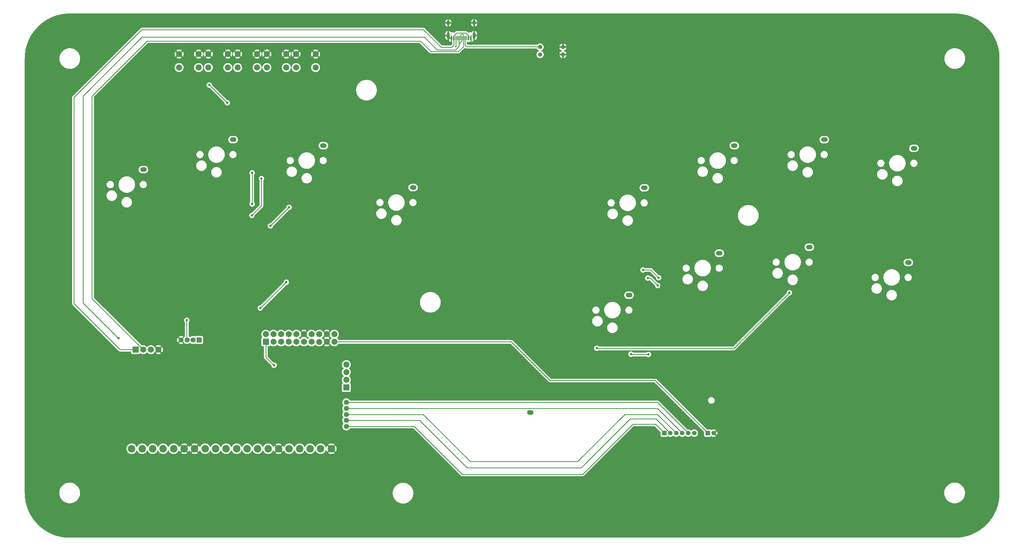
<source format=gtl>
G04 #@! TF.GenerationSoftware,KiCad,Pcbnew,7.0.5*
G04 #@! TF.CreationDate,2023-09-08T18:01:38-04:00*
G04 #@! TF.ProjectId,Rory Hitbox Full Pcb,526f7279-2048-4697-9462-6f782046756c,rev?*
G04 #@! TF.SameCoordinates,Original*
G04 #@! TF.FileFunction,Copper,L1,Top*
G04 #@! TF.FilePolarity,Positive*
%FSLAX46Y46*%
G04 Gerber Fmt 4.6, Leading zero omitted, Abs format (unit mm)*
G04 Created by KiCad (PCBNEW 7.0.5) date 2023-09-08 18:01:38*
%MOMM*%
%LPD*%
G01*
G04 APERTURE LIST*
G04 #@! TA.AperFunction,ComponentPad*
%ADD10C,2.500000*%
G04 #@! TD*
G04 #@! TA.AperFunction,ComponentPad*
%ADD11R,2.000000X2.000000*%
G04 #@! TD*
G04 #@! TA.AperFunction,ComponentPad*
%ADD12C,2.000000*%
G04 #@! TD*
G04 #@! TA.AperFunction,ComponentPad*
%ADD13C,1.700000*%
G04 #@! TD*
G04 #@! TA.AperFunction,ComponentPad*
%ADD14R,1.700000X1.700000*%
G04 #@! TD*
G04 #@! TA.AperFunction,ComponentPad*
%ADD15O,2.200000X1.500000*%
G04 #@! TD*
G04 #@! TA.AperFunction,ComponentPad*
%ADD16C,1.400000*%
G04 #@! TD*
G04 #@! TA.AperFunction,ComponentPad*
%ADD17O,1.400000X1.400000*%
G04 #@! TD*
G04 #@! TA.AperFunction,ComponentPad*
%ADD18O,1.000000X2.100000*%
G04 #@! TD*
G04 #@! TA.AperFunction,ComponentPad*
%ADD19O,1.000000X1.600000*%
G04 #@! TD*
G04 #@! TA.AperFunction,SMDPad,CuDef*
%ADD20R,0.600000X1.450000*%
G04 #@! TD*
G04 #@! TA.AperFunction,SMDPad,CuDef*
%ADD21R,0.300000X1.450000*%
G04 #@! TD*
G04 #@! TA.AperFunction,ComponentPad*
%ADD22C,1.499997*%
G04 #@! TD*
G04 #@! TA.AperFunction,ComponentPad*
%ADD23R,1.499997X1.499997*%
G04 #@! TD*
G04 #@! TA.AperFunction,ViaPad*
%ADD24C,0.800000*%
G04 #@! TD*
G04 #@! TA.AperFunction,ViaPad*
%ADD25C,0.500000*%
G04 #@! TD*
G04 #@! TA.AperFunction,Conductor*
%ADD26C,0.250000*%
G04 #@! TD*
G04 #@! TA.AperFunction,Conductor*
%ADD27C,0.000000*%
G04 #@! TD*
G04 APERTURE END LIST*
D10*
X355720000Y-164861000D03*
X359220000Y-164861000D03*
X362720000Y-164861000D03*
X366220000Y-164861000D03*
X369720000Y-164861000D03*
X373220000Y-164861000D03*
X376720000Y-164861000D03*
X380220000Y-164861000D03*
X383720000Y-164861000D03*
X387220000Y-164861000D03*
X390720000Y-164861000D03*
X394220000Y-164861000D03*
X397720000Y-164861000D03*
X401220000Y-164861000D03*
X404720000Y-164861000D03*
X408220000Y-164861000D03*
X411720000Y-164861000D03*
X415220000Y-164861000D03*
X418720000Y-164861000D03*
X422310000Y-164861000D03*
D11*
X357043000Y-131804000D03*
D12*
X359583000Y-131804000D03*
X362123000Y-131804000D03*
X364663000Y-131804000D03*
D13*
X372200000Y-128600000D03*
X374200000Y-128600000D03*
X376200000Y-128600000D03*
D14*
X378200000Y-128600000D03*
D13*
X427294000Y-157420000D03*
X427294000Y-155420000D03*
X427294000Y-153420000D03*
X427294000Y-151420000D03*
X427294000Y-149392000D03*
D11*
X427294000Y-144416000D03*
D12*
X427294000Y-141876000D03*
X427294000Y-139336000D03*
X427294000Y-136796000D03*
X400454000Y-126656000D03*
D11*
X400454000Y-129196000D03*
D12*
X402994000Y-126656000D03*
X402994000Y-129196000D03*
X405534000Y-126656000D03*
X405534000Y-129196000D03*
X408074000Y-126656000D03*
X408074000Y-129196000D03*
X410614000Y-126656000D03*
X410614000Y-129196000D03*
X413154000Y-126656000D03*
X413154000Y-129196000D03*
X415694000Y-126656000D03*
X415694000Y-129192680D03*
X418234000Y-126656000D03*
X418234000Y-129206000D03*
X420774000Y-126656000D03*
X420774000Y-129196000D03*
X423304000Y-126656000D03*
X423304000Y-129196000D03*
X371550000Y-33160000D03*
X378050000Y-33160000D03*
X371550000Y-37660000D03*
X378050000Y-37660000D03*
D15*
X616550000Y-64600000D03*
D16*
X491890000Y-33300000D03*
D17*
X499510000Y-33300000D03*
D16*
X491890000Y-30800000D03*
D17*
X499510000Y-30800000D03*
D18*
X469920000Y-26930000D03*
D19*
X469920000Y-22750000D03*
D18*
X461280000Y-26930000D03*
D19*
X461280000Y-22750000D03*
D20*
X468850000Y-27845000D03*
X468050000Y-27845000D03*
D21*
X466850000Y-27845000D03*
X465850000Y-27845000D03*
X465350000Y-27845000D03*
X464350000Y-27845000D03*
D20*
X463150000Y-27845000D03*
X462350000Y-27845000D03*
X462350000Y-27845000D03*
X463150000Y-27845000D03*
D21*
X463850000Y-27845000D03*
X464850000Y-27845000D03*
X466350000Y-27845000D03*
X467350000Y-27845000D03*
D20*
X468050000Y-27845000D03*
X468850000Y-27845000D03*
D15*
X419650000Y-63700000D03*
D22*
X549790968Y-159664198D03*
D23*
X547790972Y-159664198D03*
D22*
X543290346Y-159664198D03*
X541290350Y-159664198D03*
X539290354Y-159664198D03*
X537290358Y-159664198D03*
X535290362Y-159664198D03*
D23*
X533290366Y-159664198D03*
D15*
X521550000Y-113600000D03*
X359650000Y-71700000D03*
X488650000Y-152800000D03*
X581650000Y-97600000D03*
X556650000Y-63700000D03*
D12*
X391050000Y-33160000D03*
X397550000Y-33160000D03*
X391050000Y-37660000D03*
X397550000Y-37660000D03*
D15*
X389550000Y-61700000D03*
X449550000Y-77700000D03*
D12*
X400800000Y-33160000D03*
X407300000Y-33160000D03*
X400800000Y-37660000D03*
X407300000Y-37660000D03*
X381300000Y-33160000D03*
X387800000Y-33160000D03*
X381300000Y-37660000D03*
X387800000Y-37660000D03*
D15*
X614650000Y-102700000D03*
X526650000Y-77800000D03*
X586650000Y-61700000D03*
D12*
X410550000Y-33160000D03*
X417050000Y-33160000D03*
X410550000Y-37660000D03*
X417050000Y-37660000D03*
D15*
X551650000Y-99600000D03*
D24*
X527800000Y-107900000D03*
X531100000Y-110400000D03*
X526200000Y-105200000D03*
X531400000Y-107800000D03*
X510800000Y-131300000D03*
X575000000Y-112800000D03*
X522200000Y-133300000D03*
X528000000Y-133400000D03*
X403200000Y-137000000D03*
X398600000Y-117900000D03*
X398600000Y-117900000D03*
X407300000Y-109300000D03*
X402000000Y-90500000D03*
X408200000Y-84300000D03*
X395800000Y-87000000D03*
X395900000Y-83200000D03*
X399000000Y-74700000D03*
X395900000Y-72800000D03*
X374100000Y-122000000D03*
X351400000Y-128000000D03*
X351400000Y-128000000D03*
X387600000Y-49400000D03*
X381600000Y-43500000D03*
X468850000Y-29775000D03*
X462250000Y-29675000D03*
D25*
X463850000Y-30675000D03*
D26*
X464887500Y-29675000D02*
X464850000Y-29675000D01*
X465850000Y-28712500D02*
X464887500Y-29675000D01*
X465850000Y-27845000D02*
X465850000Y-28712500D01*
X468050000Y-27050000D02*
X468050000Y-27845000D01*
X467100000Y-26100000D02*
X468050000Y-27050000D01*
X464100000Y-26100000D02*
X467100000Y-26100000D01*
X463150000Y-27050000D02*
X464100000Y-26100000D01*
X463150000Y-27845000D02*
X463150000Y-27050000D01*
X528600000Y-107900000D02*
X527800000Y-107900000D01*
X531100000Y-110400000D02*
X528600000Y-107900000D01*
X526200000Y-105200000D02*
X526300000Y-105200000D01*
X528800000Y-105200000D02*
X526200000Y-105200000D01*
X531400000Y-107800000D02*
X528800000Y-105200000D01*
X530326168Y-156700000D02*
X533290366Y-159664198D01*
X522800000Y-156700000D02*
X530326168Y-156700000D01*
X465900000Y-173400000D02*
X506100000Y-173400000D01*
X449920000Y-157420000D02*
X465900000Y-173400000D01*
X506100000Y-173400000D02*
X522800000Y-156700000D01*
X427294000Y-157420000D02*
X449920000Y-157420000D01*
X504400000Y-169100000D02*
X468600000Y-169100000D01*
X520080000Y-153420000D02*
X504400000Y-169100000D01*
X531046160Y-153420000D02*
X520080000Y-153420000D01*
X468600000Y-169100000D02*
X452920000Y-153420000D01*
X452920000Y-153420000D02*
X427294000Y-153420000D01*
X537290358Y-159664198D02*
X531046160Y-153420000D01*
X427294000Y-155420000D02*
X451720000Y-155420000D01*
X451720000Y-155420000D02*
X467500000Y-171200000D01*
X505600000Y-171200000D02*
X467500000Y-171200000D01*
X507100000Y-169700000D02*
X505600000Y-171200000D01*
X521900000Y-154900000D02*
X507100000Y-169700000D01*
X527800000Y-154900000D02*
X521900000Y-154900000D01*
X530526164Y-154900000D02*
X527800000Y-154900000D01*
X535290362Y-159664198D02*
X530526164Y-154900000D01*
X531046156Y-151420000D02*
X539290354Y-159664198D01*
X427294000Y-151420000D02*
X531046156Y-151420000D01*
X427294000Y-149392000D02*
X531018152Y-149392000D01*
X531018152Y-149392000D02*
X541290350Y-159664198D01*
D27*
X543235802Y-159664198D02*
X543100000Y-159800000D01*
X543290346Y-159664198D02*
X543235802Y-159664198D01*
D26*
X495200000Y-142100000D02*
X530300000Y-142100000D01*
X530300000Y-142100000D02*
X547790972Y-159590972D01*
X547790972Y-159590972D02*
X547790972Y-159664198D01*
X482296000Y-129196000D02*
X495200000Y-142100000D01*
X423304000Y-129196000D02*
X482296000Y-129196000D01*
X510800000Y-131300000D02*
X510700000Y-131400000D01*
X510900000Y-131400000D02*
X510800000Y-131300000D01*
X556500000Y-131400000D02*
X510900000Y-131400000D01*
X575000000Y-112900000D02*
X556500000Y-131400000D01*
X522300000Y-133400000D02*
X522200000Y-133300000D01*
X528000000Y-133400000D02*
X522300000Y-133400000D01*
X403200000Y-137100000D02*
X403200000Y-137100000D01*
X403200000Y-137000000D02*
X403200000Y-137100000D01*
X403100000Y-137000000D02*
X403200000Y-137000000D01*
X400454000Y-134354000D02*
X403100000Y-137000000D01*
X400454000Y-129196000D02*
X400454000Y-134354000D01*
X398700000Y-117900000D02*
X407300000Y-109300000D01*
X398600000Y-117900000D02*
X398700000Y-117900000D01*
X398600000Y-118000000D02*
X398600000Y-117900000D01*
X408200000Y-84300000D02*
X402000000Y-90500000D01*
X399000000Y-83800000D02*
X395800000Y-87000000D01*
X399000000Y-74700000D02*
X399000000Y-83800000D01*
X395900000Y-83200000D02*
X395900000Y-83400000D01*
X395900000Y-72800000D02*
X395900000Y-83200000D01*
X374100000Y-128500000D02*
X374200000Y-128600000D01*
X374100000Y-122000000D02*
X374100000Y-128500000D01*
X351400000Y-128100000D02*
X351300000Y-128000000D01*
X351400000Y-128000000D02*
X351400000Y-128100000D01*
X351300000Y-128000000D02*
X351400000Y-128000000D01*
X339500000Y-116200000D02*
X351300000Y-128000000D01*
X351904000Y-131804000D02*
X336500000Y-116400000D01*
X357043000Y-131804000D02*
X351904000Y-131804000D01*
X336500000Y-47600000D02*
X336500000Y-116400000D01*
X342500000Y-114721000D02*
X359583000Y-131804000D01*
X342500000Y-113800000D02*
X342500000Y-114721000D01*
X342500000Y-113800000D02*
X342500000Y-114700000D01*
X342500000Y-47200000D02*
X342500000Y-113800000D01*
X381700000Y-43500000D02*
X387600000Y-49400000D01*
X381600000Y-43500000D02*
X381700000Y-43500000D01*
X381600000Y-43400000D02*
X381600000Y-43500000D01*
X399900000Y-129101000D02*
X400201000Y-129402000D01*
X360900000Y-28800000D02*
X342500000Y-47200000D01*
X452000000Y-28800000D02*
X360900000Y-28800000D01*
X455500000Y-32300000D02*
X452000000Y-28800000D01*
X464700000Y-32300000D02*
X455500000Y-32300000D01*
X466350000Y-30650000D02*
X464700000Y-32300000D01*
X466350000Y-27845000D02*
X466350000Y-30650000D01*
X339500000Y-47200000D02*
X339500000Y-116200000D01*
X457575000Y-31775000D02*
X453300000Y-27500000D01*
X463650000Y-31775000D02*
X457575000Y-31775000D01*
X453300000Y-27500000D02*
X359200000Y-27500000D01*
X464850000Y-30575000D02*
X463650000Y-31775000D01*
X359200000Y-27500000D02*
X339500000Y-47200000D01*
X464850000Y-29675000D02*
X464850000Y-30575000D01*
X359100000Y-25000000D02*
X336500000Y-47600000D01*
X458875000Y-30875000D02*
X453000000Y-25000000D01*
X462450000Y-30875000D02*
X458875000Y-30875000D01*
X463150000Y-30175000D02*
X462450000Y-30875000D01*
X453000000Y-25000000D02*
X359100000Y-25000000D01*
X463150000Y-27845000D02*
X463150000Y-30175000D01*
X491765000Y-30675000D02*
X491890000Y-30800000D01*
X467350000Y-30675000D02*
X491765000Y-30675000D01*
X491875000Y-30815000D02*
X491890000Y-30800000D01*
X462330000Y-27810000D02*
X462330000Y-29595000D01*
X462330000Y-29595000D02*
X462250000Y-29675000D01*
X468830000Y-29755000D02*
X468850000Y-29775000D01*
X468830000Y-27810000D02*
X468830000Y-29755000D01*
X464850000Y-27845000D02*
X464850000Y-29675000D01*
X466150000Y-26575000D02*
X466350000Y-26775000D01*
X465350000Y-27845000D02*
X465350000Y-26775000D01*
X466350000Y-26775000D02*
X466350000Y-27845000D01*
X465550000Y-26575000D02*
X466150000Y-26575000D01*
X465350000Y-26775000D02*
X465550000Y-26575000D01*
X466850000Y-30175000D02*
X467350000Y-30675000D01*
X466850000Y-27845000D02*
X466850000Y-30175000D01*
X463850000Y-27845000D02*
X463850000Y-30675000D01*
G04 #@! TA.AperFunction,Conductor*
G36*
X420249901Y-126958588D02*
G01*
X420346075Y-127083925D01*
X420471412Y-127180099D01*
X420564779Y-127218772D01*
X419903942Y-127879609D01*
X419906583Y-127922152D01*
X419906583Y-127929843D01*
X419903941Y-127972389D01*
X420564779Y-128633227D01*
X420471412Y-128671901D01*
X420346075Y-128768075D01*
X420249901Y-128893411D01*
X420211227Y-128986778D01*
X419550565Y-128326117D01*
X419532496Y-128327991D01*
X419463784Y-128315326D01*
X419426245Y-128284427D01*
X419425637Y-128284988D01*
X419412958Y-128271215D01*
X419253744Y-128098262D01*
X419164567Y-128028852D01*
X419123755Y-127972143D01*
X419120080Y-127902370D01*
X419154712Y-127841687D01*
X419164561Y-127833151D01*
X419253744Y-127763738D01*
X419422164Y-127580785D01*
X419422533Y-127580219D01*
X419422745Y-127580038D01*
X419425322Y-127576729D01*
X419426002Y-127577258D01*
X419475676Y-127534860D01*
X419539138Y-127524697D01*
X419550564Y-127525882D01*
X420211226Y-126865219D01*
X420249901Y-126958588D01*
G37*
G04 #@! TD.AperFunction*
G04 #@! TA.AperFunction,Conductor*
G36*
X421997433Y-127525881D02*
G01*
X421999495Y-127525668D01*
X422068208Y-127538331D01*
X422111849Y-127577383D01*
X422112683Y-127576735D01*
X422115830Y-127580779D01*
X422115836Y-127580785D01*
X422284256Y-127763738D01*
X422367008Y-127828147D01*
X422407821Y-127884857D01*
X422411496Y-127954630D01*
X422376864Y-128015313D01*
X422367014Y-128023848D01*
X422323941Y-128057374D01*
X422284257Y-128088261D01*
X422115837Y-128271213D01*
X422112690Y-128275258D01*
X422111754Y-128274529D01*
X422062926Y-128316182D01*
X421999498Y-128326331D01*
X421997434Y-128326116D01*
X421336772Y-128986778D01*
X421298099Y-128893412D01*
X421201925Y-128768075D01*
X421076588Y-128671901D01*
X420983218Y-128633226D01*
X421644056Y-127972389D01*
X421641415Y-127929844D01*
X421641415Y-127922152D01*
X421644056Y-127879609D01*
X420983220Y-127218773D01*
X421076588Y-127180099D01*
X421201925Y-127083925D01*
X421298099Y-126958589D01*
X421336773Y-126865219D01*
X421997433Y-127525881D01*
G37*
G04 #@! TD.AperFunction*
G04 #@! TA.AperFunction,Conductor*
G36*
X412629901Y-126958588D02*
G01*
X412726075Y-127083925D01*
X412851412Y-127180099D01*
X412944779Y-127218772D01*
X412283942Y-127879609D01*
X412285343Y-127902177D01*
X412269850Y-127970307D01*
X412237744Y-128007713D01*
X412134258Y-128088260D01*
X411975230Y-128261010D01*
X411915342Y-128297001D01*
X411845504Y-128294900D01*
X411792770Y-128261010D01*
X411753108Y-128217926D01*
X411633744Y-128088262D01*
X411550991Y-128023852D01*
X411510179Y-127967143D01*
X411506504Y-127897370D01*
X411541136Y-127836687D01*
X411550985Y-127828151D01*
X411633744Y-127763738D01*
X411802164Y-127580785D01*
X411802533Y-127580219D01*
X411802745Y-127580038D01*
X411805322Y-127576729D01*
X411806002Y-127577258D01*
X411855676Y-127534860D01*
X411919138Y-127524697D01*
X411930564Y-127525882D01*
X412591226Y-126865218D01*
X412629901Y-126958588D01*
G37*
G04 #@! TD.AperFunction*
G04 #@! TA.AperFunction,Conductor*
G36*
X414377434Y-127525882D02*
G01*
X414388861Y-127524697D01*
X414457573Y-127537360D01*
X414502092Y-127577194D01*
X414502683Y-127576735D01*
X414505218Y-127579992D01*
X414505456Y-127580205D01*
X414505831Y-127580780D01*
X414505836Y-127580785D01*
X414674256Y-127763738D01*
X414674259Y-127763740D01*
X414674262Y-127763743D01*
X414754875Y-127826487D01*
X414795688Y-127883197D01*
X414799363Y-127952970D01*
X414764731Y-128013653D01*
X414754875Y-128022193D01*
X414674262Y-128084936D01*
X414674252Y-128084945D01*
X414513700Y-128259350D01*
X414453813Y-128295341D01*
X414383975Y-128293240D01*
X414331242Y-128259350D01*
X414173744Y-128088262D01*
X414070253Y-128007712D01*
X414029442Y-127951003D01*
X414022655Y-127902176D01*
X414024056Y-127879609D01*
X413363220Y-127218773D01*
X413456588Y-127180099D01*
X413581925Y-127083925D01*
X413678099Y-126958589D01*
X413716773Y-126865220D01*
X414377434Y-127525882D01*
G37*
G04 #@! TD.AperFunction*
G04 #@! TA.AperFunction,Conductor*
G36*
X630094182Y-19593917D02*
G01*
X630681719Y-19608806D01*
X630681719Y-19608829D01*
X630681817Y-19608809D01*
X630682153Y-19608817D01*
X630854525Y-19613332D01*
X630857530Y-19613486D01*
X631317907Y-19648545D01*
X631624792Y-19672697D01*
X631627671Y-19672994D01*
X632059063Y-19727936D01*
X632390949Y-19771630D01*
X632393700Y-19772057D01*
X632810578Y-19846775D01*
X633150972Y-19909863D01*
X633153634Y-19910419D01*
X633560151Y-20004753D01*
X633860286Y-20076809D01*
X633902781Y-20087012D01*
X633905363Y-20087691D01*
X634030484Y-20123492D01*
X634302940Y-20201451D01*
X634644541Y-20302639D01*
X634646950Y-20303407D01*
X635035724Y-20436293D01*
X635374215Y-20556159D01*
X635376442Y-20556998D01*
X635756318Y-20708740D01*
X636089651Y-20846811D01*
X636089721Y-20846840D01*
X636091880Y-20847783D01*
X636258620Y-20924394D01*
X636462376Y-21018014D01*
X636789399Y-21173996D01*
X636791367Y-21174979D01*
X637151870Y-21363290D01*
X637471256Y-21536703D01*
X637473106Y-21537749D01*
X637785201Y-21721469D01*
X637822972Y-21743703D01*
X638133487Y-21933987D01*
X638135197Y-21935074D01*
X638176349Y-21962195D01*
X638473745Y-22158195D01*
X638774423Y-22364845D01*
X638775962Y-22365939D01*
X639101977Y-22605337D01*
X639103003Y-22606107D01*
X639392120Y-22827954D01*
X639392219Y-22828030D01*
X639393638Y-22829152D01*
X639544332Y-22952027D01*
X639706899Y-23084583D01*
X639707984Y-23085489D01*
X639985373Y-23322401D01*
X639986672Y-23323541D01*
X640286441Y-23594373D01*
X640287555Y-23595405D01*
X640552283Y-23846621D01*
X640553445Y-23847754D01*
X640839065Y-24133374D01*
X640840165Y-24134502D01*
X640998942Y-24301818D01*
X641091360Y-24399207D01*
X641092392Y-24400321D01*
X641363259Y-24700128D01*
X641364399Y-24701427D01*
X641601307Y-24978811D01*
X641602213Y-24979896D01*
X641857629Y-25293138D01*
X641858766Y-25294576D01*
X642080673Y-25583771D01*
X642081459Y-25584818D01*
X642320857Y-25910833D01*
X642321969Y-25912398D01*
X642370917Y-25983618D01*
X642528600Y-26213048D01*
X642751741Y-26551625D01*
X642752787Y-26553271D01*
X642895429Y-26786041D01*
X642943074Y-26863791D01*
X643149047Y-27213688D01*
X643150104Y-27215557D01*
X643323507Y-27534926D01*
X643511789Y-27895372D01*
X643512795Y-27897386D01*
X643668824Y-28224508D01*
X643704352Y-28301830D01*
X643839000Y-28594882D01*
X643839943Y-28597042D01*
X643978062Y-28930490D01*
X644129791Y-29310336D01*
X644130659Y-29312639D01*
X644250508Y-29651083D01*
X644337563Y-29905769D01*
X644379963Y-30029815D01*
X644383380Y-30039810D01*
X644384159Y-30042255D01*
X644485362Y-30383910D01*
X644599107Y-30781433D01*
X644599786Y-30784015D01*
X644682048Y-31126657D01*
X644776376Y-31533149D01*
X644776943Y-31535865D01*
X644840018Y-31876187D01*
X644914735Y-32293068D01*
X644915177Y-32295913D01*
X644958858Y-32627705D01*
X644978021Y-32778161D01*
X644999503Y-32946840D01*
X645000000Y-32954667D01*
X645000000Y-181232103D01*
X644999503Y-181239935D01*
X644989484Y-181318608D01*
X644958756Y-181559872D01*
X644915186Y-181890817D01*
X644914744Y-181893663D01*
X644839921Y-182311130D01*
X644776956Y-182650856D01*
X644776389Y-182653572D01*
X644681936Y-183060609D01*
X644599809Y-183402689D01*
X644599130Y-183405271D01*
X644485232Y-183803328D01*
X644384190Y-184144439D01*
X644383411Y-184146883D01*
X644250389Y-184536053D01*
X644130693Y-184874064D01*
X644129825Y-184876367D01*
X643977939Y-185256606D01*
X643839985Y-185589655D01*
X643839042Y-185591815D01*
X643668701Y-185962548D01*
X643512854Y-186289289D01*
X643511848Y-186291304D01*
X643323370Y-186652125D01*
X643150165Y-186971129D01*
X643149108Y-186972998D01*
X642942958Y-187323196D01*
X642752879Y-187633377D01*
X642751783Y-187635101D01*
X642528475Y-187973933D01*
X642322043Y-188274293D01*
X642320921Y-188275872D01*
X642081363Y-188602104D01*
X642080577Y-188603151D01*
X641858845Y-188892119D01*
X641857708Y-188893557D01*
X641602107Y-189207026D01*
X641601201Y-189208111D01*
X641364491Y-189485263D01*
X641363351Y-189486562D01*
X641092295Y-189786579D01*
X641091263Y-189787693D01*
X640840278Y-190052177D01*
X640839145Y-190053339D01*
X640553339Y-190339145D01*
X640552177Y-190340278D01*
X640287693Y-190591263D01*
X640286579Y-190592295D01*
X639986562Y-190863351D01*
X639985263Y-190864491D01*
X639708111Y-191101201D01*
X639707026Y-191102107D01*
X639393557Y-191357708D01*
X639392119Y-191358845D01*
X639103151Y-191580577D01*
X639102104Y-191581363D01*
X638775872Y-191820921D01*
X638774293Y-191822043D01*
X638473933Y-192028475D01*
X638135101Y-192251783D01*
X638133377Y-192252879D01*
X637823196Y-192442958D01*
X637472998Y-192649108D01*
X637471129Y-192650165D01*
X637152125Y-192823370D01*
X636791304Y-193011848D01*
X636789289Y-193012854D01*
X636462548Y-193168701D01*
X636091815Y-193339042D01*
X636089655Y-193339985D01*
X635756606Y-193477939D01*
X635376367Y-193629825D01*
X635374064Y-193630693D01*
X635036053Y-193750389D01*
X634646883Y-193883411D01*
X634644439Y-193884190D01*
X634303328Y-193985232D01*
X633905271Y-194099130D01*
X633902689Y-194099809D01*
X633560609Y-194181936D01*
X633153572Y-194276389D01*
X633150856Y-194276956D01*
X632811130Y-194339921D01*
X632393663Y-194414744D01*
X632390817Y-194415186D01*
X632059888Y-194458754D01*
X631917990Y-194476826D01*
X631739933Y-194499503D01*
X631732105Y-194500000D01*
X333454699Y-194500000D01*
X333446869Y-194499503D01*
X333270050Y-194476984D01*
X333125848Y-194458618D01*
X332796081Y-194415204D01*
X332793235Y-194414762D01*
X332374846Y-194339773D01*
X332036045Y-194276980D01*
X332033329Y-194276413D01*
X331625602Y-194181799D01*
X331284200Y-194099835D01*
X331281618Y-194099156D01*
X330883042Y-193985109D01*
X330542450Y-193884221D01*
X330540006Y-193883442D01*
X330150388Y-193750267D01*
X329812827Y-193630731D01*
X329810524Y-193629863D01*
X329429890Y-193477819D01*
X329097237Y-193340028D01*
X329095078Y-193339085D01*
X328723991Y-193168582D01*
X328397609Y-193012906D01*
X328395594Y-193011900D01*
X328034425Y-192823240D01*
X327715778Y-192650229D01*
X327713909Y-192649172D01*
X327363403Y-192442841D01*
X327053495Y-192252929D01*
X327051788Y-192251844D01*
X326712716Y-192028376D01*
X326412608Y-191822118D01*
X326411029Y-191820996D01*
X326084544Y-191581253D01*
X326083497Y-191580467D01*
X325794783Y-191358930D01*
X325793345Y-191357793D01*
X325479633Y-191101994D01*
X325478548Y-191101088D01*
X325201636Y-190864583D01*
X325200337Y-190863443D01*
X324900089Y-190592178D01*
X324898975Y-190591146D01*
X324858751Y-190552975D01*
X324634710Y-190340368D01*
X324633591Y-190339277D01*
X324347513Y-190053198D01*
X324346408Y-190052065D01*
X324095644Y-189787815D01*
X324094624Y-189786713D01*
X323823353Y-189486458D01*
X323822213Y-189485159D01*
X323585708Y-189208247D01*
X323584802Y-189207162D01*
X323467103Y-189062816D01*
X323328986Y-188893429D01*
X323327865Y-188892011D01*
X323106326Y-188603295D01*
X323105540Y-188602248D01*
X323105434Y-188602104D01*
X322865789Y-188275751D01*
X322864686Y-188274199D01*
X322658439Y-187974108D01*
X322435015Y-187635101D01*
X322434954Y-187635008D01*
X322433858Y-187633284D01*
X322243950Y-187323383D01*
X322037624Y-186972885D01*
X322036567Y-186971016D01*
X321863560Y-186652377D01*
X321674887Y-186291182D01*
X321673881Y-186289167D01*
X321518271Y-185962925D01*
X321347670Y-185591627D01*
X321346785Y-185589601D01*
X321208973Y-185256891D01*
X321056929Y-184876257D01*
X321056086Y-184874020D01*
X320936541Y-184536436D01*
X320803334Y-184146725D01*
X320802587Y-184144382D01*
X320701687Y-183803747D01*
X320587642Y-183405178D01*
X320586963Y-183402596D01*
X320504999Y-183061192D01*
X320410387Y-182653477D01*
X320409822Y-182650770D01*
X320409284Y-182647870D01*
X320347024Y-182311948D01*
X320272032Y-181893536D01*
X320271603Y-181890776D01*
X320228176Y-181560921D01*
X320172977Y-181127507D01*
X320172680Y-181124623D01*
X320148784Y-180820999D01*
X320113479Y-180357379D01*
X320113324Y-180354361D01*
X320109040Y-180190771D01*
X320109021Y-180190002D01*
X320109040Y-180190002D01*
X320109018Y-180189903D01*
X320099570Y-179817082D01*
X331619500Y-179817082D01*
X331659953Y-180189047D01*
X331740386Y-180554461D01*
X331800476Y-180732798D01*
X331859858Y-180909038D01*
X331859860Y-180909043D01*
X331859862Y-180909048D01*
X332016959Y-181248608D01*
X332016966Y-181248621D01*
X332209853Y-181569205D01*
X332209857Y-181569210D01*
X332209861Y-181569216D01*
X332209864Y-181569220D01*
X332263077Y-181639220D01*
X332436296Y-181867086D01*
X332436297Y-181867087D01*
X332693608Y-182138727D01*
X332978770Y-182380947D01*
X332978774Y-182380950D01*
X332978779Y-182380954D01*
X333082022Y-182450954D01*
X333288465Y-182590926D01*
X333288469Y-182590928D01*
X333619045Y-182766189D01*
X333619049Y-182766190D01*
X333619054Y-182766193D01*
X333966635Y-182904681D01*
X333966637Y-182904682D01*
X334164804Y-182959702D01*
X334327155Y-183004779D01*
X334696387Y-183065311D01*
X334836457Y-183072905D01*
X334976526Y-183080500D01*
X334976528Y-183080500D01*
X335163474Y-183080500D01*
X335275528Y-183074424D01*
X335443613Y-183065311D01*
X335812845Y-183004779D01*
X336065134Y-182934730D01*
X336173362Y-182904682D01*
X336173364Y-182904681D01*
X336173363Y-182904681D01*
X336173368Y-182904680D01*
X336520955Y-182766189D01*
X336851531Y-182590928D01*
X337161221Y-182380954D01*
X337446392Y-182138727D01*
X337703703Y-181867087D01*
X337930136Y-181569220D01*
X337930142Y-181569209D01*
X337930146Y-181569205D01*
X338080924Y-181318608D01*
X338123036Y-181248617D01*
X338280142Y-180909038D01*
X338399613Y-180554462D01*
X338480046Y-180189049D01*
X338512887Y-179887082D01*
X442749500Y-179887082D01*
X442789953Y-180259047D01*
X442870386Y-180624461D01*
X442906890Y-180732798D01*
X442989858Y-180979038D01*
X442989860Y-180979043D01*
X442989862Y-180979048D01*
X443146959Y-181318608D01*
X443146966Y-181318621D01*
X443339853Y-181639205D01*
X443339857Y-181639210D01*
X443339861Y-181639216D01*
X443339864Y-181639220D01*
X443501773Y-181852208D01*
X443566296Y-181937086D01*
X443566297Y-181937087D01*
X443823608Y-182208727D01*
X444108770Y-182450947D01*
X444108774Y-182450950D01*
X444108779Y-182450954D01*
X444259830Y-182553369D01*
X444418465Y-182660926D01*
X444418469Y-182660928D01*
X444749045Y-182836189D01*
X444749049Y-182836190D01*
X444749054Y-182836193D01*
X445096635Y-182974681D01*
X445096637Y-182974682D01*
X445294804Y-183029702D01*
X445457155Y-183074779D01*
X445826387Y-183135311D01*
X445966457Y-183142905D01*
X446106526Y-183150500D01*
X446106528Y-183150500D01*
X446293474Y-183150500D01*
X446405528Y-183144424D01*
X446573613Y-183135311D01*
X446942845Y-183074779D01*
X447265043Y-182985321D01*
X447303362Y-182974682D01*
X447303364Y-182974681D01*
X447303363Y-182974681D01*
X447303368Y-182974680D01*
X447650955Y-182836189D01*
X447981531Y-182660928D01*
X448291221Y-182450954D01*
X448576392Y-182208727D01*
X448833703Y-181937087D01*
X449060136Y-181639220D01*
X449060142Y-181639209D01*
X449060146Y-181639205D01*
X449180055Y-181439912D01*
X449253036Y-181318617D01*
X449410142Y-180979038D01*
X449529613Y-180624462D01*
X449610046Y-180259049D01*
X449650500Y-179887081D01*
X449650500Y-179817082D01*
X626629500Y-179817082D01*
X626669953Y-180189047D01*
X626750386Y-180554461D01*
X626810476Y-180732798D01*
X626869858Y-180909038D01*
X626869860Y-180909043D01*
X626869862Y-180909048D01*
X627026959Y-181248608D01*
X627026966Y-181248621D01*
X627219853Y-181569205D01*
X627219857Y-181569210D01*
X627219861Y-181569216D01*
X627219864Y-181569220D01*
X627273077Y-181639220D01*
X627446296Y-181867086D01*
X627446297Y-181867087D01*
X627703608Y-182138727D01*
X627988770Y-182380947D01*
X627988774Y-182380950D01*
X627988779Y-182380954D01*
X628092022Y-182450954D01*
X628298465Y-182590926D01*
X628298469Y-182590928D01*
X628629045Y-182766189D01*
X628629049Y-182766190D01*
X628629054Y-182766193D01*
X628976635Y-182904681D01*
X628976637Y-182904682D01*
X629174804Y-182959702D01*
X629337155Y-183004779D01*
X629706387Y-183065311D01*
X629846457Y-183072905D01*
X629986526Y-183080500D01*
X629986528Y-183080500D01*
X630173474Y-183080500D01*
X630285528Y-183074424D01*
X630453613Y-183065311D01*
X630822845Y-183004779D01*
X631075134Y-182934730D01*
X631183362Y-182904682D01*
X631183364Y-182904681D01*
X631183363Y-182904681D01*
X631183368Y-182904680D01*
X631530955Y-182766189D01*
X631861531Y-182590928D01*
X632171221Y-182380954D01*
X632456392Y-182138727D01*
X632713703Y-181867087D01*
X632940136Y-181569220D01*
X632940142Y-181569209D01*
X632940146Y-181569205D01*
X633090924Y-181318608D01*
X633133036Y-181248617D01*
X633290142Y-180909038D01*
X633409613Y-180554462D01*
X633490046Y-180189049D01*
X633530500Y-179817081D01*
X633530500Y-179442919D01*
X633490046Y-179070951D01*
X633409613Y-178705538D01*
X633290142Y-178350962D01*
X633165425Y-178081391D01*
X633133040Y-178011391D01*
X633133033Y-178011378D01*
X632940146Y-177690794D01*
X632940142Y-177690789D01*
X632940139Y-177690785D01*
X632940136Y-177690780D01*
X632713703Y-177392913D01*
X632456392Y-177121273D01*
X632456391Y-177121272D01*
X632171229Y-176879052D01*
X632171223Y-176879048D01*
X632171221Y-176879046D01*
X632091901Y-176825266D01*
X631861534Y-176669073D01*
X631530963Y-176493815D01*
X631530945Y-176493806D01*
X631183364Y-176355318D01*
X631183362Y-176355317D01*
X630822853Y-176255223D01*
X630822850Y-176255222D01*
X630822846Y-176255221D01*
X630822845Y-176255221D01*
X630695931Y-176234414D01*
X630453609Y-176194688D01*
X630453610Y-176194688D01*
X630173474Y-176179500D01*
X630173472Y-176179500D01*
X629986528Y-176179500D01*
X629986526Y-176179500D01*
X629706389Y-176194688D01*
X629337149Y-176255222D01*
X629337146Y-176255223D01*
X628976637Y-176355317D01*
X628976635Y-176355318D01*
X628629054Y-176493806D01*
X628629036Y-176493815D01*
X628298465Y-176669073D01*
X627988780Y-176879045D01*
X627988770Y-176879052D01*
X627703608Y-177121272D01*
X627446297Y-177392912D01*
X627446296Y-177392913D01*
X627219857Y-177690789D01*
X627219853Y-177690794D01*
X627026966Y-178011378D01*
X627026959Y-178011391D01*
X626869862Y-178350951D01*
X626750386Y-178705538D01*
X626669953Y-179070952D01*
X626629500Y-179442917D01*
X626629500Y-179817082D01*
X449650500Y-179817082D01*
X449650500Y-179512919D01*
X449610046Y-179140951D01*
X449529613Y-178775538D01*
X449410142Y-178420962D01*
X449377757Y-178350962D01*
X449253040Y-178081391D01*
X449253033Y-178081378D01*
X449060146Y-177760794D01*
X449060142Y-177760789D01*
X449060139Y-177760785D01*
X449060136Y-177760780D01*
X448833703Y-177462913D01*
X448576392Y-177191273D01*
X448493981Y-177121272D01*
X448291229Y-176949052D01*
X448291223Y-176949048D01*
X448291221Y-176949046D01*
X448187977Y-176879045D01*
X447981534Y-176739073D01*
X447650963Y-176563815D01*
X447650945Y-176563806D01*
X447303364Y-176425318D01*
X447303362Y-176425317D01*
X446942853Y-176325223D01*
X446942850Y-176325222D01*
X446942846Y-176325221D01*
X446942845Y-176325221D01*
X446815931Y-176304414D01*
X446573609Y-176264688D01*
X446573610Y-176264688D01*
X446293474Y-176249500D01*
X446293472Y-176249500D01*
X446106528Y-176249500D01*
X446106526Y-176249500D01*
X445826389Y-176264688D01*
X445457149Y-176325222D01*
X445457146Y-176325223D01*
X445096637Y-176425317D01*
X445096635Y-176425318D01*
X444749054Y-176563806D01*
X444749036Y-176563815D01*
X444418465Y-176739073D01*
X444108780Y-176949045D01*
X444108770Y-176949052D01*
X443823608Y-177191272D01*
X443566297Y-177462912D01*
X443566296Y-177462913D01*
X443339857Y-177760789D01*
X443339853Y-177760794D01*
X443146966Y-178081378D01*
X443146959Y-178081391D01*
X442989862Y-178420951D01*
X442870386Y-178775538D01*
X442789953Y-179140952D01*
X442749500Y-179512917D01*
X442749500Y-179887082D01*
X338512887Y-179887082D01*
X338520500Y-179817081D01*
X338520500Y-179442919D01*
X338480046Y-179070951D01*
X338399613Y-178705538D01*
X338280142Y-178350962D01*
X338155425Y-178081391D01*
X338123040Y-178011391D01*
X338123033Y-178011378D01*
X337930146Y-177690794D01*
X337930142Y-177690789D01*
X337930139Y-177690785D01*
X337930136Y-177690780D01*
X337703703Y-177392913D01*
X337446392Y-177121273D01*
X337446391Y-177121272D01*
X337161229Y-176879052D01*
X337161223Y-176879048D01*
X337161221Y-176879046D01*
X337081901Y-176825266D01*
X336851534Y-176669073D01*
X336520963Y-176493815D01*
X336520945Y-176493806D01*
X336173364Y-176355318D01*
X336173362Y-176355317D01*
X335812853Y-176255223D01*
X335812850Y-176255222D01*
X335812846Y-176255221D01*
X335812845Y-176255221D01*
X335685931Y-176234414D01*
X335443609Y-176194688D01*
X335443610Y-176194688D01*
X335163474Y-176179500D01*
X335163472Y-176179500D01*
X334976528Y-176179500D01*
X334976526Y-176179500D01*
X334696389Y-176194688D01*
X334327149Y-176255222D01*
X334327146Y-176255223D01*
X333966637Y-176355317D01*
X333966635Y-176355318D01*
X333619054Y-176493806D01*
X333619036Y-176493815D01*
X333288465Y-176669073D01*
X332978780Y-176879045D01*
X332978770Y-176879052D01*
X332693608Y-177121272D01*
X332436297Y-177392912D01*
X332436296Y-177392913D01*
X332209857Y-177690789D01*
X332209853Y-177690794D01*
X332016966Y-178011378D01*
X332016959Y-178011391D01*
X331859862Y-178350951D01*
X331740386Y-178705538D01*
X331659953Y-179070952D01*
X331619500Y-179442917D01*
X331619500Y-179817082D01*
X320099570Y-179817082D01*
X320093915Y-179593941D01*
X320093898Y-179592545D01*
X320093898Y-164861004D01*
X353964592Y-164861004D01*
X353984196Y-165122620D01*
X353984197Y-165122625D01*
X354042576Y-165378402D01*
X354042578Y-165378411D01*
X354042580Y-165378416D01*
X354138432Y-165622643D01*
X354269614Y-165849857D01*
X354401736Y-166015533D01*
X354433198Y-166054985D01*
X354614753Y-166223441D01*
X354625521Y-166233433D01*
X354842296Y-166381228D01*
X354842301Y-166381230D01*
X354842302Y-166381231D01*
X354842303Y-166381232D01*
X354967843Y-166441688D01*
X355078673Y-166495061D01*
X355078674Y-166495061D01*
X355078677Y-166495063D01*
X355329385Y-166572396D01*
X355588818Y-166611500D01*
X355851182Y-166611500D01*
X356110615Y-166572396D01*
X356361323Y-166495063D01*
X356597704Y-166381228D01*
X356814479Y-166233433D01*
X357006805Y-166054981D01*
X357170386Y-165849857D01*
X357301568Y-165622643D01*
X357354572Y-165487589D01*
X357397387Y-165432376D01*
X357463257Y-165409075D01*
X357531268Y-165425086D01*
X357579827Y-165475323D01*
X357585425Y-165487584D01*
X357638432Y-165622643D01*
X357769614Y-165849857D01*
X357901736Y-166015533D01*
X357933198Y-166054985D01*
X358114753Y-166223441D01*
X358125521Y-166233433D01*
X358342296Y-166381228D01*
X358342301Y-166381230D01*
X358342302Y-166381231D01*
X358342303Y-166381232D01*
X358467843Y-166441688D01*
X358578673Y-166495061D01*
X358578674Y-166495061D01*
X358578677Y-166495063D01*
X358829385Y-166572396D01*
X359088818Y-166611500D01*
X359351182Y-166611500D01*
X359610615Y-166572396D01*
X359861323Y-166495063D01*
X360097704Y-166381228D01*
X360314479Y-166233433D01*
X360506805Y-166054981D01*
X360670386Y-165849857D01*
X360801568Y-165622643D01*
X360854572Y-165487589D01*
X360897387Y-165432376D01*
X360963257Y-165409075D01*
X361031268Y-165425086D01*
X361079827Y-165475323D01*
X361085425Y-165487584D01*
X361138432Y-165622643D01*
X361269614Y-165849857D01*
X361401736Y-166015533D01*
X361433198Y-166054985D01*
X361614753Y-166223441D01*
X361625521Y-166233433D01*
X361842296Y-166381228D01*
X361842301Y-166381230D01*
X361842302Y-166381231D01*
X361842303Y-166381232D01*
X361967843Y-166441688D01*
X362078673Y-166495061D01*
X362078674Y-166495061D01*
X362078677Y-166495063D01*
X362329385Y-166572396D01*
X362588818Y-166611500D01*
X362851182Y-166611500D01*
X363110615Y-166572396D01*
X363361323Y-166495063D01*
X363597704Y-166381228D01*
X363814479Y-166233433D01*
X364006805Y-166054981D01*
X364170386Y-165849857D01*
X364301568Y-165622643D01*
X364354572Y-165487589D01*
X364397387Y-165432376D01*
X364463257Y-165409075D01*
X364531268Y-165425086D01*
X364579827Y-165475323D01*
X364585425Y-165487584D01*
X364638432Y-165622643D01*
X364769614Y-165849857D01*
X364901736Y-166015533D01*
X364933198Y-166054985D01*
X365114753Y-166223441D01*
X365125521Y-166233433D01*
X365342296Y-166381228D01*
X365342301Y-166381230D01*
X365342302Y-166381231D01*
X365342303Y-166381232D01*
X365467843Y-166441688D01*
X365578673Y-166495061D01*
X365578674Y-166495061D01*
X365578677Y-166495063D01*
X365829385Y-166572396D01*
X366088818Y-166611500D01*
X366351182Y-166611500D01*
X366610615Y-166572396D01*
X366861323Y-166495063D01*
X367097704Y-166381228D01*
X367314479Y-166233433D01*
X367506805Y-166054981D01*
X367670386Y-165849857D01*
X367801568Y-165622643D01*
X367854572Y-165487589D01*
X367897387Y-165432376D01*
X367963257Y-165409075D01*
X368031268Y-165425086D01*
X368079827Y-165475323D01*
X368085425Y-165487584D01*
X368138432Y-165622643D01*
X368269614Y-165849857D01*
X368401736Y-166015533D01*
X368433198Y-166054985D01*
X368614753Y-166223441D01*
X368625521Y-166233433D01*
X368842296Y-166381228D01*
X368842301Y-166381230D01*
X368842302Y-166381231D01*
X368842303Y-166381232D01*
X368967843Y-166441688D01*
X369078673Y-166495061D01*
X369078674Y-166495061D01*
X369078677Y-166495063D01*
X369329385Y-166572396D01*
X369588818Y-166611500D01*
X369851182Y-166611500D01*
X370110615Y-166572396D01*
X370361323Y-166495063D01*
X370597704Y-166381228D01*
X370814479Y-166233433D01*
X371006805Y-166054981D01*
X371170386Y-165849857D01*
X371301568Y-165622643D01*
X371354840Y-165486905D01*
X371397655Y-165431693D01*
X371463525Y-165408392D01*
X371531536Y-165424403D01*
X371580094Y-165474640D01*
X371585696Y-165486907D01*
X371638883Y-165622426D01*
X371770030Y-165849577D01*
X371817873Y-165909571D01*
X371817874Y-165909571D01*
X372542803Y-165184641D01*
X372566059Y-165238553D01*
X372670756Y-165379185D01*
X372805062Y-165491882D01*
X372896665Y-165537886D01*
X372170831Y-166263720D01*
X372342546Y-166380793D01*
X372342550Y-166380795D01*
X372578854Y-166494594D01*
X372578858Y-166494595D01*
X372829494Y-166571907D01*
X372829500Y-166571909D01*
X373088848Y-166610999D01*
X373088857Y-166611000D01*
X373351143Y-166611000D01*
X373351151Y-166610999D01*
X373610499Y-166571909D01*
X373610505Y-166571907D01*
X373861143Y-166494595D01*
X374097445Y-166380798D01*
X374097456Y-166380791D01*
X374269167Y-166263720D01*
X373545946Y-165540498D01*
X373558891Y-165535787D01*
X373705373Y-165439445D01*
X373825688Y-165311918D01*
X373898447Y-165185894D01*
X374622124Y-165909571D01*
X374669974Y-165849570D01*
X374801116Y-165622426D01*
X374854572Y-165486224D01*
X374897387Y-165431010D01*
X374963257Y-165407709D01*
X375031268Y-165423720D01*
X375079827Y-165473957D01*
X375085428Y-165486224D01*
X375138883Y-165622426D01*
X375270030Y-165849577D01*
X375317873Y-165909571D01*
X375317874Y-165909571D01*
X376042803Y-165184641D01*
X376066059Y-165238553D01*
X376170756Y-165379185D01*
X376305062Y-165491882D01*
X376396665Y-165537886D01*
X375670831Y-166263720D01*
X375842546Y-166380793D01*
X375842550Y-166380795D01*
X376078854Y-166494594D01*
X376078858Y-166494595D01*
X376329494Y-166571907D01*
X376329500Y-166571909D01*
X376588848Y-166610999D01*
X376588857Y-166611000D01*
X376851143Y-166611000D01*
X376851151Y-166610999D01*
X377110499Y-166571909D01*
X377110505Y-166571907D01*
X377361143Y-166494595D01*
X377597445Y-166380798D01*
X377597456Y-166380791D01*
X377769167Y-166263720D01*
X377045946Y-165540498D01*
X377058891Y-165535787D01*
X377205373Y-165439445D01*
X377325688Y-165311918D01*
X377398447Y-165185894D01*
X378122124Y-165909571D01*
X378169974Y-165849570D01*
X378301114Y-165622430D01*
X378354302Y-165486908D01*
X378397118Y-165431694D01*
X378462988Y-165408392D01*
X378530998Y-165424402D01*
X378579557Y-165474640D01*
X378585159Y-165486906D01*
X378585428Y-165487591D01*
X378638432Y-165622643D01*
X378769614Y-165849857D01*
X378901736Y-166015533D01*
X378933198Y-166054985D01*
X379114753Y-166223441D01*
X379125521Y-166233433D01*
X379342296Y-166381228D01*
X379342301Y-166381230D01*
X379342302Y-166381231D01*
X379342303Y-166381232D01*
X379467843Y-166441688D01*
X379578673Y-166495061D01*
X379578674Y-166495061D01*
X379578677Y-166495063D01*
X379829385Y-166572396D01*
X380088818Y-166611500D01*
X380351182Y-166611500D01*
X380610615Y-166572396D01*
X380861323Y-166495063D01*
X381097704Y-166381228D01*
X381314479Y-166233433D01*
X381506805Y-166054981D01*
X381670386Y-165849857D01*
X381801568Y-165622643D01*
X381854572Y-165487589D01*
X381897387Y-165432376D01*
X381963257Y-165409075D01*
X382031268Y-165425086D01*
X382079827Y-165475323D01*
X382085425Y-165487584D01*
X382138432Y-165622643D01*
X382269614Y-165849857D01*
X382401736Y-166015533D01*
X382433198Y-166054985D01*
X382614753Y-166223441D01*
X382625521Y-166233433D01*
X382842296Y-166381228D01*
X382842301Y-166381230D01*
X382842302Y-166381231D01*
X382842303Y-166381232D01*
X382967843Y-166441688D01*
X383078673Y-166495061D01*
X383078674Y-166495061D01*
X383078677Y-166495063D01*
X383329385Y-166572396D01*
X383588818Y-166611500D01*
X383851182Y-166611500D01*
X384110615Y-166572396D01*
X384361323Y-166495063D01*
X384597704Y-166381228D01*
X384814479Y-166233433D01*
X385006805Y-166054981D01*
X385170386Y-165849857D01*
X385301568Y-165622643D01*
X385354574Y-165487585D01*
X385397386Y-165432377D01*
X385463256Y-165409075D01*
X385531266Y-165425085D01*
X385579825Y-165475323D01*
X385585427Y-165487589D01*
X385612809Y-165557356D01*
X385638432Y-165622643D01*
X385769614Y-165849857D01*
X385901736Y-166015533D01*
X385933198Y-166054985D01*
X386114753Y-166223441D01*
X386125521Y-166233433D01*
X386342296Y-166381228D01*
X386342301Y-166381230D01*
X386342302Y-166381231D01*
X386342303Y-166381232D01*
X386467843Y-166441688D01*
X386578673Y-166495061D01*
X386578674Y-166495061D01*
X386578677Y-166495063D01*
X386829385Y-166572396D01*
X387088818Y-166611500D01*
X387351182Y-166611500D01*
X387610615Y-166572396D01*
X387861323Y-166495063D01*
X388097704Y-166381228D01*
X388314479Y-166233433D01*
X388506805Y-166054981D01*
X388670386Y-165849857D01*
X388801568Y-165622643D01*
X388854572Y-165487589D01*
X388897387Y-165432376D01*
X388963257Y-165409075D01*
X389031268Y-165425086D01*
X389079827Y-165475323D01*
X389085425Y-165487584D01*
X389138432Y-165622643D01*
X389269614Y-165849857D01*
X389401736Y-166015533D01*
X389433198Y-166054985D01*
X389614753Y-166223441D01*
X389625521Y-166233433D01*
X389842296Y-166381228D01*
X389842301Y-166381230D01*
X389842302Y-166381231D01*
X389842303Y-166381232D01*
X389967843Y-166441688D01*
X390078673Y-166495061D01*
X390078674Y-166495061D01*
X390078677Y-166495063D01*
X390329385Y-166572396D01*
X390588818Y-166611500D01*
X390851182Y-166611500D01*
X391110615Y-166572396D01*
X391361323Y-166495063D01*
X391597704Y-166381228D01*
X391814479Y-166233433D01*
X392006805Y-166054981D01*
X392170386Y-165849857D01*
X392301568Y-165622643D01*
X392354572Y-165487589D01*
X392397387Y-165432376D01*
X392463257Y-165409075D01*
X392531268Y-165425086D01*
X392579827Y-165475323D01*
X392585425Y-165487584D01*
X392638432Y-165622643D01*
X392769614Y-165849857D01*
X392901736Y-166015533D01*
X392933198Y-166054985D01*
X393114753Y-166223441D01*
X393125521Y-166233433D01*
X393342296Y-166381228D01*
X393342301Y-166381230D01*
X393342302Y-166381231D01*
X393342303Y-166381232D01*
X393467843Y-166441688D01*
X393578673Y-166495061D01*
X393578674Y-166495061D01*
X393578677Y-166495063D01*
X393829385Y-166572396D01*
X394088818Y-166611500D01*
X394351182Y-166611500D01*
X394610615Y-166572396D01*
X394861323Y-166495063D01*
X395097704Y-166381228D01*
X395314479Y-166233433D01*
X395506805Y-166054981D01*
X395670386Y-165849857D01*
X395801568Y-165622643D01*
X395854574Y-165487585D01*
X395897386Y-165432377D01*
X395963256Y-165409075D01*
X396031266Y-165425085D01*
X396079825Y-165475323D01*
X396085427Y-165487589D01*
X396112809Y-165557356D01*
X396138432Y-165622643D01*
X396269614Y-165849857D01*
X396401736Y-166015533D01*
X396433198Y-166054985D01*
X396614753Y-166223441D01*
X396625521Y-166233433D01*
X396842296Y-166381228D01*
X396842301Y-166381230D01*
X396842302Y-166381231D01*
X396842303Y-166381232D01*
X396967843Y-166441688D01*
X397078673Y-166495061D01*
X397078674Y-166495061D01*
X397078677Y-166495063D01*
X397329385Y-166572396D01*
X397588818Y-166611500D01*
X397851182Y-166611500D01*
X398110615Y-166572396D01*
X398361323Y-166495063D01*
X398597704Y-166381228D01*
X398814479Y-166233433D01*
X399006805Y-166054981D01*
X399170386Y-165849857D01*
X399301568Y-165622643D01*
X399354572Y-165487589D01*
X399397387Y-165432376D01*
X399463257Y-165409075D01*
X399531268Y-165425086D01*
X399579827Y-165475323D01*
X399585425Y-165487584D01*
X399638432Y-165622643D01*
X399769614Y-165849857D01*
X399901736Y-166015533D01*
X399933198Y-166054985D01*
X400114753Y-166223441D01*
X400125521Y-166233433D01*
X400342296Y-166381228D01*
X400342301Y-166381230D01*
X400342302Y-166381231D01*
X400342303Y-166381232D01*
X400467843Y-166441688D01*
X400578673Y-166495061D01*
X400578674Y-166495061D01*
X400578677Y-166495063D01*
X400829385Y-166572396D01*
X401088818Y-166611500D01*
X401351182Y-166611500D01*
X401610615Y-166572396D01*
X401861323Y-166495063D01*
X402097704Y-166381228D01*
X402314479Y-166233433D01*
X402506805Y-166054981D01*
X402670386Y-165849857D01*
X402801568Y-165622643D01*
X402854840Y-165486905D01*
X402897655Y-165431693D01*
X402963525Y-165408392D01*
X403031536Y-165424403D01*
X403080094Y-165474640D01*
X403085696Y-165486907D01*
X403138883Y-165622426D01*
X403270030Y-165849577D01*
X403317873Y-165909571D01*
X403317874Y-165909571D01*
X404042803Y-165184641D01*
X404066059Y-165238553D01*
X404170756Y-165379185D01*
X404305062Y-165491882D01*
X404396665Y-165537886D01*
X403670831Y-166263720D01*
X403842546Y-166380793D01*
X403842550Y-166380795D01*
X404078854Y-166494594D01*
X404078858Y-166494595D01*
X404329494Y-166571907D01*
X404329500Y-166571909D01*
X404588848Y-166610999D01*
X404588857Y-166611000D01*
X404851143Y-166611000D01*
X404851151Y-166610999D01*
X405110499Y-166571909D01*
X405110505Y-166571907D01*
X405361143Y-166494595D01*
X405597445Y-166380798D01*
X405597456Y-166380791D01*
X405769167Y-166263720D01*
X405045946Y-165540498D01*
X405058891Y-165535787D01*
X405205373Y-165439445D01*
X405325688Y-165311918D01*
X405398447Y-165185894D01*
X406122124Y-165909571D01*
X406169974Y-165849570D01*
X406301114Y-165622430D01*
X406354302Y-165486908D01*
X406397118Y-165431694D01*
X406462988Y-165408392D01*
X406530998Y-165424402D01*
X406579557Y-165474640D01*
X406585159Y-165486906D01*
X406585428Y-165487591D01*
X406638432Y-165622643D01*
X406769614Y-165849857D01*
X406901736Y-166015533D01*
X406933198Y-166054985D01*
X407114753Y-166223441D01*
X407125521Y-166233433D01*
X407342296Y-166381228D01*
X407342301Y-166381230D01*
X407342302Y-166381231D01*
X407342303Y-166381232D01*
X407467843Y-166441688D01*
X407578673Y-166495061D01*
X407578674Y-166495061D01*
X407578677Y-166495063D01*
X407829385Y-166572396D01*
X408088818Y-166611500D01*
X408351182Y-166611500D01*
X408610615Y-166572396D01*
X408861323Y-166495063D01*
X409097704Y-166381228D01*
X409314479Y-166233433D01*
X409506805Y-166054981D01*
X409670386Y-165849857D01*
X409801568Y-165622643D01*
X409854572Y-165487589D01*
X409897387Y-165432376D01*
X409963257Y-165409075D01*
X410031268Y-165425086D01*
X410079827Y-165475323D01*
X410085425Y-165487584D01*
X410138432Y-165622643D01*
X410269614Y-165849857D01*
X410401736Y-166015533D01*
X410433198Y-166054985D01*
X410614753Y-166223441D01*
X410625521Y-166233433D01*
X410842296Y-166381228D01*
X410842301Y-166381230D01*
X410842302Y-166381231D01*
X410842303Y-166381232D01*
X410967843Y-166441688D01*
X411078673Y-166495061D01*
X411078674Y-166495061D01*
X411078677Y-166495063D01*
X411329385Y-166572396D01*
X411588818Y-166611500D01*
X411851182Y-166611500D01*
X412110615Y-166572396D01*
X412361323Y-166495063D01*
X412597704Y-166381228D01*
X412814479Y-166233433D01*
X413006805Y-166054981D01*
X413170386Y-165849857D01*
X413301568Y-165622643D01*
X413354572Y-165487589D01*
X413397387Y-165432376D01*
X413463257Y-165409075D01*
X413531268Y-165425086D01*
X413579827Y-165475323D01*
X413585425Y-165487584D01*
X413638432Y-165622643D01*
X413769614Y-165849857D01*
X413901736Y-166015533D01*
X413933198Y-166054985D01*
X414114753Y-166223441D01*
X414125521Y-166233433D01*
X414342296Y-166381228D01*
X414342301Y-166381230D01*
X414342302Y-166381231D01*
X414342303Y-166381232D01*
X414467843Y-166441688D01*
X414578673Y-166495061D01*
X414578674Y-166495061D01*
X414578677Y-166495063D01*
X414829385Y-166572396D01*
X415088818Y-166611500D01*
X415351182Y-166611500D01*
X415610615Y-166572396D01*
X415861323Y-166495063D01*
X416097704Y-166381228D01*
X416314479Y-166233433D01*
X416506805Y-166054981D01*
X416670386Y-165849857D01*
X416801568Y-165622643D01*
X416854574Y-165487585D01*
X416897386Y-165432377D01*
X416963256Y-165409075D01*
X417031266Y-165425085D01*
X417079825Y-165475323D01*
X417085427Y-165487589D01*
X417112809Y-165557356D01*
X417138432Y-165622643D01*
X417269614Y-165849857D01*
X417401736Y-166015533D01*
X417433198Y-166054985D01*
X417614753Y-166223441D01*
X417625521Y-166233433D01*
X417842296Y-166381228D01*
X417842301Y-166381230D01*
X417842302Y-166381231D01*
X417842303Y-166381232D01*
X417967843Y-166441688D01*
X418078673Y-166495061D01*
X418078674Y-166495061D01*
X418078677Y-166495063D01*
X418329385Y-166572396D01*
X418588818Y-166611500D01*
X418851182Y-166611500D01*
X419110615Y-166572396D01*
X419361323Y-166495063D01*
X419597704Y-166381228D01*
X419814479Y-166233433D01*
X420006805Y-166054981D01*
X420170386Y-165849857D01*
X420301568Y-165622643D01*
X420397420Y-165378416D01*
X420397420Y-165378415D01*
X420399115Y-165374097D01*
X420400638Y-165374694D01*
X420435302Y-165322291D01*
X420499236Y-165294108D01*
X420568257Y-165304963D01*
X420620452Y-165351411D01*
X420630846Y-165374151D01*
X420631363Y-165373949D01*
X420728883Y-165622426D01*
X420728882Y-165622426D01*
X420860030Y-165849577D01*
X420907873Y-165909571D01*
X421632803Y-165184640D01*
X421656059Y-165238553D01*
X421760756Y-165379185D01*
X421895062Y-165491882D01*
X421986665Y-165537886D01*
X421260831Y-166263720D01*
X421432546Y-166380793D01*
X421432550Y-166380795D01*
X421668854Y-166494594D01*
X421668858Y-166494595D01*
X421919494Y-166571907D01*
X421919500Y-166571909D01*
X422178848Y-166610999D01*
X422178857Y-166611000D01*
X422441143Y-166611000D01*
X422441151Y-166610999D01*
X422700499Y-166571909D01*
X422700505Y-166571907D01*
X422951143Y-166494595D01*
X423187445Y-166380798D01*
X423187456Y-166380791D01*
X423359167Y-166263720D01*
X422635946Y-165540498D01*
X422648891Y-165535787D01*
X422795373Y-165439445D01*
X422915688Y-165311918D01*
X422988447Y-165185894D01*
X423712124Y-165909571D01*
X423759974Y-165849570D01*
X423891116Y-165622426D01*
X423986941Y-165378270D01*
X424045306Y-165122550D01*
X424045307Y-165122545D01*
X424064907Y-164861004D01*
X424064907Y-164860995D01*
X424045307Y-164599454D01*
X424045306Y-164599449D01*
X423986941Y-164343729D01*
X423891116Y-164099573D01*
X423891117Y-164099573D01*
X423759971Y-163872426D01*
X423712125Y-163812427D01*
X422987195Y-164537357D01*
X422963941Y-164483447D01*
X422859244Y-164342815D01*
X422724938Y-164230118D01*
X422633333Y-164184112D01*
X423359167Y-163458278D01*
X423187447Y-163341202D01*
X423187445Y-163341201D01*
X422951142Y-163227404D01*
X422951144Y-163227404D01*
X422700505Y-163150092D01*
X422700499Y-163150090D01*
X422441151Y-163111000D01*
X422178848Y-163111000D01*
X421919500Y-163150090D01*
X421919494Y-163150092D01*
X421668858Y-163227404D01*
X421668854Y-163227405D01*
X421432550Y-163341204D01*
X421432546Y-163341206D01*
X421260832Y-163458278D01*
X421984055Y-164181501D01*
X421971109Y-164186213D01*
X421824627Y-164282555D01*
X421704312Y-164410082D01*
X421631552Y-164536105D01*
X420907874Y-163812428D01*
X420860027Y-163872426D01*
X420728883Y-164099573D01*
X420631363Y-164348051D01*
X420629817Y-164347444D01*
X420595144Y-164399771D01*
X420531189Y-164427904D01*
X420462176Y-164416993D01*
X420410018Y-164370504D01*
X420399615Y-164347706D01*
X420399115Y-164347903D01*
X420335656Y-164186213D01*
X420301568Y-164099357D01*
X420170386Y-163872143D01*
X420006805Y-163667019D01*
X420006804Y-163667018D01*
X420006801Y-163667014D01*
X419814479Y-163488567D01*
X419770053Y-163458278D01*
X419597704Y-163340772D01*
X419597700Y-163340770D01*
X419597697Y-163340768D01*
X419597696Y-163340767D01*
X419361325Y-163226938D01*
X419361327Y-163226938D01*
X419110623Y-163149606D01*
X419110619Y-163149605D01*
X419110615Y-163149604D01*
X418985823Y-163130794D01*
X418851187Y-163110500D01*
X418851182Y-163110500D01*
X418588818Y-163110500D01*
X418588812Y-163110500D01*
X418427247Y-163134853D01*
X418329385Y-163149604D01*
X418329381Y-163149605D01*
X418329382Y-163149605D01*
X418329376Y-163149606D01*
X418078673Y-163226938D01*
X417842303Y-163340767D01*
X417842302Y-163340768D01*
X417842296Y-163340771D01*
X417842296Y-163340772D01*
X417816839Y-163358128D01*
X417625520Y-163488567D01*
X417433198Y-163667014D01*
X417269614Y-163872143D01*
X417138433Y-164099354D01*
X417085427Y-164234410D01*
X417042611Y-164289623D01*
X416976741Y-164312924D01*
X416908730Y-164296913D01*
X416860172Y-164246675D01*
X416854584Y-164234439D01*
X416801568Y-164099357D01*
X416670386Y-163872143D01*
X416506805Y-163667019D01*
X416506804Y-163667018D01*
X416506801Y-163667014D01*
X416314479Y-163488567D01*
X416270053Y-163458278D01*
X416097704Y-163340772D01*
X416097700Y-163340770D01*
X416097697Y-163340768D01*
X416097696Y-163340767D01*
X415861325Y-163226938D01*
X415861327Y-163226938D01*
X415610623Y-163149606D01*
X415610619Y-163149605D01*
X415610615Y-163149604D01*
X415485823Y-163130794D01*
X415351187Y-163110500D01*
X415351182Y-163110500D01*
X415088818Y-163110500D01*
X415088812Y-163110500D01*
X414927247Y-163134853D01*
X414829385Y-163149604D01*
X414829381Y-163149605D01*
X414829382Y-163149605D01*
X414829376Y-163149606D01*
X414578673Y-163226938D01*
X414342303Y-163340767D01*
X414342302Y-163340768D01*
X414342296Y-163340771D01*
X414342296Y-163340772D01*
X414316839Y-163358128D01*
X414125520Y-163488567D01*
X413933198Y-163667014D01*
X413769614Y-163872143D01*
X413638432Y-164099356D01*
X413585428Y-164234409D01*
X413542612Y-164289623D01*
X413476742Y-164312924D01*
X413408732Y-164296913D01*
X413360173Y-164246675D01*
X413354572Y-164234409D01*
X413322006Y-164151432D01*
X413301568Y-164099357D01*
X413170386Y-163872143D01*
X413006805Y-163667019D01*
X413006804Y-163667018D01*
X413006801Y-163667014D01*
X412814479Y-163488567D01*
X412770053Y-163458278D01*
X412597704Y-163340772D01*
X412597700Y-163340770D01*
X412597697Y-163340768D01*
X412597696Y-163340767D01*
X412361325Y-163226938D01*
X412361327Y-163226938D01*
X412110623Y-163149606D01*
X412110619Y-163149605D01*
X412110615Y-163149604D01*
X411985823Y-163130794D01*
X411851187Y-163110500D01*
X411851182Y-163110500D01*
X411588818Y-163110500D01*
X411588812Y-163110500D01*
X411427247Y-163134853D01*
X411329385Y-163149604D01*
X411329381Y-163149605D01*
X411329382Y-163149605D01*
X411329376Y-163149606D01*
X411078673Y-163226938D01*
X410842303Y-163340767D01*
X410842302Y-163340768D01*
X410842296Y-163340771D01*
X410842296Y-163340772D01*
X410816839Y-163358128D01*
X410625520Y-163488567D01*
X410433198Y-163667014D01*
X410269614Y-163872143D01*
X410138432Y-164099356D01*
X410085428Y-164234409D01*
X410042612Y-164289623D01*
X409976742Y-164312924D01*
X409908732Y-164296913D01*
X409860173Y-164246675D01*
X409854572Y-164234409D01*
X409822006Y-164151432D01*
X409801568Y-164099357D01*
X409670386Y-163872143D01*
X409506805Y-163667019D01*
X409506804Y-163667018D01*
X409506801Y-163667014D01*
X409314479Y-163488567D01*
X409270053Y-163458278D01*
X409097704Y-163340772D01*
X409097700Y-163340770D01*
X409097697Y-163340768D01*
X409097696Y-163340767D01*
X408861325Y-163226938D01*
X408861327Y-163226938D01*
X408610623Y-163149606D01*
X408610619Y-163149605D01*
X408610615Y-163149604D01*
X408485823Y-163130794D01*
X408351187Y-163110500D01*
X408351182Y-163110500D01*
X408088818Y-163110500D01*
X408088812Y-163110500D01*
X407927247Y-163134853D01*
X407829385Y-163149604D01*
X407829381Y-163149605D01*
X407829382Y-163149605D01*
X407829376Y-163149606D01*
X407578673Y-163226938D01*
X407342303Y-163340767D01*
X407342302Y-163340768D01*
X407342296Y-163340771D01*
X407342296Y-163340772D01*
X407316839Y-163358128D01*
X407125520Y-163488567D01*
X406933198Y-163667014D01*
X406769614Y-163872143D01*
X406638433Y-164099354D01*
X406585159Y-164235093D01*
X406542343Y-164290306D01*
X406476473Y-164313607D01*
X406408462Y-164297596D01*
X406359904Y-164247358D01*
X406354302Y-164235092D01*
X406301113Y-164099567D01*
X406169971Y-163872426D01*
X406122125Y-163812427D01*
X405397195Y-164537356D01*
X405373941Y-164483447D01*
X405269244Y-164342815D01*
X405134938Y-164230118D01*
X405043332Y-164184112D01*
X405769167Y-163458278D01*
X405597447Y-163341202D01*
X405597445Y-163341201D01*
X405361142Y-163227404D01*
X405361144Y-163227404D01*
X405110505Y-163150092D01*
X405110499Y-163150090D01*
X404851151Y-163111000D01*
X404588848Y-163111000D01*
X404329500Y-163150090D01*
X404329494Y-163150092D01*
X404078858Y-163227404D01*
X404078854Y-163227405D01*
X403842550Y-163341204D01*
X403842546Y-163341206D01*
X403670832Y-163458278D01*
X404394054Y-164181501D01*
X404381109Y-164186213D01*
X404234627Y-164282555D01*
X404114312Y-164410082D01*
X404041552Y-164536106D01*
X403317873Y-163812427D01*
X403270029Y-163872423D01*
X403138883Y-164099573D01*
X403085696Y-164235092D01*
X403042880Y-164290306D01*
X402977010Y-164313607D01*
X402909000Y-164297596D01*
X402860441Y-164247358D01*
X402854840Y-164235092D01*
X402822006Y-164151432D01*
X402801568Y-164099357D01*
X402670386Y-163872143D01*
X402506805Y-163667019D01*
X402506804Y-163667018D01*
X402506801Y-163667014D01*
X402314479Y-163488567D01*
X402270053Y-163458278D01*
X402097704Y-163340772D01*
X402097700Y-163340770D01*
X402097697Y-163340768D01*
X402097696Y-163340767D01*
X401861325Y-163226938D01*
X401861327Y-163226938D01*
X401610623Y-163149606D01*
X401610619Y-163149605D01*
X401610615Y-163149604D01*
X401485823Y-163130794D01*
X401351187Y-163110500D01*
X401351182Y-163110500D01*
X401088818Y-163110500D01*
X401088812Y-163110500D01*
X400927247Y-163134853D01*
X400829385Y-163149604D01*
X400829381Y-163149605D01*
X400829382Y-163149605D01*
X400829376Y-163149606D01*
X400578673Y-163226938D01*
X400342303Y-163340767D01*
X400342302Y-163340768D01*
X400342296Y-163340771D01*
X400342296Y-163340772D01*
X400316839Y-163358128D01*
X400125520Y-163488567D01*
X399933198Y-163667014D01*
X399769614Y-163872143D01*
X399638432Y-164099356D01*
X399585428Y-164234409D01*
X399542612Y-164289623D01*
X399476742Y-164312924D01*
X399408732Y-164296913D01*
X399360173Y-164246675D01*
X399354572Y-164234409D01*
X399322006Y-164151432D01*
X399301568Y-164099357D01*
X399170386Y-163872143D01*
X399006805Y-163667019D01*
X399006804Y-163667018D01*
X399006801Y-163667014D01*
X398814479Y-163488567D01*
X398770053Y-163458278D01*
X398597704Y-163340772D01*
X398597700Y-163340770D01*
X398597697Y-163340768D01*
X398597696Y-163340767D01*
X398361325Y-163226938D01*
X398361327Y-163226938D01*
X398110623Y-163149606D01*
X398110619Y-163149605D01*
X398110615Y-163149604D01*
X397985823Y-163130794D01*
X397851187Y-163110500D01*
X397851182Y-163110500D01*
X397588818Y-163110500D01*
X397588812Y-163110500D01*
X397427247Y-163134853D01*
X397329385Y-163149604D01*
X397329381Y-163149605D01*
X397329382Y-163149605D01*
X397329376Y-163149606D01*
X397078673Y-163226938D01*
X396842303Y-163340767D01*
X396842302Y-163340768D01*
X396842296Y-163340771D01*
X396842296Y-163340772D01*
X396816839Y-163358128D01*
X396625520Y-163488567D01*
X396433198Y-163667014D01*
X396269614Y-163872143D01*
X396138433Y-164099354D01*
X396085427Y-164234410D01*
X396042611Y-164289623D01*
X395976741Y-164312924D01*
X395908730Y-164296913D01*
X395860172Y-164246675D01*
X395854584Y-164234439D01*
X395801568Y-164099357D01*
X395670386Y-163872143D01*
X395506805Y-163667019D01*
X395506804Y-163667018D01*
X395506801Y-163667014D01*
X395314479Y-163488567D01*
X395270053Y-163458278D01*
X395097704Y-163340772D01*
X395097700Y-163340770D01*
X395097697Y-163340768D01*
X395097696Y-163340767D01*
X394861325Y-163226938D01*
X394861327Y-163226938D01*
X394610623Y-163149606D01*
X394610619Y-163149605D01*
X394610615Y-163149604D01*
X394485823Y-163130794D01*
X394351187Y-163110500D01*
X394351182Y-163110500D01*
X394088818Y-163110500D01*
X394088812Y-163110500D01*
X393927247Y-163134853D01*
X393829385Y-163149604D01*
X393829381Y-163149605D01*
X393829382Y-163149605D01*
X393829376Y-163149606D01*
X393578673Y-163226938D01*
X393342303Y-163340767D01*
X393342302Y-163340768D01*
X393342296Y-163340771D01*
X393342296Y-163340772D01*
X393316839Y-163358128D01*
X393125520Y-163488567D01*
X392933198Y-163667014D01*
X392769614Y-163872143D01*
X392638432Y-164099356D01*
X392585428Y-164234409D01*
X392542612Y-164289623D01*
X392476742Y-164312924D01*
X392408732Y-164296913D01*
X392360173Y-164246675D01*
X392354572Y-164234409D01*
X392322006Y-164151432D01*
X392301568Y-164099357D01*
X392170386Y-163872143D01*
X392006805Y-163667019D01*
X392006804Y-163667018D01*
X392006801Y-163667014D01*
X391814479Y-163488567D01*
X391770053Y-163458278D01*
X391597704Y-163340772D01*
X391597700Y-163340770D01*
X391597697Y-163340768D01*
X391597696Y-163340767D01*
X391361325Y-163226938D01*
X391361327Y-163226938D01*
X391110623Y-163149606D01*
X391110619Y-163149605D01*
X391110615Y-163149604D01*
X390985823Y-163130794D01*
X390851187Y-163110500D01*
X390851182Y-163110500D01*
X390588818Y-163110500D01*
X390588812Y-163110500D01*
X390427247Y-163134853D01*
X390329385Y-163149604D01*
X390329381Y-163149605D01*
X390329382Y-163149605D01*
X390329376Y-163149606D01*
X390078673Y-163226938D01*
X389842303Y-163340767D01*
X389842302Y-163340768D01*
X389842296Y-163340771D01*
X389842296Y-163340772D01*
X389816839Y-163358128D01*
X389625520Y-163488567D01*
X389433198Y-163667014D01*
X389269614Y-163872143D01*
X389138432Y-164099356D01*
X389085428Y-164234409D01*
X389042612Y-164289623D01*
X388976742Y-164312924D01*
X388908732Y-164296913D01*
X388860173Y-164246675D01*
X388854572Y-164234409D01*
X388822006Y-164151432D01*
X388801568Y-164099357D01*
X388670386Y-163872143D01*
X388506805Y-163667019D01*
X388506804Y-163667018D01*
X388506801Y-163667014D01*
X388314479Y-163488567D01*
X388270053Y-163458278D01*
X388097704Y-163340772D01*
X388097700Y-163340770D01*
X388097697Y-163340768D01*
X388097696Y-163340767D01*
X387861325Y-163226938D01*
X387861327Y-163226938D01*
X387610623Y-163149606D01*
X387610619Y-163149605D01*
X387610615Y-163149604D01*
X387485823Y-163130794D01*
X387351187Y-163110500D01*
X387351182Y-163110500D01*
X387088818Y-163110500D01*
X387088812Y-163110500D01*
X386927247Y-163134853D01*
X386829385Y-163149604D01*
X386829381Y-163149605D01*
X386829382Y-163149605D01*
X386829376Y-163149606D01*
X386578673Y-163226938D01*
X386342303Y-163340767D01*
X386342302Y-163340768D01*
X386342296Y-163340771D01*
X386342296Y-163340772D01*
X386316839Y-163358128D01*
X386125520Y-163488567D01*
X385933198Y-163667014D01*
X385769614Y-163872143D01*
X385638433Y-164099354D01*
X385585427Y-164234410D01*
X385542611Y-164289623D01*
X385476741Y-164312924D01*
X385408730Y-164296913D01*
X385360172Y-164246675D01*
X385354584Y-164234439D01*
X385301568Y-164099357D01*
X385170386Y-163872143D01*
X385006805Y-163667019D01*
X385006804Y-163667018D01*
X385006801Y-163667014D01*
X384814479Y-163488567D01*
X384770053Y-163458278D01*
X384597704Y-163340772D01*
X384597700Y-163340770D01*
X384597697Y-163340768D01*
X384597696Y-163340767D01*
X384361325Y-163226938D01*
X384361327Y-163226938D01*
X384110623Y-163149606D01*
X384110619Y-163149605D01*
X384110615Y-163149604D01*
X383985823Y-163130794D01*
X383851187Y-163110500D01*
X383851182Y-163110500D01*
X383588818Y-163110500D01*
X383588812Y-163110500D01*
X383427247Y-163134853D01*
X383329385Y-163149604D01*
X383329381Y-163149605D01*
X383329382Y-163149605D01*
X383329376Y-163149606D01*
X383078673Y-163226938D01*
X382842303Y-163340767D01*
X382842302Y-163340768D01*
X382842296Y-163340771D01*
X382842296Y-163340772D01*
X382816839Y-163358128D01*
X382625520Y-163488567D01*
X382433198Y-163667014D01*
X382269614Y-163872143D01*
X382138432Y-164099356D01*
X382085428Y-164234409D01*
X382042612Y-164289623D01*
X381976742Y-164312924D01*
X381908732Y-164296913D01*
X381860173Y-164246675D01*
X381854572Y-164234409D01*
X381822006Y-164151432D01*
X381801568Y-164099357D01*
X381670386Y-163872143D01*
X381506805Y-163667019D01*
X381506804Y-163667018D01*
X381506801Y-163667014D01*
X381314479Y-163488567D01*
X381270053Y-163458278D01*
X381097704Y-163340772D01*
X381097700Y-163340770D01*
X381097697Y-163340768D01*
X381097696Y-163340767D01*
X380861325Y-163226938D01*
X380861327Y-163226938D01*
X380610623Y-163149606D01*
X380610619Y-163149605D01*
X380610615Y-163149604D01*
X380485823Y-163130794D01*
X380351187Y-163110500D01*
X380351182Y-163110500D01*
X380088818Y-163110500D01*
X380088812Y-163110500D01*
X379927247Y-163134853D01*
X379829385Y-163149604D01*
X379829381Y-163149605D01*
X379829382Y-163149605D01*
X379829376Y-163149606D01*
X379578673Y-163226938D01*
X379342303Y-163340767D01*
X379342302Y-163340768D01*
X379342296Y-163340771D01*
X379342296Y-163340772D01*
X379316839Y-163358128D01*
X379125520Y-163488567D01*
X378933198Y-163667014D01*
X378769614Y-163872143D01*
X378638433Y-164099354D01*
X378585159Y-164235093D01*
X378542343Y-164290306D01*
X378476473Y-164313607D01*
X378408462Y-164297596D01*
X378359904Y-164247358D01*
X378354302Y-164235092D01*
X378301113Y-164099567D01*
X378169971Y-163872426D01*
X378122125Y-163812427D01*
X377397195Y-164537356D01*
X377373941Y-164483447D01*
X377269244Y-164342815D01*
X377134938Y-164230118D01*
X377043333Y-164184112D01*
X377769167Y-163458278D01*
X377597447Y-163341202D01*
X377597445Y-163341201D01*
X377361142Y-163227404D01*
X377361144Y-163227404D01*
X377110505Y-163150092D01*
X377110499Y-163150090D01*
X376851151Y-163111000D01*
X376588848Y-163111000D01*
X376329500Y-163150090D01*
X376329494Y-163150092D01*
X376078858Y-163227404D01*
X376078854Y-163227405D01*
X375842550Y-163341204D01*
X375842546Y-163341206D01*
X375670832Y-163458278D01*
X376394055Y-164181501D01*
X376381109Y-164186213D01*
X376234627Y-164282555D01*
X376114312Y-164410082D01*
X376041552Y-164536106D01*
X375317873Y-163812427D01*
X375270029Y-163872423D01*
X375138883Y-164099573D01*
X375085428Y-164235775D01*
X375042612Y-164290989D01*
X374976742Y-164314290D01*
X374908732Y-164298279D01*
X374860173Y-164248041D01*
X374854572Y-164235775D01*
X374801116Y-164099573D01*
X374801117Y-164099573D01*
X374669971Y-163872426D01*
X374622125Y-163812427D01*
X373897195Y-164537357D01*
X373873941Y-164483447D01*
X373769244Y-164342815D01*
X373634938Y-164230118D01*
X373543333Y-164184112D01*
X374269167Y-163458278D01*
X374097447Y-163341202D01*
X374097445Y-163341201D01*
X373861142Y-163227404D01*
X373861144Y-163227404D01*
X373610505Y-163150092D01*
X373610499Y-163150090D01*
X373351151Y-163111000D01*
X373088848Y-163111000D01*
X372829500Y-163150090D01*
X372829494Y-163150092D01*
X372578858Y-163227404D01*
X372578854Y-163227405D01*
X372342550Y-163341204D01*
X372342546Y-163341206D01*
X372170832Y-163458278D01*
X372894055Y-164181501D01*
X372881109Y-164186213D01*
X372734627Y-164282555D01*
X372614312Y-164410082D01*
X372541552Y-164536106D01*
X371817873Y-163812427D01*
X371770029Y-163872423D01*
X371638883Y-164099573D01*
X371585696Y-164235092D01*
X371542880Y-164290306D01*
X371477010Y-164313607D01*
X371409000Y-164297596D01*
X371360441Y-164247358D01*
X371354840Y-164235092D01*
X371322006Y-164151432D01*
X371301568Y-164099357D01*
X371170386Y-163872143D01*
X371006805Y-163667019D01*
X371006804Y-163667018D01*
X371006801Y-163667014D01*
X370814479Y-163488567D01*
X370770053Y-163458278D01*
X370597704Y-163340772D01*
X370597700Y-163340770D01*
X370597697Y-163340768D01*
X370597696Y-163340767D01*
X370361325Y-163226938D01*
X370361327Y-163226938D01*
X370110623Y-163149606D01*
X370110619Y-163149605D01*
X370110615Y-163149604D01*
X369985823Y-163130794D01*
X369851187Y-163110500D01*
X369851182Y-163110500D01*
X369588818Y-163110500D01*
X369588812Y-163110500D01*
X369427247Y-163134853D01*
X369329385Y-163149604D01*
X369329381Y-163149605D01*
X369329382Y-163149605D01*
X369329376Y-163149606D01*
X369078673Y-163226938D01*
X368842303Y-163340767D01*
X368842302Y-163340768D01*
X368842296Y-163340771D01*
X368842296Y-163340772D01*
X368816839Y-163358128D01*
X368625520Y-163488567D01*
X368433198Y-163667014D01*
X368269614Y-163872143D01*
X368138432Y-164099356D01*
X368085428Y-164234409D01*
X368042612Y-164289623D01*
X367976742Y-164312924D01*
X367908732Y-164296913D01*
X367860173Y-164246675D01*
X367854572Y-164234409D01*
X367822006Y-164151432D01*
X367801568Y-164099357D01*
X367670386Y-163872143D01*
X367506805Y-163667019D01*
X367506804Y-163667018D01*
X367506801Y-163667014D01*
X367314479Y-163488567D01*
X367270053Y-163458278D01*
X367097704Y-163340772D01*
X367097700Y-163340770D01*
X367097697Y-163340768D01*
X367097696Y-163340767D01*
X366861325Y-163226938D01*
X366861327Y-163226938D01*
X366610623Y-163149606D01*
X366610619Y-163149605D01*
X366610615Y-163149604D01*
X366485823Y-163130794D01*
X366351187Y-163110500D01*
X366351182Y-163110500D01*
X366088818Y-163110500D01*
X366088812Y-163110500D01*
X365927247Y-163134853D01*
X365829385Y-163149604D01*
X365829381Y-163149605D01*
X365829382Y-163149605D01*
X365829376Y-163149606D01*
X365578673Y-163226938D01*
X365342303Y-163340767D01*
X365342302Y-163340768D01*
X365342296Y-163340771D01*
X365342296Y-163340772D01*
X365316839Y-163358128D01*
X365125520Y-163488567D01*
X364933198Y-163667014D01*
X364769614Y-163872143D01*
X364638432Y-164099356D01*
X364585428Y-164234409D01*
X364542612Y-164289623D01*
X364476742Y-164312924D01*
X364408732Y-164296913D01*
X364360173Y-164246675D01*
X364354572Y-164234409D01*
X364322006Y-164151432D01*
X364301568Y-164099357D01*
X364170386Y-163872143D01*
X364006805Y-163667019D01*
X364006804Y-163667018D01*
X364006801Y-163667014D01*
X363814479Y-163488567D01*
X363770053Y-163458278D01*
X363597704Y-163340772D01*
X363597700Y-163340770D01*
X363597697Y-163340768D01*
X363597696Y-163340767D01*
X363361325Y-163226938D01*
X363361327Y-163226938D01*
X363110623Y-163149606D01*
X363110619Y-163149605D01*
X363110615Y-163149604D01*
X362985823Y-163130794D01*
X362851187Y-163110500D01*
X362851182Y-163110500D01*
X362588818Y-163110500D01*
X362588812Y-163110500D01*
X362427247Y-163134853D01*
X362329385Y-163149604D01*
X362329381Y-163149605D01*
X362329382Y-163149605D01*
X362329376Y-163149606D01*
X362078673Y-163226938D01*
X361842303Y-163340767D01*
X361842302Y-163340768D01*
X361842296Y-163340771D01*
X361842296Y-163340772D01*
X361816839Y-163358128D01*
X361625520Y-163488567D01*
X361433198Y-163667014D01*
X361269614Y-163872143D01*
X361138432Y-164099356D01*
X361085428Y-164234409D01*
X361042612Y-164289623D01*
X360976742Y-164312924D01*
X360908732Y-164296913D01*
X360860173Y-164246675D01*
X360854572Y-164234409D01*
X360822006Y-164151432D01*
X360801568Y-164099357D01*
X360670386Y-163872143D01*
X360506805Y-163667019D01*
X360506804Y-163667018D01*
X360506801Y-163667014D01*
X360314479Y-163488567D01*
X360270053Y-163458278D01*
X360097704Y-163340772D01*
X360097700Y-163340770D01*
X360097697Y-163340768D01*
X360097696Y-163340767D01*
X359861325Y-163226938D01*
X359861327Y-163226938D01*
X359610623Y-163149606D01*
X359610619Y-163149605D01*
X359610615Y-163149604D01*
X359485823Y-163130794D01*
X359351187Y-163110500D01*
X359351182Y-163110500D01*
X359088818Y-163110500D01*
X359088812Y-163110500D01*
X358927247Y-163134853D01*
X358829385Y-163149604D01*
X358829381Y-163149605D01*
X358829382Y-163149605D01*
X358829376Y-163149606D01*
X358578673Y-163226938D01*
X358342303Y-163340767D01*
X358342302Y-163340768D01*
X358342296Y-163340771D01*
X358342296Y-163340772D01*
X358316839Y-163358128D01*
X358125520Y-163488567D01*
X357933198Y-163667014D01*
X357769614Y-163872143D01*
X357638432Y-164099356D01*
X357585428Y-164234409D01*
X357542612Y-164289623D01*
X357476742Y-164312924D01*
X357408732Y-164296913D01*
X357360173Y-164246675D01*
X357354572Y-164234409D01*
X357322006Y-164151432D01*
X357301568Y-164099357D01*
X357170386Y-163872143D01*
X357006805Y-163667019D01*
X357006804Y-163667018D01*
X357006801Y-163667014D01*
X356814479Y-163488567D01*
X356770053Y-163458278D01*
X356597704Y-163340772D01*
X356597700Y-163340770D01*
X356597697Y-163340768D01*
X356597696Y-163340767D01*
X356361325Y-163226938D01*
X356361327Y-163226938D01*
X356110623Y-163149606D01*
X356110619Y-163149605D01*
X356110615Y-163149604D01*
X355985823Y-163130794D01*
X355851187Y-163110500D01*
X355851182Y-163110500D01*
X355588818Y-163110500D01*
X355588812Y-163110500D01*
X355427247Y-163134853D01*
X355329385Y-163149604D01*
X355329381Y-163149605D01*
X355329382Y-163149605D01*
X355329376Y-163149606D01*
X355078673Y-163226938D01*
X354842303Y-163340767D01*
X354842302Y-163340768D01*
X354842296Y-163340771D01*
X354842296Y-163340772D01*
X354816839Y-163358128D01*
X354625520Y-163488567D01*
X354433198Y-163667014D01*
X354269614Y-163872143D01*
X354138432Y-164099356D01*
X354042582Y-164343578D01*
X354042576Y-164343597D01*
X353984197Y-164599374D01*
X353984196Y-164599379D01*
X353964592Y-164860995D01*
X353964592Y-164861004D01*
X320093898Y-164861004D01*
X320093898Y-157420000D01*
X425938341Y-157420000D01*
X425958936Y-157655403D01*
X425958938Y-157655413D01*
X426020094Y-157883655D01*
X426020096Y-157883659D01*
X426020097Y-157883663D01*
X426032958Y-157911243D01*
X426119965Y-158097830D01*
X426119967Y-158097834D01*
X426228281Y-158252521D01*
X426255505Y-158291401D01*
X426422599Y-158458495D01*
X426460591Y-158485097D01*
X426616165Y-158594032D01*
X426616167Y-158594033D01*
X426616170Y-158594035D01*
X426830337Y-158693903D01*
X426830343Y-158693904D01*
X426830344Y-158693905D01*
X426862817Y-158702606D01*
X427058592Y-158755063D01*
X427246918Y-158771539D01*
X427293999Y-158775659D01*
X427294000Y-158775659D01*
X427294001Y-158775659D01*
X427333234Y-158772226D01*
X427529408Y-158755063D01*
X427757663Y-158693903D01*
X427971830Y-158594035D01*
X428165401Y-158458495D01*
X428332495Y-158291401D01*
X428467651Y-158098377D01*
X428522229Y-158054752D01*
X428569227Y-158045500D01*
X449609548Y-158045500D01*
X449676587Y-158065185D01*
X449697229Y-158081819D01*
X465399194Y-173783784D01*
X465409019Y-173796048D01*
X465409240Y-173795866D01*
X465414210Y-173801874D01*
X465463949Y-173848582D01*
X465465316Y-173849906D01*
X465485530Y-173870120D01*
X465491004Y-173874366D01*
X465495442Y-173878156D01*
X465529418Y-173910062D01*
X465529422Y-173910064D01*
X465546973Y-173919713D01*
X465563231Y-173930392D01*
X465579064Y-173942674D01*
X465601015Y-173952172D01*
X465621837Y-173961183D01*
X465627081Y-173963752D01*
X465667908Y-173986197D01*
X465687312Y-173991179D01*
X465705710Y-173997478D01*
X465724105Y-174005438D01*
X465770129Y-174012726D01*
X465775832Y-174013907D01*
X465820981Y-174025500D01*
X465841016Y-174025500D01*
X465860413Y-174027026D01*
X465880196Y-174030160D01*
X465926583Y-174025775D01*
X465932422Y-174025500D01*
X506017257Y-174025500D01*
X506032877Y-174027224D01*
X506032904Y-174026939D01*
X506040666Y-174027673D01*
X506040666Y-174027672D01*
X506040667Y-174027673D01*
X506043999Y-174027568D01*
X506108847Y-174025531D01*
X506110794Y-174025500D01*
X506139347Y-174025500D01*
X506139350Y-174025500D01*
X506146228Y-174024630D01*
X506152041Y-174024172D01*
X506198627Y-174022709D01*
X506217869Y-174017117D01*
X506236912Y-174013174D01*
X506256792Y-174010664D01*
X506300122Y-173993507D01*
X506305646Y-173991617D01*
X506309396Y-173990527D01*
X506350390Y-173978618D01*
X506367629Y-173968422D01*
X506385103Y-173959862D01*
X506403727Y-173952488D01*
X506403727Y-173952487D01*
X506403732Y-173952486D01*
X506441449Y-173925082D01*
X506446305Y-173921892D01*
X506486420Y-173898170D01*
X506500589Y-173883999D01*
X506515379Y-173871368D01*
X506531587Y-173859594D01*
X506561299Y-173823676D01*
X506565212Y-173819376D01*
X523022771Y-157361819D01*
X523084095Y-157328334D01*
X523110453Y-157325500D01*
X530015716Y-157325500D01*
X530082755Y-157345185D01*
X530103397Y-157361819D01*
X532003548Y-159261970D01*
X532037033Y-159323293D01*
X532039867Y-159349651D01*
X532039867Y-160462067D01*
X532039868Y-160462073D01*
X532046275Y-160521680D01*
X532096569Y-160656525D01*
X532096573Y-160656532D01*
X532182819Y-160771741D01*
X532182822Y-160771744D01*
X532298031Y-160857990D01*
X532298038Y-160857994D01*
X532432884Y-160908288D01*
X532432883Y-160908288D01*
X532439811Y-160909032D01*
X532492494Y-160914697D01*
X534088237Y-160914696D01*
X534147848Y-160908288D01*
X534282696Y-160857993D01*
X534397911Y-160771743D01*
X534427035Y-160732838D01*
X534482967Y-160690967D01*
X534552659Y-160685983D01*
X534597425Y-160705575D01*
X534662724Y-160751298D01*
X534861033Y-160843771D01*
X535072386Y-160900403D01*
X535228083Y-160914024D01*
X535290360Y-160919473D01*
X535290362Y-160919473D01*
X535290364Y-160919473D01*
X535344976Y-160914695D01*
X535508338Y-160900403D01*
X535719691Y-160843771D01*
X535918000Y-160751298D01*
X536097237Y-160625794D01*
X536202681Y-160520349D01*
X536264000Y-160486867D01*
X536333692Y-160491851D01*
X536378040Y-160520351D01*
X536483483Y-160625794D01*
X536662720Y-160751298D01*
X536861029Y-160843771D01*
X537072382Y-160900403D01*
X537228079Y-160914024D01*
X537290356Y-160919473D01*
X537290358Y-160919473D01*
X537290360Y-160919473D01*
X537344972Y-160914695D01*
X537508334Y-160900403D01*
X537719687Y-160843771D01*
X537917996Y-160751298D01*
X538097233Y-160625794D01*
X538202675Y-160520351D01*
X538263998Y-160486867D01*
X538333690Y-160491851D01*
X538378037Y-160520352D01*
X538483479Y-160625794D01*
X538662716Y-160751298D01*
X538861025Y-160843771D01*
X539072378Y-160900403D01*
X539228075Y-160914024D01*
X539290352Y-160919473D01*
X539290354Y-160919473D01*
X539290356Y-160919473D01*
X539344968Y-160914695D01*
X539508330Y-160900403D01*
X539719683Y-160843771D01*
X539917992Y-160751298D01*
X540097229Y-160625794D01*
X540202671Y-160520351D01*
X540263994Y-160486867D01*
X540333686Y-160491851D01*
X540378033Y-160520352D01*
X540483475Y-160625794D01*
X540662712Y-160751298D01*
X540861021Y-160843771D01*
X541072374Y-160900403D01*
X541228071Y-160914024D01*
X541290348Y-160919473D01*
X541290350Y-160919473D01*
X541290352Y-160919473D01*
X541344964Y-160914695D01*
X541508326Y-160900403D01*
X541719679Y-160843771D01*
X541917988Y-160751298D01*
X542097225Y-160625794D01*
X542202666Y-160520351D01*
X542263990Y-160486867D01*
X542333682Y-160491851D01*
X542378029Y-160520352D01*
X542483471Y-160625794D01*
X542662708Y-160751298D01*
X542861017Y-160843771D01*
X543072370Y-160900403D01*
X543228067Y-160914024D01*
X543290344Y-160919473D01*
X543290346Y-160919473D01*
X543290348Y-160919473D01*
X543344960Y-160914695D01*
X543508322Y-160900403D01*
X543719675Y-160843771D01*
X543917984Y-160751298D01*
X544097221Y-160625794D01*
X544251942Y-160471073D01*
X544377446Y-160291836D01*
X544469919Y-160093527D01*
X544526551Y-159882174D01*
X544545621Y-159664198D01*
X544526551Y-159446222D01*
X544469919Y-159234869D01*
X544377446Y-159036561D01*
X544251942Y-158857323D01*
X544097221Y-158702602D01*
X544097220Y-158702602D01*
X543917983Y-158577097D01*
X543809605Y-158526560D01*
X543719675Y-158484625D01*
X543719671Y-158484624D01*
X543719667Y-158484622D01*
X543508327Y-158427994D01*
X543508323Y-158427993D01*
X543508322Y-158427993D01*
X543508321Y-158427992D01*
X543508316Y-158427992D01*
X543290348Y-158408923D01*
X543290344Y-158408923D01*
X543072375Y-158427992D01*
X543072364Y-158427994D01*
X542861024Y-158484622D01*
X542861015Y-158484626D01*
X542662711Y-158577096D01*
X542564951Y-158645549D01*
X542483471Y-158702602D01*
X542483469Y-158702603D01*
X542483466Y-158702606D01*
X542378029Y-158808044D01*
X542316706Y-158841529D01*
X542247014Y-158836545D01*
X542202667Y-158808044D01*
X542097225Y-158702602D01*
X541917987Y-158577097D01*
X541809609Y-158526560D01*
X541719679Y-158484625D01*
X541719675Y-158484624D01*
X541719671Y-158484622D01*
X541508331Y-158427994D01*
X541508327Y-158427993D01*
X541508326Y-158427993D01*
X541508325Y-158427992D01*
X541508320Y-158427992D01*
X541290352Y-158408923D01*
X541290348Y-158408923D01*
X541162513Y-158420107D01*
X541072374Y-158427993D01*
X541072372Y-158427993D01*
X541072368Y-158427994D01*
X541036126Y-158437705D01*
X540966276Y-158436042D01*
X540916353Y-158405611D01*
X531518955Y-149008212D01*
X531509132Y-148995950D01*
X531508911Y-148996134D01*
X531503938Y-148990122D01*
X531454218Y-148943432D01*
X531452818Y-148942075D01*
X531432628Y-148921884D01*
X531427138Y-148917625D01*
X531422713Y-148913847D01*
X531388734Y-148881938D01*
X531388732Y-148881936D01*
X531388729Y-148881935D01*
X531371181Y-148872288D01*
X531354915Y-148861604D01*
X531339085Y-148849325D01*
X531296320Y-148830818D01*
X531291074Y-148828248D01*
X531250245Y-148805803D01*
X531250244Y-148805802D01*
X531230845Y-148800822D01*
X531212433Y-148794518D01*
X531194050Y-148786562D01*
X531194044Y-148786560D01*
X531148026Y-148779272D01*
X531142304Y-148778087D01*
X531097173Y-148766500D01*
X531097171Y-148766500D01*
X531077136Y-148766500D01*
X531057738Y-148764973D01*
X531050314Y-148763797D01*
X531037957Y-148761840D01*
X531037956Y-148761840D01*
X530991568Y-148766225D01*
X530985730Y-148766500D01*
X428569227Y-148766500D01*
X428502188Y-148746815D01*
X428467652Y-148713623D01*
X428332494Y-148520597D01*
X428165402Y-148353506D01*
X428165395Y-148353501D01*
X427971834Y-148217967D01*
X427971830Y-148217965D01*
X427971828Y-148217964D01*
X427757663Y-148118097D01*
X427757659Y-148118096D01*
X427757655Y-148118094D01*
X427529413Y-148056938D01*
X427529403Y-148056936D01*
X427294001Y-148036341D01*
X427293999Y-148036341D01*
X427058596Y-148056936D01*
X427058586Y-148056938D01*
X426830344Y-148118094D01*
X426830335Y-148118098D01*
X426616171Y-148217964D01*
X426616169Y-148217965D01*
X426422597Y-148353505D01*
X426255505Y-148520597D01*
X426119965Y-148714169D01*
X426119964Y-148714171D01*
X426020098Y-148928335D01*
X426020094Y-148928344D01*
X425958938Y-149156586D01*
X425958936Y-149156596D01*
X425938341Y-149391999D01*
X425938341Y-149392000D01*
X425958936Y-149627403D01*
X425958938Y-149627413D01*
X426020094Y-149855655D01*
X426020096Y-149855659D01*
X426020097Y-149855663D01*
X426095563Y-150017500D01*
X426119965Y-150069830D01*
X426119967Y-150069834D01*
X426228281Y-150224521D01*
X426255501Y-150263396D01*
X426255506Y-150263402D01*
X426310422Y-150318318D01*
X426343907Y-150379641D01*
X426338923Y-150449333D01*
X426310423Y-150493679D01*
X426255506Y-150548596D01*
X426119965Y-150742169D01*
X426119964Y-150742171D01*
X426020098Y-150956335D01*
X426020094Y-150956344D01*
X425958938Y-151184586D01*
X425958936Y-151184596D01*
X425938341Y-151419999D01*
X425938341Y-151420000D01*
X425958936Y-151655403D01*
X425958938Y-151655413D01*
X426020094Y-151883655D01*
X426020096Y-151883659D01*
X426020097Y-151883663D01*
X426095563Y-152045500D01*
X426119965Y-152097830D01*
X426119967Y-152097834D01*
X426211293Y-152228260D01*
X426255501Y-152291396D01*
X426255506Y-152291402D01*
X426296422Y-152332318D01*
X426329907Y-152393641D01*
X426324923Y-152463333D01*
X426296423Y-152507679D01*
X426255506Y-152548596D01*
X426119965Y-152742169D01*
X426119964Y-152742171D01*
X426020098Y-152956335D01*
X426020094Y-152956344D01*
X425958938Y-153184586D01*
X425958936Y-153184596D01*
X425938341Y-153419999D01*
X425938341Y-153420000D01*
X425958936Y-153655403D01*
X425958938Y-153655413D01*
X426020094Y-153883655D01*
X426020096Y-153883659D01*
X426020097Y-153883663D01*
X426042270Y-153931212D01*
X426119964Y-154097829D01*
X426119965Y-154097830D01*
X426255505Y-154291401D01*
X426255508Y-154291404D01*
X426255509Y-154291405D01*
X426296422Y-154332318D01*
X426329907Y-154393641D01*
X426324923Y-154463333D01*
X426296423Y-154507679D01*
X426255506Y-154548596D01*
X426119965Y-154742169D01*
X426119964Y-154742171D01*
X426020098Y-154956335D01*
X426020094Y-154956344D01*
X425958938Y-155184586D01*
X425958936Y-155184596D01*
X425938341Y-155419999D01*
X425938341Y-155420000D01*
X425958936Y-155655403D01*
X425958938Y-155655413D01*
X426020094Y-155883655D01*
X426020096Y-155883659D01*
X426020097Y-155883663D01*
X426112499Y-156081819D01*
X426119965Y-156097830D01*
X426119967Y-156097834D01*
X426215790Y-156234682D01*
X426255501Y-156291396D01*
X426255506Y-156291402D01*
X426296422Y-156332318D01*
X426329907Y-156393641D01*
X426324923Y-156463333D01*
X426296423Y-156507679D01*
X426255506Y-156548596D01*
X426119965Y-156742169D01*
X426119964Y-156742171D01*
X426020098Y-156956335D01*
X426020094Y-156956344D01*
X425958938Y-157184586D01*
X425958936Y-157184596D01*
X425938341Y-157419999D01*
X425938341Y-157420000D01*
X320093898Y-157420000D01*
X320093898Y-141876005D01*
X425788357Y-141876005D01*
X425808890Y-142123812D01*
X425808892Y-142123824D01*
X425869936Y-142364881D01*
X425950798Y-142549226D01*
X425969827Y-142592607D01*
X426100742Y-142792988D01*
X426120929Y-142859877D01*
X426101749Y-142927063D01*
X426056367Y-142969637D01*
X426051670Y-142972201D01*
X425936455Y-143058452D01*
X425936452Y-143058455D01*
X425850206Y-143173664D01*
X425850202Y-143173671D01*
X425799908Y-143308517D01*
X425793501Y-143368116D01*
X425793501Y-143368123D01*
X425793500Y-143368135D01*
X425793500Y-145463870D01*
X425793501Y-145463876D01*
X425799908Y-145523483D01*
X425850202Y-145658328D01*
X425850206Y-145658335D01*
X425936452Y-145773544D01*
X425936455Y-145773547D01*
X426051664Y-145859793D01*
X426051671Y-145859797D01*
X426186517Y-145910091D01*
X426186516Y-145910091D01*
X426193444Y-145910835D01*
X426246127Y-145916500D01*
X428341872Y-145916499D01*
X428401483Y-145910091D01*
X428536331Y-145859796D01*
X428651546Y-145773546D01*
X428737796Y-145658331D01*
X428788091Y-145523483D01*
X428794500Y-145463873D01*
X428794499Y-143368128D01*
X428788091Y-143308517D01*
X428737796Y-143173669D01*
X428737795Y-143173668D01*
X428737793Y-143173664D01*
X428651547Y-143058455D01*
X428651544Y-143058452D01*
X428536332Y-142972204D01*
X428531635Y-142969639D01*
X428482232Y-142920232D01*
X428467382Y-142851958D01*
X428487257Y-142792989D01*
X428618173Y-142592607D01*
X428718063Y-142364881D01*
X428779108Y-142123821D01*
X428799643Y-141876000D01*
X428785600Y-141706530D01*
X428779109Y-141628187D01*
X428779107Y-141628175D01*
X428718063Y-141387118D01*
X428618173Y-141159393D01*
X428482166Y-140951217D01*
X428460557Y-140927744D01*
X428313744Y-140768262D01*
X428230991Y-140703852D01*
X428190179Y-140647143D01*
X428186504Y-140577370D01*
X428221136Y-140516687D01*
X428230985Y-140508151D01*
X428313744Y-140443738D01*
X428482164Y-140260785D01*
X428618173Y-140052607D01*
X428718063Y-139824881D01*
X428779108Y-139583821D01*
X428799643Y-139336000D01*
X428779108Y-139088179D01*
X428718063Y-138847119D01*
X428618173Y-138619393D01*
X428618172Y-138619393D01*
X428482166Y-138411217D01*
X428460557Y-138387744D01*
X428313744Y-138228262D01*
X428230991Y-138163852D01*
X428190179Y-138107143D01*
X428186504Y-138037370D01*
X428221136Y-137976687D01*
X428230985Y-137968151D01*
X428313744Y-137903738D01*
X428482164Y-137720785D01*
X428618173Y-137512607D01*
X428718063Y-137284881D01*
X428779108Y-137043821D01*
X428782739Y-136999999D01*
X428799643Y-136796005D01*
X428799643Y-136795994D01*
X428779109Y-136548187D01*
X428779107Y-136548175D01*
X428718063Y-136307118D01*
X428618173Y-136079393D01*
X428482166Y-135871217D01*
X428460557Y-135847744D01*
X428313744Y-135688262D01*
X428117509Y-135535526D01*
X428117507Y-135535525D01*
X428117506Y-135535524D01*
X427898811Y-135417172D01*
X427898802Y-135417169D01*
X427663616Y-135336429D01*
X427418335Y-135295500D01*
X427169665Y-135295500D01*
X426924383Y-135336429D01*
X426689197Y-135417169D01*
X426689188Y-135417172D01*
X426470493Y-135535524D01*
X426274257Y-135688261D01*
X426105833Y-135871217D01*
X425969826Y-136079393D01*
X425869936Y-136307118D01*
X425808892Y-136548175D01*
X425808890Y-136548187D01*
X425788357Y-136795994D01*
X425788357Y-136796005D01*
X425808890Y-137043812D01*
X425808892Y-137043824D01*
X425869936Y-137284881D01*
X425969826Y-137512606D01*
X426105833Y-137720782D01*
X426105836Y-137720785D01*
X426274256Y-137903738D01*
X426357008Y-137968146D01*
X426397820Y-138024856D01*
X426401495Y-138094629D01*
X426366864Y-138155312D01*
X426357009Y-138163852D01*
X426274255Y-138228262D01*
X426105833Y-138411217D01*
X425969826Y-138619393D01*
X425869936Y-138847118D01*
X425808892Y-139088175D01*
X425808890Y-139088187D01*
X425788357Y-139335994D01*
X425788357Y-139336005D01*
X425808890Y-139583812D01*
X425808892Y-139583824D01*
X425869936Y-139824881D01*
X425969826Y-140052606D01*
X426105833Y-140260782D01*
X426105836Y-140260785D01*
X426274256Y-140443738D01*
X426357008Y-140508147D01*
X426397821Y-140564857D01*
X426401496Y-140634630D01*
X426366864Y-140695313D01*
X426357014Y-140703848D01*
X426298400Y-140749469D01*
X426274257Y-140768261D01*
X426105833Y-140951217D01*
X425969826Y-141159393D01*
X425869936Y-141387118D01*
X425808892Y-141628175D01*
X425808890Y-141628187D01*
X425788357Y-141875994D01*
X425788357Y-141876005D01*
X320093898Y-141876005D01*
X320093898Y-47580195D01*
X335869840Y-47580195D01*
X335874225Y-47626583D01*
X335874500Y-47632421D01*
X335874500Y-116317255D01*
X335872775Y-116332872D01*
X335873061Y-116332899D01*
X335872326Y-116340666D01*
X335874469Y-116408846D01*
X335874500Y-116410793D01*
X335874500Y-116439343D01*
X335874501Y-116439360D01*
X335875368Y-116446231D01*
X335875826Y-116452050D01*
X335877290Y-116498624D01*
X335877291Y-116498627D01*
X335882880Y-116517867D01*
X335886824Y-116536911D01*
X335889336Y-116556791D01*
X335906490Y-116600119D01*
X335908382Y-116605647D01*
X335921381Y-116650388D01*
X335931580Y-116667634D01*
X335940138Y-116685103D01*
X335947514Y-116703732D01*
X335974898Y-116741423D01*
X335978106Y-116746307D01*
X336001827Y-116786416D01*
X336001833Y-116786424D01*
X336015990Y-116800580D01*
X336028628Y-116815376D01*
X336040405Y-116831586D01*
X336040406Y-116831587D01*
X336076309Y-116861288D01*
X336080620Y-116865210D01*
X343846592Y-124631182D01*
X351403194Y-132187784D01*
X351413019Y-132200048D01*
X351413240Y-132199866D01*
X351418210Y-132205874D01*
X351467949Y-132252582D01*
X351469316Y-132253906D01*
X351489530Y-132274120D01*
X351495004Y-132278366D01*
X351499442Y-132282156D01*
X351533418Y-132314062D01*
X351533422Y-132314064D01*
X351550973Y-132323713D01*
X351567231Y-132334392D01*
X351583064Y-132346674D01*
X351605015Y-132356172D01*
X351625837Y-132365183D01*
X351631081Y-132367752D01*
X351671908Y-132390197D01*
X351691312Y-132395179D01*
X351709710Y-132401478D01*
X351728105Y-132409438D01*
X351774129Y-132416726D01*
X351779832Y-132417907D01*
X351824981Y-132429500D01*
X351845016Y-132429500D01*
X351864413Y-132431026D01*
X351884196Y-132434160D01*
X351930583Y-132429775D01*
X351936422Y-132429500D01*
X355418501Y-132429500D01*
X355485540Y-132449185D01*
X355531295Y-132501989D01*
X355542501Y-132553500D01*
X355542500Y-132851870D01*
X355542501Y-132851876D01*
X355548908Y-132911483D01*
X355599202Y-133046328D01*
X355599206Y-133046335D01*
X355685452Y-133161544D01*
X355685455Y-133161547D01*
X355800664Y-133247793D01*
X355800671Y-133247797D01*
X355935517Y-133298091D01*
X355935516Y-133298091D01*
X355942444Y-133298835D01*
X355995127Y-133304500D01*
X358090872Y-133304499D01*
X358150483Y-133298091D01*
X358285331Y-133247796D01*
X358400546Y-133161546D01*
X358486796Y-133046331D01*
X358486797Y-133046326D01*
X358491047Y-133038546D01*
X358494288Y-133040316D01*
X358525541Y-132998393D01*
X358590956Y-132973844D01*
X358659259Y-132988558D01*
X358676212Y-132999655D01*
X358759491Y-133064474D01*
X358938866Y-133161547D01*
X358977332Y-133182364D01*
X358978190Y-133182828D01*
X359167426Y-133247793D01*
X359211964Y-133263083D01*
X359213386Y-133263571D01*
X359458665Y-133304500D01*
X359707335Y-133304500D01*
X359952614Y-133263571D01*
X360187810Y-133182828D01*
X360406509Y-133064474D01*
X360602744Y-132911738D01*
X360761771Y-132738988D01*
X360821657Y-132702999D01*
X360891495Y-132705099D01*
X360944228Y-132738988D01*
X361103256Y-132911738D01*
X361299491Y-133064474D01*
X361299493Y-133064475D01*
X361517332Y-133182364D01*
X361518190Y-133182828D01*
X361707426Y-133247793D01*
X361751964Y-133263083D01*
X361753386Y-133263571D01*
X361998665Y-133304500D01*
X362247335Y-133304500D01*
X362492614Y-133263571D01*
X362727810Y-133182828D01*
X362946509Y-133064474D01*
X363142744Y-132911738D01*
X363311164Y-132728785D01*
X363311533Y-132728219D01*
X363311745Y-132728038D01*
X363314322Y-132724729D01*
X363315002Y-132725258D01*
X363364676Y-132682860D01*
X363428138Y-132672697D01*
X363439564Y-132673882D01*
X364100226Y-132013219D01*
X364138901Y-132106588D01*
X364235075Y-132231925D01*
X364360412Y-132328099D01*
X364453779Y-132366772D01*
X363792942Y-133027609D01*
X363839768Y-133064055D01*
X363839770Y-133064056D01*
X364058385Y-133182364D01*
X364058396Y-133182369D01*
X364293506Y-133263083D01*
X364538707Y-133304000D01*
X364787293Y-133304000D01*
X365032493Y-133263083D01*
X365267603Y-133182369D01*
X365267614Y-133182364D01*
X365486228Y-133064057D01*
X365486231Y-133064055D01*
X365533056Y-133027609D01*
X364872220Y-132366773D01*
X364965588Y-132328099D01*
X365090925Y-132231925D01*
X365187099Y-132106589D01*
X365225772Y-132013220D01*
X365886434Y-132673882D01*
X365986731Y-132520369D01*
X366086587Y-132292717D01*
X366147612Y-132051738D01*
X366147614Y-132051729D01*
X366168141Y-131804005D01*
X366168141Y-131803994D01*
X366147614Y-131556270D01*
X366147612Y-131556261D01*
X366086587Y-131315282D01*
X365986731Y-131087630D01*
X365886434Y-130934116D01*
X365225772Y-131594778D01*
X365187099Y-131501412D01*
X365090925Y-131376075D01*
X364965588Y-131279901D01*
X364872220Y-131241227D01*
X365533057Y-130580390D01*
X365533056Y-130580389D01*
X365486229Y-130543943D01*
X365267614Y-130425635D01*
X365267603Y-130425630D01*
X365032493Y-130344916D01*
X364787293Y-130304000D01*
X364538707Y-130304000D01*
X364293506Y-130344916D01*
X364058396Y-130425630D01*
X364058390Y-130425632D01*
X363839761Y-130543949D01*
X363792942Y-130580388D01*
X363792942Y-130580390D01*
X364453779Y-131241227D01*
X364360412Y-131279901D01*
X364235075Y-131376075D01*
X364138901Y-131501411D01*
X364100227Y-131594779D01*
X363439564Y-130934116D01*
X363428135Y-130935302D01*
X363359423Y-130922637D01*
X363314910Y-130882802D01*
X363314317Y-130883265D01*
X363311768Y-130879991D01*
X363311535Y-130879782D01*
X363311166Y-130879218D01*
X363311165Y-130879217D01*
X363311164Y-130879215D01*
X363142744Y-130696262D01*
X362946509Y-130543526D01*
X362946507Y-130543525D01*
X362946506Y-130543524D01*
X362727811Y-130425172D01*
X362727802Y-130425169D01*
X362492616Y-130344429D01*
X362247335Y-130303500D01*
X361998665Y-130303500D01*
X361753383Y-130344429D01*
X361518197Y-130425169D01*
X361518188Y-130425172D01*
X361299493Y-130543524D01*
X361103257Y-130696261D01*
X360944230Y-130869010D01*
X360884342Y-130905001D01*
X360814504Y-130902900D01*
X360761770Y-130869010D01*
X360669692Y-130768987D01*
X360602744Y-130696262D01*
X360406509Y-130543526D01*
X360406507Y-130543525D01*
X360406506Y-130543524D01*
X360187811Y-130425172D01*
X360187802Y-130425169D01*
X359952616Y-130344429D01*
X359707335Y-130303500D01*
X359458665Y-130303500D01*
X359213386Y-130344428D01*
X359133713Y-130371780D01*
X359063914Y-130374929D01*
X359005770Y-130342179D01*
X357263592Y-128600001D01*
X370844843Y-128600001D01*
X370865430Y-128835315D01*
X370865432Y-128835326D01*
X370926566Y-129063483D01*
X370926570Y-129063492D01*
X371026400Y-129277579D01*
X371026402Y-129277583D01*
X371085072Y-129361373D01*
X371085073Y-129361373D01*
X371637226Y-128809219D01*
X371675901Y-128902588D01*
X371772075Y-129027925D01*
X371897412Y-129124099D01*
X371990779Y-129162772D01*
X371438625Y-129714925D01*
X371522421Y-129773599D01*
X371736507Y-129873429D01*
X371736516Y-129873433D01*
X371964673Y-129934567D01*
X371964684Y-129934569D01*
X372199998Y-129955157D01*
X372200002Y-129955157D01*
X372435315Y-129934569D01*
X372435326Y-129934567D01*
X372663483Y-129873433D01*
X372663492Y-129873429D01*
X372877578Y-129773600D01*
X372877582Y-129773598D01*
X372961373Y-129714926D01*
X372961373Y-129714925D01*
X372409220Y-129162772D01*
X372502588Y-129124099D01*
X372627925Y-129027925D01*
X372724099Y-128902589D01*
X372762773Y-128809220D01*
X372869250Y-128915697D01*
X372901344Y-128971284D01*
X372926095Y-129063658D01*
X372926096Y-129063660D01*
X372926097Y-129063663D01*
X372989672Y-129200000D01*
X373025965Y-129277830D01*
X373025967Y-129277834D01*
X373078341Y-129352631D01*
X373161505Y-129471401D01*
X373328599Y-129638495D01*
X373425384Y-129706265D01*
X373522165Y-129774032D01*
X373522167Y-129774033D01*
X373522170Y-129774035D01*
X373736337Y-129873903D01*
X373964592Y-129935063D01*
X374141034Y-129950500D01*
X374199999Y-129955659D01*
X374200000Y-129955659D01*
X374200001Y-129955659D01*
X374258966Y-129950500D01*
X374435408Y-129935063D01*
X374663663Y-129873903D01*
X374877830Y-129774035D01*
X375071401Y-129638495D01*
X375112318Y-129597577D01*
X375173640Y-129564092D01*
X375243331Y-129569076D01*
X375287680Y-129597577D01*
X375328597Y-129638494D01*
X375522165Y-129774032D01*
X375522167Y-129774033D01*
X375522170Y-129774035D01*
X375736337Y-129873903D01*
X375964592Y-129935063D01*
X376141034Y-129950500D01*
X376199999Y-129955659D01*
X376200000Y-129955659D01*
X376200001Y-129955659D01*
X376258966Y-129950500D01*
X376435408Y-129935063D01*
X376663663Y-129873903D01*
X376854457Y-129784933D01*
X376923533Y-129774442D01*
X376987317Y-129802962D01*
X376991544Y-129806865D01*
X377107664Y-129893793D01*
X377107671Y-129893797D01*
X377242517Y-129944091D01*
X377242516Y-129944091D01*
X377249444Y-129944835D01*
X377302127Y-129950500D01*
X379097872Y-129950499D01*
X379157483Y-129944091D01*
X379292331Y-129893796D01*
X379407546Y-129807546D01*
X379493796Y-129692331D01*
X379544091Y-129557483D01*
X379550500Y-129497873D01*
X379550499Y-127702128D01*
X379544091Y-127642517D01*
X379543106Y-127639877D01*
X379493797Y-127507671D01*
X379493793Y-127507664D01*
X379407547Y-127392455D01*
X379407544Y-127392452D01*
X379292335Y-127306206D01*
X379292328Y-127306202D01*
X379157482Y-127255908D01*
X379157483Y-127255908D01*
X379097883Y-127249501D01*
X379097881Y-127249500D01*
X379097873Y-127249500D01*
X379097864Y-127249500D01*
X377302129Y-127249500D01*
X377302123Y-127249501D01*
X377242516Y-127255908D01*
X377107671Y-127306202D01*
X377107664Y-127306206D01*
X376985355Y-127397768D01*
X376984088Y-127396076D01*
X376933205Y-127423853D01*
X376863514Y-127418861D01*
X376854466Y-127415070D01*
X376663663Y-127326097D01*
X376663659Y-127326096D01*
X376663655Y-127326094D01*
X376435413Y-127264938D01*
X376435403Y-127264936D01*
X376200001Y-127244341D01*
X376199999Y-127244341D01*
X375964596Y-127264936D01*
X375964586Y-127264938D01*
X375736344Y-127326094D01*
X375736337Y-127326096D01*
X375736337Y-127326097D01*
X375734160Y-127327112D01*
X375522171Y-127425964D01*
X375522169Y-127425965D01*
X375328596Y-127561506D01*
X375287679Y-127602423D01*
X375226356Y-127635908D01*
X375156664Y-127630922D01*
X375112318Y-127602422D01*
X375071405Y-127561509D01*
X375071404Y-127561508D01*
X375071401Y-127561505D01*
X374877830Y-127425965D01*
X374877829Y-127425964D01*
X374877827Y-127425963D01*
X374797095Y-127388317D01*
X374744656Y-127342144D01*
X374725500Y-127275935D01*
X374725500Y-126656005D01*
X398948357Y-126656005D01*
X398968890Y-126903812D01*
X398968892Y-126903824D01*
X399029936Y-127144881D01*
X399122074Y-127354932D01*
X399129827Y-127372607D01*
X399260742Y-127572988D01*
X399280929Y-127639877D01*
X399261749Y-127707063D01*
X399216367Y-127749637D01*
X399211670Y-127752201D01*
X399096455Y-127838452D01*
X399096452Y-127838455D01*
X399010206Y-127953664D01*
X399010202Y-127953671D01*
X398959908Y-128088517D01*
X398953501Y-128148116D01*
X398953500Y-128148135D01*
X398953500Y-130243870D01*
X398953501Y-130243876D01*
X398959908Y-130303483D01*
X399010202Y-130438328D01*
X399010206Y-130438335D01*
X399096452Y-130553544D01*
X399096455Y-130553547D01*
X399211664Y-130639793D01*
X399211671Y-130639797D01*
X399252656Y-130655083D01*
X399346517Y-130690091D01*
X399406127Y-130696500D01*
X399704499Y-130696499D01*
X399771538Y-130716183D01*
X399817293Y-130768987D01*
X399828499Y-130820499D01*
X399828500Y-134271255D01*
X399826775Y-134286872D01*
X399827061Y-134286899D01*
X399826326Y-134294666D01*
X399828469Y-134362846D01*
X399828500Y-134364793D01*
X399828500Y-134393343D01*
X399828501Y-134393360D01*
X399829368Y-134400231D01*
X399829826Y-134406050D01*
X399831290Y-134452624D01*
X399831291Y-134452627D01*
X399836880Y-134471867D01*
X399840824Y-134490911D01*
X399843336Y-134510791D01*
X399860490Y-134554119D01*
X399862382Y-134559647D01*
X399875381Y-134604388D01*
X399885580Y-134621634D01*
X399894138Y-134639103D01*
X399901514Y-134657732D01*
X399928898Y-134695423D01*
X399932106Y-134700307D01*
X399955827Y-134740416D01*
X399955833Y-134740424D01*
X399969990Y-134754580D01*
X399982628Y-134769376D01*
X399994405Y-134785586D01*
X399994406Y-134785587D01*
X400030309Y-134815288D01*
X400034620Y-134819210D01*
X401763584Y-136548175D01*
X402272783Y-137057374D01*
X402306268Y-137118697D01*
X402308422Y-137132088D01*
X402314326Y-137188256D01*
X402314327Y-137188258D01*
X402314327Y-137188260D01*
X402372818Y-137368277D01*
X402372821Y-137368284D01*
X402467467Y-137532216D01*
X402594129Y-137672887D01*
X402594129Y-137672888D01*
X402747265Y-137784148D01*
X402747270Y-137784151D01*
X402920192Y-137861142D01*
X402920197Y-137861144D01*
X403105354Y-137900500D01*
X403105355Y-137900500D01*
X403294644Y-137900500D01*
X403294646Y-137900500D01*
X403479803Y-137861144D01*
X403652730Y-137784151D01*
X403805871Y-137672888D01*
X403932533Y-137532216D01*
X404027179Y-137368284D01*
X404085674Y-137188256D01*
X404105460Y-137000000D01*
X404085674Y-136811744D01*
X404027179Y-136631716D01*
X403932533Y-136467784D01*
X403805871Y-136327112D01*
X403778352Y-136307118D01*
X403652734Y-136215851D01*
X403652729Y-136215848D01*
X403479807Y-136138857D01*
X403479802Y-136138855D01*
X403312180Y-136103227D01*
X403294646Y-136099500D01*
X403135452Y-136099500D01*
X403068413Y-136079815D01*
X403047771Y-136063181D01*
X402280090Y-135295500D01*
X401115816Y-134131225D01*
X401082333Y-134069905D01*
X401079500Y-134043556D01*
X401079500Y-130820498D01*
X401099185Y-130753460D01*
X401151989Y-130707705D01*
X401203500Y-130696499D01*
X401501871Y-130696499D01*
X401501872Y-130696499D01*
X401561483Y-130690091D01*
X401696331Y-130639796D01*
X401811546Y-130553546D01*
X401897796Y-130438331D01*
X401897797Y-130438326D01*
X401902047Y-130430546D01*
X401905288Y-130432316D01*
X401936541Y-130390393D01*
X402001956Y-130365844D01*
X402070259Y-130380558D01*
X402087212Y-130391655D01*
X402170491Y-130456474D01*
X402349866Y-130553547D01*
X402388332Y-130574364D01*
X402389190Y-130574828D01*
X402541485Y-130627111D01*
X402622964Y-130655083D01*
X402624386Y-130655571D01*
X402869665Y-130696500D01*
X403118335Y-130696500D01*
X403363614Y-130655571D01*
X403598810Y-130574828D01*
X403817509Y-130456474D01*
X404013744Y-130303738D01*
X404172771Y-130130988D01*
X404232657Y-130094999D01*
X404302495Y-130097099D01*
X404355228Y-130130988D01*
X404514256Y-130303738D01*
X404710491Y-130456474D01*
X404728971Y-130466475D01*
X404928332Y-130574364D01*
X404929190Y-130574828D01*
X405081485Y-130627111D01*
X405162964Y-130655083D01*
X405164386Y-130655571D01*
X405409665Y-130696500D01*
X405658335Y-130696500D01*
X405903614Y-130655571D01*
X406138810Y-130574828D01*
X406357509Y-130456474D01*
X406553744Y-130303738D01*
X406712771Y-130130988D01*
X406772657Y-130094999D01*
X406842495Y-130097099D01*
X406895228Y-130130988D01*
X407054256Y-130303738D01*
X407250491Y-130456474D01*
X407268971Y-130466475D01*
X407468332Y-130574364D01*
X407469190Y-130574828D01*
X407621485Y-130627111D01*
X407702964Y-130655083D01*
X407704386Y-130655571D01*
X407949665Y-130696500D01*
X408198335Y-130696500D01*
X408443614Y-130655571D01*
X408678810Y-130574828D01*
X408897509Y-130456474D01*
X409093744Y-130303738D01*
X409252771Y-130130988D01*
X409312657Y-130094999D01*
X409382495Y-130097099D01*
X409435228Y-130130988D01*
X409594256Y-130303738D01*
X409790491Y-130456474D01*
X409808971Y-130466475D01*
X410008332Y-130574364D01*
X410009190Y-130574828D01*
X410161485Y-130627111D01*
X410242964Y-130655083D01*
X410244386Y-130655571D01*
X410489665Y-130696500D01*
X410738335Y-130696500D01*
X410983614Y-130655571D01*
X411218810Y-130574828D01*
X411437509Y-130456474D01*
X411633744Y-130303738D01*
X411792771Y-130130988D01*
X411852657Y-130094999D01*
X411922495Y-130097099D01*
X411975228Y-130130988D01*
X412134256Y-130303738D01*
X412330491Y-130456474D01*
X412348971Y-130466475D01*
X412548332Y-130574364D01*
X412549190Y-130574828D01*
X412701485Y-130627111D01*
X412782964Y-130655083D01*
X412784386Y-130655571D01*
X413029665Y-130696500D01*
X413278335Y-130696500D01*
X413523614Y-130655571D01*
X413758810Y-130574828D01*
X413977509Y-130456474D01*
X414173744Y-130303738D01*
X414334300Y-130129326D01*
X414394183Y-130093338D01*
X414464022Y-130095437D01*
X414516756Y-130129327D01*
X414674256Y-130300418D01*
X414870491Y-130453154D01*
X415089190Y-130571508D01*
X415324386Y-130652251D01*
X415569665Y-130693180D01*
X415818335Y-130693180D01*
X416063614Y-130652251D01*
X416298810Y-130571508D01*
X416517509Y-130453154D01*
X416713744Y-130300418D01*
X416866641Y-130134326D01*
X416926525Y-130098338D01*
X416996363Y-130100437D01*
X417049096Y-130134327D01*
X417214256Y-130313738D01*
X417410491Y-130466474D01*
X417410493Y-130466475D01*
X417620985Y-130580388D01*
X417629190Y-130584828D01*
X417864386Y-130665571D01*
X418109665Y-130706500D01*
X418358335Y-130706500D01*
X418603614Y-130665571D01*
X418838810Y-130584828D01*
X419057509Y-130466474D01*
X419253744Y-130313738D01*
X419422164Y-130130785D01*
X419428653Y-130120851D01*
X419481793Y-130075495D01*
X419545257Y-130065331D01*
X419550565Y-130065881D01*
X420211226Y-129405219D01*
X420249901Y-129498588D01*
X420346075Y-129623925D01*
X420471412Y-129720099D01*
X420564779Y-129758772D01*
X419903942Y-130419609D01*
X419950768Y-130456055D01*
X419950770Y-130456056D01*
X420169385Y-130574364D01*
X420169396Y-130574369D01*
X420404506Y-130655083D01*
X420649707Y-130696000D01*
X420898293Y-130696000D01*
X421143493Y-130655083D01*
X421378603Y-130574369D01*
X421378614Y-130574364D01*
X421597228Y-130456057D01*
X421597231Y-130456055D01*
X421644056Y-130419609D01*
X420983220Y-129758773D01*
X421076588Y-129720099D01*
X421201925Y-129623925D01*
X421298099Y-129498589D01*
X421336772Y-129405220D01*
X421997433Y-130065881D01*
X421999495Y-130065668D01*
X422068208Y-130078331D01*
X422111849Y-130117383D01*
X422112683Y-130116735D01*
X422115830Y-130120779D01*
X422170194Y-130179833D01*
X422284256Y-130303738D01*
X422480491Y-130456474D01*
X422498971Y-130466475D01*
X422698332Y-130574364D01*
X422699190Y-130574828D01*
X422851485Y-130627111D01*
X422932964Y-130655083D01*
X422934386Y-130655571D01*
X423179665Y-130696500D01*
X423428335Y-130696500D01*
X423673614Y-130655571D01*
X423908810Y-130574828D01*
X424127509Y-130456474D01*
X424323744Y-130303738D01*
X424492164Y-130120785D01*
X424628173Y-129912607D01*
X424628175Y-129912603D01*
X424635595Y-129895689D01*
X424680551Y-129842203D01*
X424747287Y-129821514D01*
X424749150Y-129821500D01*
X481985548Y-129821500D01*
X482052587Y-129841185D01*
X482073229Y-129857819D01*
X494699197Y-142483788D01*
X494709022Y-142496051D01*
X494709243Y-142495869D01*
X494714211Y-142501874D01*
X494763932Y-142548566D01*
X494765332Y-142549923D01*
X494785523Y-142570115D01*
X494785527Y-142570118D01*
X494785529Y-142570120D01*
X494791011Y-142574373D01*
X494795443Y-142578157D01*
X494829418Y-142610062D01*
X494846976Y-142619714D01*
X494863233Y-142630393D01*
X494879064Y-142642673D01*
X494898737Y-142651186D01*
X494921833Y-142661182D01*
X494927077Y-142663750D01*
X494967908Y-142686197D01*
X494980523Y-142689435D01*
X494987305Y-142691177D01*
X495005719Y-142697481D01*
X495024104Y-142705438D01*
X495070157Y-142712732D01*
X495075826Y-142713906D01*
X495120981Y-142725500D01*
X495141016Y-142725500D01*
X495160413Y-142727026D01*
X495180196Y-142730160D01*
X495226583Y-142725775D01*
X495232422Y-142725500D01*
X529989548Y-142725500D01*
X530056587Y-142745185D01*
X530077229Y-142761819D01*
X546504154Y-159188745D01*
X546537639Y-159250068D01*
X546540473Y-159276426D01*
X546540473Y-160462067D01*
X546540474Y-160462073D01*
X546546881Y-160521680D01*
X546597175Y-160656525D01*
X546597179Y-160656532D01*
X546683425Y-160771741D01*
X546683428Y-160771744D01*
X546798637Y-160857990D01*
X546798644Y-160857994D01*
X546933490Y-160908288D01*
X546933489Y-160908288D01*
X546940417Y-160909032D01*
X546993100Y-160914697D01*
X548588843Y-160914696D01*
X548648454Y-160908288D01*
X548783302Y-160857993D01*
X548898517Y-160771743D01*
X548927941Y-160732436D01*
X548983873Y-160690566D01*
X549053565Y-160685582D01*
X549098331Y-160705173D01*
X549163584Y-160750864D01*
X549361808Y-160843297D01*
X549361817Y-160843301D01*
X549573073Y-160899906D01*
X549573083Y-160899908D01*
X549790967Y-160918971D01*
X549790969Y-160918971D01*
X550008852Y-160899908D01*
X550008862Y-160899906D01*
X550220118Y-160843301D01*
X550220127Y-160843297D01*
X550418356Y-160750862D01*
X550480537Y-160707320D01*
X549923500Y-160150283D01*
X549933283Y-160148877D01*
X550064068Y-160089150D01*
X550172728Y-159994995D01*
X550250460Y-159874041D01*
X550274044Y-159793721D01*
X550834090Y-160353767D01*
X550877632Y-160291586D01*
X550970067Y-160093357D01*
X550970071Y-160093348D01*
X551026676Y-159882092D01*
X551026678Y-159882082D01*
X551045741Y-159664198D01*
X551045741Y-159664197D01*
X551026678Y-159446313D01*
X551026676Y-159446303D01*
X550970071Y-159235047D01*
X550970067Y-159235038D01*
X550877634Y-159036814D01*
X550834090Y-158974627D01*
X550834090Y-158974626D01*
X550274043Y-159534673D01*
X550250460Y-159454355D01*
X550172728Y-159333401D01*
X550064068Y-159239246D01*
X549933283Y-159179519D01*
X549923500Y-159178112D01*
X550480538Y-158621074D01*
X550418354Y-158577532D01*
X550220127Y-158485098D01*
X550220118Y-158485094D01*
X550008862Y-158428489D01*
X550008852Y-158428487D01*
X549790969Y-158409425D01*
X549790967Y-158409425D01*
X549573083Y-158428487D01*
X549573073Y-158428489D01*
X549361817Y-158485094D01*
X549361808Y-158485097D01*
X549163577Y-158577535D01*
X549163575Y-158577536D01*
X549098327Y-158623222D01*
X549032121Y-158645549D01*
X548964354Y-158628537D01*
X548927942Y-158595959D01*
X548898517Y-158556653D01*
X548898515Y-158556651D01*
X548898514Y-158556650D01*
X548783306Y-158470405D01*
X548783299Y-158470401D01*
X548648453Y-158420107D01*
X548648454Y-158420107D01*
X548588854Y-158413700D01*
X548588852Y-158413699D01*
X548588844Y-158413699D01*
X548588836Y-158413699D01*
X547549651Y-158413699D01*
X547482612Y-158394014D01*
X547461970Y-158377380D01*
X539138409Y-150053819D01*
X537753865Y-148669275D01*
X547885841Y-148669275D01*
X547895842Y-148879209D01*
X547945392Y-149083457D01*
X548032700Y-149274636D01*
X548154612Y-149445838D01*
X548154613Y-149445839D01*
X548154618Y-149445845D01*
X548306721Y-149590874D01*
X548401677Y-149651898D01*
X548483529Y-149704501D01*
X548678646Y-149782614D01*
X548781833Y-149802501D01*
X548885019Y-149822389D01*
X548885020Y-149822389D01*
X549042525Y-149822389D01*
X549042531Y-149822389D01*
X549199326Y-149807417D01*
X549400985Y-149748205D01*
X549587794Y-149651898D01*
X549753000Y-149521978D01*
X549890634Y-149363141D01*
X549995720Y-149181126D01*
X550064460Y-148982514D01*
X550094371Y-148774481D01*
X550084370Y-148564547D01*
X550034820Y-148360299D01*
X549947512Y-148169120D01*
X549825600Y-147997918D01*
X549825598Y-147997916D01*
X549825593Y-147997910D01*
X549673490Y-147852881D01*
X549496687Y-147739257D01*
X549496684Y-147739256D01*
X549496683Y-147739255D01*
X549301566Y-147661142D01*
X549301564Y-147661141D01*
X549095193Y-147621367D01*
X549095192Y-147621367D01*
X548937681Y-147621367D01*
X548780885Y-147636339D01*
X548780886Y-147636339D01*
X548780879Y-147636340D01*
X548579230Y-147695549D01*
X548392413Y-147791860D01*
X548227214Y-147921775D01*
X548227210Y-147921779D01*
X548089581Y-148080610D01*
X548089573Y-148080621D01*
X547984492Y-148262628D01*
X547915753Y-148461236D01*
X547915752Y-148461241D01*
X547915752Y-148461242D01*
X547885841Y-148669275D01*
X537753865Y-148669275D01*
X530800803Y-141716212D01*
X530790980Y-141703950D01*
X530790759Y-141704134D01*
X530785786Y-141698122D01*
X530736066Y-141651432D01*
X530734666Y-141650075D01*
X530714476Y-141629884D01*
X530708986Y-141625625D01*
X530704561Y-141621847D01*
X530670582Y-141589938D01*
X530670580Y-141589936D01*
X530670577Y-141589935D01*
X530653029Y-141580288D01*
X530636763Y-141569604D01*
X530620933Y-141557325D01*
X530578168Y-141538818D01*
X530572922Y-141536248D01*
X530532093Y-141513803D01*
X530532092Y-141513802D01*
X530512693Y-141508822D01*
X530494281Y-141502518D01*
X530475898Y-141494562D01*
X530475892Y-141494560D01*
X530429874Y-141487272D01*
X530424152Y-141486087D01*
X530379021Y-141474500D01*
X530379019Y-141474500D01*
X530358984Y-141474500D01*
X530339586Y-141472973D01*
X530332162Y-141471797D01*
X530319805Y-141469840D01*
X530319804Y-141469840D01*
X530273416Y-141474225D01*
X530267578Y-141474500D01*
X495510452Y-141474500D01*
X495443413Y-141454815D01*
X495422771Y-141438181D01*
X487284591Y-133300000D01*
X521294540Y-133300000D01*
X521314326Y-133488256D01*
X521314327Y-133488259D01*
X521372818Y-133668277D01*
X521372821Y-133668284D01*
X521467467Y-133832216D01*
X521557506Y-133932214D01*
X521594129Y-133972888D01*
X521747265Y-134084148D01*
X521747270Y-134084151D01*
X521920192Y-134161142D01*
X521920197Y-134161144D01*
X522105354Y-134200500D01*
X522105355Y-134200500D01*
X522294644Y-134200500D01*
X522294646Y-134200500D01*
X522479803Y-134161144D01*
X522652730Y-134084151D01*
X522668231Y-134072889D01*
X522700862Y-134049182D01*
X522766669Y-134025702D01*
X522773747Y-134025500D01*
X527296252Y-134025500D01*
X527363291Y-134045185D01*
X527388400Y-134066526D01*
X527394126Y-134072885D01*
X527394130Y-134072889D01*
X527547265Y-134184148D01*
X527547270Y-134184151D01*
X527720192Y-134261142D01*
X527720197Y-134261144D01*
X527905354Y-134300500D01*
X527905355Y-134300500D01*
X528094644Y-134300500D01*
X528094646Y-134300500D01*
X528279803Y-134261144D01*
X528452730Y-134184151D01*
X528605871Y-134072888D01*
X528732533Y-133932216D01*
X528827179Y-133768284D01*
X528885674Y-133588256D01*
X528905460Y-133400000D01*
X528885674Y-133211744D01*
X528827179Y-133031716D01*
X528732533Y-132867784D01*
X528605871Y-132727112D01*
X528605870Y-132727111D01*
X528452734Y-132615851D01*
X528452729Y-132615848D01*
X528279807Y-132538857D01*
X528279802Y-132538855D01*
X528134001Y-132507865D01*
X528094646Y-132499500D01*
X527905354Y-132499500D01*
X527872897Y-132506398D01*
X527720197Y-132538855D01*
X527720192Y-132538857D01*
X527547270Y-132615848D01*
X527547265Y-132615851D01*
X527394130Y-132727110D01*
X527394126Y-132727114D01*
X527388400Y-132733474D01*
X527328913Y-132770121D01*
X527296252Y-132774500D01*
X522993788Y-132774500D01*
X522926749Y-132754815D01*
X522901638Y-132733472D01*
X522897413Y-132728780D01*
X522805871Y-132627112D01*
X522790369Y-132615849D01*
X522652734Y-132515851D01*
X522652729Y-132515848D01*
X522479807Y-132438857D01*
X522479802Y-132438855D01*
X522315817Y-132404000D01*
X522294646Y-132399500D01*
X522105354Y-132399500D01*
X522084183Y-132404000D01*
X521920197Y-132438855D01*
X521920192Y-132438857D01*
X521747270Y-132515848D01*
X521747265Y-132515851D01*
X521594129Y-132627111D01*
X521467466Y-132767785D01*
X521372821Y-132931715D01*
X521372818Y-132931722D01*
X521314327Y-133111740D01*
X521314326Y-133111744D01*
X521294540Y-133300000D01*
X487284591Y-133300000D01*
X485284591Y-131300000D01*
X509894540Y-131300000D01*
X509914326Y-131488256D01*
X509914327Y-131488259D01*
X509972818Y-131668277D01*
X509972821Y-131668284D01*
X510067467Y-131832216D01*
X510149549Y-131923377D01*
X510194129Y-131972888D01*
X510347265Y-132084148D01*
X510347270Y-132084151D01*
X510520192Y-132161142D01*
X510520197Y-132161144D01*
X510705354Y-132200500D01*
X510705355Y-132200500D01*
X510894644Y-132200500D01*
X510894646Y-132200500D01*
X511079803Y-132161144D01*
X511252730Y-132084151D01*
X511259358Y-132079334D01*
X511300862Y-132049182D01*
X511366669Y-132025702D01*
X511373747Y-132025500D01*
X556417257Y-132025500D01*
X556432877Y-132027224D01*
X556432904Y-132026939D01*
X556440666Y-132027673D01*
X556440666Y-132027672D01*
X556440667Y-132027673D01*
X556443999Y-132027568D01*
X556508847Y-132025531D01*
X556510794Y-132025500D01*
X556539347Y-132025500D01*
X556539350Y-132025500D01*
X556546228Y-132024630D01*
X556552041Y-132024172D01*
X556598627Y-132022709D01*
X556617869Y-132017117D01*
X556636912Y-132013174D01*
X556656792Y-132010664D01*
X556700122Y-131993507D01*
X556705646Y-131991617D01*
X556709396Y-131990527D01*
X556750390Y-131978618D01*
X556767629Y-131968422D01*
X556785103Y-131959862D01*
X556803727Y-131952488D01*
X556803727Y-131952487D01*
X556803732Y-131952486D01*
X556841449Y-131925082D01*
X556846305Y-131921892D01*
X556886420Y-131898170D01*
X556900589Y-131883999D01*
X556915379Y-131871368D01*
X556931587Y-131859594D01*
X556961299Y-131823676D01*
X556965212Y-131819376D01*
X575053403Y-113731187D01*
X607349500Y-113731187D01*
X607355130Y-113768537D01*
X607388604Y-113990615D01*
X607388605Y-113990617D01*
X607388606Y-113990623D01*
X607465938Y-114241326D01*
X607579767Y-114477696D01*
X607579768Y-114477697D01*
X607579770Y-114477700D01*
X607579772Y-114477704D01*
X607705196Y-114661667D01*
X607727567Y-114694479D01*
X607906014Y-114886801D01*
X607906018Y-114886804D01*
X607906019Y-114886805D01*
X608111143Y-115050386D01*
X608338357Y-115181568D01*
X608582584Y-115277420D01*
X608838370Y-115335802D01*
X608838376Y-115335802D01*
X608838379Y-115335803D01*
X609034484Y-115350499D01*
X609034503Y-115350499D01*
X609034506Y-115350500D01*
X609034508Y-115350500D01*
X609165492Y-115350500D01*
X609165494Y-115350500D01*
X609165496Y-115350499D01*
X609165515Y-115350499D01*
X609361620Y-115335803D01*
X609361622Y-115335802D01*
X609361630Y-115335802D01*
X609617416Y-115277420D01*
X609861643Y-115181568D01*
X610088857Y-115050386D01*
X610293981Y-114886805D01*
X610329771Y-114848233D01*
X610356316Y-114819624D01*
X610472433Y-114694479D01*
X610620228Y-114477704D01*
X610625064Y-114467663D01*
X610666616Y-114381378D01*
X610734063Y-114241323D01*
X610811396Y-113990615D01*
X610850500Y-113731182D01*
X610850500Y-113468818D01*
X610811396Y-113209385D01*
X610734063Y-112958677D01*
X610681913Y-112850386D01*
X610620232Y-112722303D01*
X610620231Y-112722302D01*
X610620230Y-112722301D01*
X610620228Y-112722296D01*
X610472433Y-112505521D01*
X610403958Y-112431722D01*
X610293985Y-112313198D01*
X610215364Y-112250500D01*
X610088857Y-112149614D01*
X609861643Y-112018432D01*
X609617416Y-111922580D01*
X609617411Y-111922578D01*
X609617402Y-111922576D01*
X609399818Y-111872914D01*
X609361630Y-111864198D01*
X609361629Y-111864197D01*
X609361625Y-111864197D01*
X609361620Y-111864196D01*
X609165515Y-111849500D01*
X609165494Y-111849500D01*
X609034506Y-111849500D01*
X609034484Y-111849500D01*
X608838379Y-111864196D01*
X608838374Y-111864197D01*
X608582597Y-111922576D01*
X608582578Y-111922582D01*
X608338356Y-112018432D01*
X608111143Y-112149614D01*
X607906014Y-112313198D01*
X607727567Y-112505520D01*
X607579768Y-112722302D01*
X607579767Y-112722303D01*
X607465938Y-112958673D01*
X607388606Y-113209376D01*
X607388605Y-113209381D01*
X607388604Y-113209385D01*
X607382626Y-113249045D01*
X607349500Y-113468812D01*
X607349500Y-113731187D01*
X575053403Y-113731187D01*
X575055271Y-113729319D01*
X575116592Y-113695836D01*
X575116959Y-113695757D01*
X575279803Y-113661144D01*
X575452730Y-113584151D01*
X575605871Y-113472888D01*
X575732533Y-113332216D01*
X575827179Y-113168284D01*
X575885674Y-112988256D01*
X575905460Y-112800000D01*
X575885674Y-112611744D01*
X575827179Y-112431716D01*
X575732533Y-112267784D01*
X575605871Y-112127112D01*
X575605870Y-112127111D01*
X575452734Y-112015851D01*
X575452729Y-112015848D01*
X575279807Y-111938857D01*
X575279802Y-111938855D01*
X575134001Y-111907865D01*
X575094646Y-111899500D01*
X574905354Y-111899500D01*
X574872897Y-111906398D01*
X574720197Y-111938855D01*
X574720192Y-111938857D01*
X574547270Y-112015848D01*
X574547265Y-112015851D01*
X574394129Y-112127111D01*
X574267466Y-112267785D01*
X574172821Y-112431715D01*
X574172818Y-112431722D01*
X574129615Y-112564689D01*
X574114326Y-112611744D01*
X574102389Y-112725318D01*
X574094540Y-112800000D01*
X574099853Y-112850554D01*
X574087283Y-112919283D01*
X574064213Y-112951195D01*
X556277228Y-130738181D01*
X556215905Y-130771666D01*
X556189547Y-130774500D01*
X511593788Y-130774500D01*
X511526749Y-130754815D01*
X511501638Y-130733472D01*
X511468347Y-130696499D01*
X511405871Y-130627112D01*
X511347675Y-130584830D01*
X511252734Y-130515851D01*
X511252729Y-130515848D01*
X511079807Y-130438857D01*
X511079802Y-130438855D01*
X510934001Y-130407865D01*
X510894646Y-130399500D01*
X510705354Y-130399500D01*
X510672897Y-130406398D01*
X510520197Y-130438855D01*
X510520192Y-130438857D01*
X510347270Y-130515848D01*
X510347265Y-130515851D01*
X510194129Y-130627111D01*
X510067466Y-130767785D01*
X509972821Y-130931715D01*
X509972818Y-130931722D01*
X509922238Y-131087393D01*
X509914326Y-131111744D01*
X509894540Y-131300000D01*
X485284591Y-131300000D01*
X482796803Y-128812212D01*
X482786980Y-128799950D01*
X482786759Y-128800134D01*
X482781786Y-128794122D01*
X482732066Y-128747432D01*
X482730666Y-128746075D01*
X482710476Y-128725884D01*
X482704986Y-128721625D01*
X482700561Y-128717847D01*
X482666582Y-128685938D01*
X482666580Y-128685936D01*
X482666577Y-128685935D01*
X482649029Y-128676288D01*
X482632763Y-128665604D01*
X482616933Y-128653325D01*
X482574168Y-128634818D01*
X482568922Y-128632248D01*
X482528093Y-128609803D01*
X482528092Y-128609802D01*
X482508693Y-128604822D01*
X482490281Y-128598518D01*
X482471898Y-128590562D01*
X482471892Y-128590560D01*
X482425874Y-128583272D01*
X482420152Y-128582087D01*
X482375021Y-128570500D01*
X482375019Y-128570500D01*
X482354984Y-128570500D01*
X482335586Y-128568973D01*
X482328162Y-128567797D01*
X482315805Y-128565840D01*
X482315804Y-128565840D01*
X482269416Y-128570225D01*
X482263578Y-128570500D01*
X424749150Y-128570500D01*
X424682111Y-128550815D01*
X424636356Y-128498011D01*
X424635595Y-128496311D01*
X424628175Y-128479396D01*
X424492166Y-128271217D01*
X424453040Y-128228715D01*
X424323744Y-128088262D01*
X424240991Y-128023852D01*
X424200179Y-127967143D01*
X424196504Y-127897370D01*
X424231136Y-127836687D01*
X424240985Y-127828151D01*
X424323744Y-127763738D01*
X424492164Y-127580785D01*
X424628173Y-127372607D01*
X424728063Y-127144881D01*
X424789108Y-126903821D01*
X424789109Y-126903812D01*
X424809643Y-126656005D01*
X424809643Y-126655994D01*
X424789109Y-126408187D01*
X424789107Y-126408175D01*
X424728063Y-126167118D01*
X424628173Y-125939393D01*
X424492166Y-125731217D01*
X424470557Y-125707744D01*
X424323744Y-125548262D01*
X424127509Y-125395526D01*
X424127507Y-125395525D01*
X424127506Y-125395524D01*
X423908811Y-125277172D01*
X423908802Y-125277169D01*
X423673616Y-125196429D01*
X423428335Y-125155500D01*
X423179665Y-125155500D01*
X422934383Y-125196429D01*
X422699197Y-125277169D01*
X422699188Y-125277172D01*
X422480493Y-125395524D01*
X422284257Y-125548261D01*
X422115837Y-125731213D01*
X422112690Y-125735258D01*
X422111754Y-125734529D01*
X422062926Y-125776182D01*
X421999498Y-125786331D01*
X421997434Y-125786116D01*
X421336772Y-126446778D01*
X421298099Y-126353412D01*
X421201925Y-126228075D01*
X421076588Y-126131901D01*
X420983220Y-126093227D01*
X421644057Y-125432390D01*
X421644056Y-125432389D01*
X421597229Y-125395943D01*
X421378614Y-125277635D01*
X421378603Y-125277630D01*
X421143493Y-125196916D01*
X420898293Y-125156000D01*
X420649707Y-125156000D01*
X420404506Y-125196916D01*
X420169396Y-125277630D01*
X420169390Y-125277632D01*
X419950761Y-125395949D01*
X419903942Y-125432388D01*
X419903942Y-125432390D01*
X420564779Y-126093227D01*
X420471412Y-126131901D01*
X420346075Y-126228075D01*
X420249901Y-126353411D01*
X420211227Y-126446778D01*
X419550564Y-125786116D01*
X419539135Y-125787302D01*
X419470423Y-125774637D01*
X419425910Y-125734802D01*
X419425317Y-125735265D01*
X419422768Y-125731991D01*
X419422535Y-125731782D01*
X419422166Y-125731218D01*
X419422165Y-125731217D01*
X419422164Y-125731215D01*
X419253744Y-125548262D01*
X419057509Y-125395526D01*
X419057507Y-125395525D01*
X419057506Y-125395524D01*
X418838811Y-125277172D01*
X418838802Y-125277169D01*
X418603616Y-125196429D01*
X418358335Y-125155500D01*
X418109665Y-125155500D01*
X417864383Y-125196429D01*
X417629197Y-125277169D01*
X417629188Y-125277172D01*
X417410493Y-125395524D01*
X417214257Y-125548261D01*
X417055230Y-125721010D01*
X416995342Y-125757001D01*
X416925504Y-125754900D01*
X416872770Y-125721010D01*
X416833108Y-125677926D01*
X416713744Y-125548262D01*
X416517509Y-125395526D01*
X416517507Y-125395525D01*
X416517506Y-125395524D01*
X416298811Y-125277172D01*
X416298802Y-125277169D01*
X416063616Y-125196429D01*
X415818335Y-125155500D01*
X415569665Y-125155500D01*
X415324383Y-125196429D01*
X415089197Y-125277169D01*
X415089188Y-125277172D01*
X414870493Y-125395524D01*
X414674257Y-125548261D01*
X414505837Y-125731213D01*
X414505829Y-125731224D01*
X414505455Y-125731797D01*
X414505242Y-125731978D01*
X414502690Y-125735258D01*
X414502014Y-125734732D01*
X414452304Y-125777147D01*
X414388865Y-125787302D01*
X414377434Y-125786116D01*
X413716772Y-126446777D01*
X413678099Y-126353412D01*
X413581925Y-126228075D01*
X413456588Y-126131901D01*
X413363220Y-126093227D01*
X414024057Y-125432390D01*
X414024056Y-125432389D01*
X413977229Y-125395943D01*
X413758614Y-125277635D01*
X413758603Y-125277630D01*
X413523493Y-125196916D01*
X413278293Y-125156000D01*
X413029707Y-125156000D01*
X412784506Y-125196916D01*
X412549396Y-125277630D01*
X412549390Y-125277632D01*
X412330761Y-125395949D01*
X412283942Y-125432388D01*
X412283942Y-125432390D01*
X412944779Y-126093227D01*
X412851412Y-126131901D01*
X412726075Y-126228075D01*
X412629901Y-126353411D01*
X412591227Y-126446779D01*
X411930564Y-125786116D01*
X411919135Y-125787302D01*
X411850423Y-125774637D01*
X411805910Y-125734802D01*
X411805317Y-125735265D01*
X411802768Y-125731991D01*
X411802535Y-125731782D01*
X411802166Y-125731218D01*
X411802165Y-125731217D01*
X411802164Y-125731215D01*
X411633744Y-125548262D01*
X411437509Y-125395526D01*
X411437507Y-125395525D01*
X411437506Y-125395524D01*
X411218811Y-125277172D01*
X411218802Y-125277169D01*
X410983616Y-125196429D01*
X410738335Y-125155500D01*
X410489665Y-125155500D01*
X410244383Y-125196429D01*
X410009197Y-125277169D01*
X410009188Y-125277172D01*
X409790493Y-125395524D01*
X409594257Y-125548261D01*
X409435230Y-125721010D01*
X409375342Y-125757001D01*
X409305504Y-125754900D01*
X409252770Y-125721010D01*
X409213108Y-125677926D01*
X409093744Y-125548262D01*
X408897509Y-125395526D01*
X408897507Y-125395525D01*
X408897506Y-125395524D01*
X408678811Y-125277172D01*
X408678802Y-125277169D01*
X408443616Y-125196429D01*
X408198335Y-125155500D01*
X407949665Y-125155500D01*
X407704383Y-125196429D01*
X407469197Y-125277169D01*
X407469188Y-125277172D01*
X407250493Y-125395524D01*
X407054257Y-125548261D01*
X406895230Y-125721010D01*
X406835342Y-125757001D01*
X406765504Y-125754900D01*
X406712770Y-125721010D01*
X406673108Y-125677926D01*
X406553744Y-125548262D01*
X406357509Y-125395526D01*
X406357507Y-125395525D01*
X406357506Y-125395524D01*
X406138811Y-125277172D01*
X406138802Y-125277169D01*
X405903616Y-125196429D01*
X405658335Y-125155500D01*
X405409665Y-125155500D01*
X405164383Y-125196429D01*
X404929197Y-125277169D01*
X404929188Y-125277172D01*
X404710493Y-125395524D01*
X404514257Y-125548261D01*
X404355230Y-125721010D01*
X404295342Y-125757001D01*
X404225504Y-125754900D01*
X404172770Y-125721010D01*
X404133108Y-125677926D01*
X404013744Y-125548262D01*
X403817509Y-125395526D01*
X403817507Y-125395525D01*
X403817506Y-125395524D01*
X403598811Y-125277172D01*
X403598802Y-125277169D01*
X403363616Y-125196429D01*
X403118335Y-125155500D01*
X402869665Y-125155500D01*
X402624383Y-125196429D01*
X402389197Y-125277169D01*
X402389188Y-125277172D01*
X402170493Y-125395524D01*
X401974255Y-125548262D01*
X401974252Y-125548265D01*
X401815228Y-125721010D01*
X401755341Y-125757001D01*
X401685503Y-125754900D01*
X401632770Y-125721011D01*
X401473744Y-125548262D01*
X401277509Y-125395526D01*
X401277507Y-125395525D01*
X401277506Y-125395524D01*
X401058811Y-125277172D01*
X401058802Y-125277169D01*
X400823616Y-125196429D01*
X400578335Y-125155500D01*
X400329665Y-125155500D01*
X400084383Y-125196429D01*
X399849197Y-125277169D01*
X399849188Y-125277172D01*
X399630493Y-125395524D01*
X399434257Y-125548261D01*
X399265833Y-125731217D01*
X399129826Y-125939393D01*
X399029936Y-126167118D01*
X398968892Y-126408175D01*
X398968890Y-126408187D01*
X398948357Y-126655994D01*
X398948357Y-126656005D01*
X374725500Y-126656005D01*
X374725500Y-124631187D01*
X514249500Y-124631187D01*
X514269794Y-124765823D01*
X514288604Y-124890615D01*
X514288605Y-124890617D01*
X514288606Y-124890623D01*
X514365938Y-125141326D01*
X514479767Y-125377696D01*
X514479768Y-125377697D01*
X514479770Y-125377700D01*
X514479772Y-125377704D01*
X514596056Y-125548261D01*
X514627567Y-125594479D01*
X514806014Y-125786801D01*
X514806018Y-125786804D01*
X514806019Y-125786805D01*
X515011143Y-125950386D01*
X515238357Y-126081568D01*
X515482584Y-126177420D01*
X515738370Y-126235802D01*
X515738376Y-126235802D01*
X515738379Y-126235803D01*
X515934484Y-126250499D01*
X515934503Y-126250499D01*
X515934506Y-126250500D01*
X515934508Y-126250500D01*
X516065492Y-126250500D01*
X516065494Y-126250500D01*
X516065496Y-126250499D01*
X516065515Y-126250499D01*
X516261620Y-126235803D01*
X516261622Y-126235802D01*
X516261630Y-126235802D01*
X516517416Y-126177420D01*
X516761643Y-126081568D01*
X516988857Y-125950386D01*
X517193981Y-125786805D01*
X517194621Y-125786116D01*
X517241803Y-125735265D01*
X517372433Y-125594479D01*
X517520228Y-125377704D01*
X517634063Y-125141323D01*
X517711396Y-124890615D01*
X517750500Y-124631182D01*
X517750500Y-124368818D01*
X517711396Y-124109385D01*
X517634063Y-123858677D01*
X517581913Y-123750386D01*
X517520232Y-123622303D01*
X517520231Y-123622302D01*
X517520230Y-123622301D01*
X517520228Y-123622296D01*
X517372433Y-123405521D01*
X517362188Y-123394479D01*
X517193985Y-123213198D01*
X517149467Y-123177696D01*
X516988857Y-123049614D01*
X516761643Y-122918432D01*
X516517416Y-122822580D01*
X516517411Y-122822578D01*
X516517402Y-122822576D01*
X516299818Y-122772914D01*
X516261630Y-122764198D01*
X516261629Y-122764197D01*
X516261625Y-122764197D01*
X516261620Y-122764196D01*
X516065515Y-122749500D01*
X516065494Y-122749500D01*
X515934506Y-122749500D01*
X515934484Y-122749500D01*
X515738379Y-122764196D01*
X515738374Y-122764197D01*
X515482597Y-122822576D01*
X515482578Y-122822582D01*
X515238356Y-122918432D01*
X515011143Y-123049614D01*
X514806014Y-123213198D01*
X514627567Y-123405520D01*
X514479768Y-123622302D01*
X514479767Y-123622303D01*
X514365938Y-123858673D01*
X514288606Y-124109376D01*
X514288605Y-124109381D01*
X514288604Y-124109385D01*
X514273853Y-124207247D01*
X514249500Y-124368812D01*
X514249500Y-124631187D01*
X374725500Y-124631187D01*
X374725500Y-122698687D01*
X374745185Y-122631648D01*
X374757350Y-122615715D01*
X374775891Y-122595122D01*
X374832533Y-122532216D01*
X374890862Y-122431187D01*
X509249500Y-122431187D01*
X509264728Y-122532214D01*
X509288604Y-122690615D01*
X509288605Y-122690617D01*
X509288606Y-122690623D01*
X509365938Y-122941326D01*
X509479767Y-123177696D01*
X509479768Y-123177697D01*
X509479770Y-123177700D01*
X509479772Y-123177704D01*
X509627567Y-123394479D01*
X509806014Y-123586801D01*
X509806018Y-123586804D01*
X509806019Y-123586805D01*
X510011143Y-123750386D01*
X510238357Y-123881568D01*
X510482584Y-123977420D01*
X510738370Y-124035802D01*
X510738376Y-124035802D01*
X510738379Y-124035803D01*
X510934484Y-124050499D01*
X510934503Y-124050499D01*
X510934506Y-124050500D01*
X510934508Y-124050500D01*
X511065492Y-124050500D01*
X511065494Y-124050500D01*
X511065496Y-124050499D01*
X511065515Y-124050499D01*
X511261620Y-124035803D01*
X511261622Y-124035802D01*
X511261630Y-124035802D01*
X511517416Y-123977420D01*
X511761643Y-123881568D01*
X511988857Y-123750386D01*
X512193981Y-123586805D01*
X512372433Y-123394479D01*
X512520228Y-123177704D01*
X512634063Y-122941323D01*
X512711396Y-122690615D01*
X512750500Y-122431182D01*
X512750500Y-122168818D01*
X512711396Y-121909385D01*
X512634063Y-121658677D01*
X512621079Y-121631715D01*
X512520232Y-121422303D01*
X512520231Y-121422302D01*
X512520230Y-121422301D01*
X512520228Y-121422296D01*
X512372433Y-121205521D01*
X512310577Y-121138856D01*
X512193985Y-121013198D01*
X512154533Y-120981736D01*
X511988857Y-120849614D01*
X511761643Y-120718432D01*
X511517416Y-120622580D01*
X511517411Y-120622578D01*
X511517402Y-120622576D01*
X511299818Y-120572914D01*
X511261630Y-120564198D01*
X511261629Y-120564197D01*
X511261625Y-120564197D01*
X511261620Y-120564196D01*
X511065515Y-120549500D01*
X511065494Y-120549500D01*
X510934506Y-120549500D01*
X510934484Y-120549500D01*
X510738379Y-120564196D01*
X510738374Y-120564197D01*
X510482597Y-120622576D01*
X510482578Y-120622582D01*
X510238356Y-120718432D01*
X510011143Y-120849614D01*
X509806014Y-121013198D01*
X509627567Y-121205520D01*
X509479768Y-121422302D01*
X509479767Y-121422303D01*
X509365938Y-121658673D01*
X509288606Y-121909376D01*
X509288605Y-121909381D01*
X509288604Y-121909385D01*
X509274946Y-121999999D01*
X509249500Y-122168812D01*
X509249500Y-122431187D01*
X374890862Y-122431187D01*
X374927179Y-122368284D01*
X374985674Y-122188256D01*
X375005460Y-122000000D01*
X374985674Y-121811744D01*
X374927179Y-121631716D01*
X374832533Y-121467784D01*
X374705871Y-121327112D01*
X374705870Y-121327111D01*
X374552734Y-121215851D01*
X374552729Y-121215848D01*
X374379807Y-121138857D01*
X374379802Y-121138855D01*
X374234000Y-121107865D01*
X374194646Y-121099500D01*
X374005354Y-121099500D01*
X373972897Y-121106398D01*
X373820197Y-121138855D01*
X373820192Y-121138857D01*
X373647270Y-121215848D01*
X373647265Y-121215851D01*
X373494129Y-121327111D01*
X373367466Y-121467785D01*
X373272821Y-121631715D01*
X373272818Y-121631722D01*
X373214327Y-121811740D01*
X373214326Y-121811744D01*
X373194540Y-122000000D01*
X373214326Y-122188256D01*
X373214327Y-122188259D01*
X373272818Y-122368277D01*
X373272821Y-122368284D01*
X373367467Y-122532216D01*
X373410772Y-122580310D01*
X373442650Y-122615715D01*
X373472880Y-122678706D01*
X373474500Y-122698687D01*
X373474500Y-127394793D01*
X373454815Y-127461832D01*
X373421624Y-127496368D01*
X373328599Y-127561505D01*
X373328597Y-127561506D01*
X373161505Y-127728597D01*
X373025965Y-127922169D01*
X373025964Y-127922171D01*
X372926096Y-128136337D01*
X372901343Y-128228715D01*
X372869250Y-128284301D01*
X372762772Y-128390778D01*
X372724099Y-128297412D01*
X372627925Y-128172075D01*
X372502588Y-128075901D01*
X372409219Y-128037226D01*
X372961373Y-127485073D01*
X372961373Y-127485072D01*
X372877583Y-127426402D01*
X372877579Y-127426400D01*
X372663492Y-127326570D01*
X372663483Y-127326566D01*
X372435326Y-127265432D01*
X372435315Y-127265430D01*
X372200002Y-127244843D01*
X372199998Y-127244843D01*
X371964684Y-127265430D01*
X371964673Y-127265432D01*
X371736516Y-127326566D01*
X371736507Y-127326570D01*
X371522419Y-127426401D01*
X371438625Y-127485072D01*
X371438625Y-127485073D01*
X371990778Y-128037227D01*
X371897412Y-128075901D01*
X371772075Y-128172075D01*
X371675901Y-128297411D01*
X371637227Y-128390778D01*
X371085073Y-127838625D01*
X371085072Y-127838625D01*
X371026401Y-127922419D01*
X370926570Y-128136507D01*
X370926566Y-128136516D01*
X370865432Y-128364673D01*
X370865430Y-128364684D01*
X370844843Y-128599998D01*
X370844843Y-128600001D01*
X357263592Y-128600001D01*
X346563591Y-117900000D01*
X397694540Y-117900000D01*
X397714326Y-118088256D01*
X397714327Y-118088259D01*
X397772818Y-118268277D01*
X397772821Y-118268284D01*
X397867467Y-118432216D01*
X397918377Y-118488757D01*
X397994129Y-118572888D01*
X398147265Y-118684148D01*
X398147270Y-118684151D01*
X398320192Y-118761142D01*
X398320197Y-118761144D01*
X398505354Y-118800500D01*
X398505355Y-118800500D01*
X398694644Y-118800500D01*
X398694646Y-118800500D01*
X398879803Y-118761144D01*
X399052730Y-118684151D01*
X399205871Y-118572888D01*
X399332533Y-118432216D01*
X399427179Y-118268284D01*
X399485674Y-118088256D01*
X399491576Y-118032092D01*
X399518159Y-117967479D01*
X399527207Y-117957381D01*
X401297506Y-116187082D01*
X451849500Y-116187082D01*
X451889953Y-116559047D01*
X451970386Y-116924461D01*
X452008931Y-117038856D01*
X452089858Y-117279038D01*
X452089860Y-117279043D01*
X452089862Y-117279048D01*
X452246959Y-117618608D01*
X452246966Y-117618621D01*
X452439853Y-117939205D01*
X452439857Y-117939210D01*
X452439861Y-117939216D01*
X452439864Y-117939220D01*
X452553161Y-118088259D01*
X452666296Y-118237086D01*
X452666297Y-118237087D01*
X452923608Y-118508727D01*
X453208770Y-118750947D01*
X453208774Y-118750950D01*
X453208779Y-118750954D01*
X453359830Y-118853369D01*
X453518465Y-118960926D01*
X453518469Y-118960928D01*
X453849045Y-119136189D01*
X453849049Y-119136190D01*
X453849054Y-119136193D01*
X454196635Y-119274681D01*
X454196637Y-119274682D01*
X454394804Y-119329702D01*
X454557155Y-119374779D01*
X454926387Y-119435311D01*
X455066457Y-119442905D01*
X455206526Y-119450500D01*
X455206528Y-119450500D01*
X455393474Y-119450500D01*
X455505528Y-119444424D01*
X455673613Y-119435311D01*
X456042845Y-119374779D01*
X456295134Y-119304730D01*
X456403362Y-119274682D01*
X456403364Y-119274681D01*
X456403363Y-119274681D01*
X456403368Y-119274680D01*
X456750955Y-119136189D01*
X457081531Y-118960928D01*
X457391221Y-118750954D01*
X457437972Y-118711243D01*
X509299500Y-118711243D01*
X509340382Y-118929940D01*
X509420285Y-119136193D01*
X509420752Y-119137398D01*
X509420754Y-119137404D01*
X509537874Y-119326560D01*
X509537876Y-119326562D01*
X509687761Y-119490979D01*
X509865308Y-119625056D01*
X509865316Y-119625061D01*
X510064461Y-119724224D01*
X510064465Y-119724225D01*
X510064472Y-119724229D01*
X510278464Y-119785115D01*
X510444497Y-119800500D01*
X510444501Y-119800500D01*
X510555499Y-119800500D01*
X510555503Y-119800500D01*
X510721536Y-119785115D01*
X510935528Y-119724229D01*
X511134689Y-119625058D01*
X511312236Y-119490981D01*
X511462124Y-119326562D01*
X511579247Y-119137401D01*
X511659618Y-118929940D01*
X511700500Y-118711243D01*
X511700500Y-118599999D01*
X513244473Y-118599999D01*
X513264563Y-118932136D01*
X513264563Y-118932141D01*
X513264564Y-118932142D01*
X513324544Y-119259441D01*
X513324545Y-119259445D01*
X513324546Y-119259449D01*
X513423530Y-119577104D01*
X513423534Y-119577116D01*
X513423537Y-119577123D01*
X513560102Y-119880557D01*
X513732246Y-120165318D01*
X513732251Y-120165326D01*
X513937460Y-120427255D01*
X514172744Y-120662539D01*
X514434673Y-120867748D01*
X514434678Y-120867751D01*
X514434682Y-120867754D01*
X514719443Y-121039898D01*
X515022877Y-121176463D01*
X515022890Y-121176467D01*
X515022895Y-121176469D01*
X515149272Y-121215849D01*
X515340559Y-121275456D01*
X515667858Y-121335436D01*
X515916894Y-121350500D01*
X515916907Y-121350500D01*
X516083093Y-121350500D01*
X516083106Y-121350500D01*
X516332142Y-121335436D01*
X516659441Y-121275456D01*
X516977123Y-121176463D01*
X517280557Y-121039898D01*
X517565318Y-120867754D01*
X517827252Y-120662542D01*
X518062542Y-120427252D01*
X518267754Y-120165318D01*
X518439898Y-119880557D01*
X518576463Y-119577123D01*
X518675456Y-119259441D01*
X518735436Y-118932142D01*
X518748798Y-118711243D01*
X520299500Y-118711243D01*
X520340382Y-118929940D01*
X520420285Y-119136193D01*
X520420752Y-119137398D01*
X520420754Y-119137404D01*
X520537874Y-119326560D01*
X520537876Y-119326562D01*
X520687761Y-119490979D01*
X520865308Y-119625056D01*
X520865316Y-119625061D01*
X521064461Y-119724224D01*
X521064465Y-119724225D01*
X521064472Y-119724229D01*
X521278464Y-119785115D01*
X521444497Y-119800500D01*
X521444501Y-119800500D01*
X521555499Y-119800500D01*
X521555503Y-119800500D01*
X521721536Y-119785115D01*
X521935528Y-119724229D01*
X522134689Y-119625058D01*
X522312236Y-119490981D01*
X522462124Y-119326562D01*
X522579247Y-119137401D01*
X522659618Y-118929940D01*
X522700500Y-118711243D01*
X522700500Y-118488757D01*
X522659618Y-118270060D01*
X522579247Y-118062599D01*
X522560359Y-118032094D01*
X522462125Y-117873439D01*
X522462123Y-117873437D01*
X522312238Y-117709020D01*
X522134691Y-117574943D01*
X522134683Y-117574938D01*
X521935538Y-117475775D01*
X521935523Y-117475769D01*
X521721537Y-117414885D01*
X521721535Y-117414884D01*
X521603653Y-117403961D01*
X521555503Y-117399500D01*
X521444497Y-117399500D01*
X521399601Y-117403660D01*
X521278464Y-117414884D01*
X521278462Y-117414885D01*
X521064476Y-117475769D01*
X521064461Y-117475775D01*
X520865316Y-117574938D01*
X520865308Y-117574943D01*
X520687761Y-117709020D01*
X520537876Y-117873437D01*
X520537874Y-117873439D01*
X520420754Y-118062595D01*
X520420753Y-118062599D01*
X520340382Y-118270060D01*
X520299500Y-118488757D01*
X520299500Y-118711243D01*
X518748798Y-118711243D01*
X518755527Y-118600000D01*
X518735436Y-118267858D01*
X518675456Y-117940559D01*
X518576463Y-117622877D01*
X518439898Y-117319443D01*
X518267754Y-117034682D01*
X518267751Y-117034678D01*
X518267748Y-117034673D01*
X518062539Y-116772744D01*
X517827255Y-116537460D01*
X517565326Y-116332251D01*
X517541517Y-116317858D01*
X517280557Y-116160102D01*
X516977123Y-116023537D01*
X516977116Y-116023534D01*
X516977104Y-116023530D01*
X516659449Y-115924546D01*
X516659445Y-115924545D01*
X516659441Y-115924544D01*
X516332142Y-115864564D01*
X516332141Y-115864563D01*
X516332136Y-115864563D01*
X516083114Y-115849500D01*
X516083106Y-115849500D01*
X515916894Y-115849500D01*
X515916885Y-115849500D01*
X515667863Y-115864563D01*
X515667857Y-115864564D01*
X515667858Y-115864564D01*
X515340559Y-115924544D01*
X515340556Y-115924544D01*
X515340550Y-115924546D01*
X515022895Y-116023530D01*
X515022879Y-116023536D01*
X515022877Y-116023537D01*
X514876209Y-116089547D01*
X514719447Y-116160100D01*
X514719445Y-116160101D01*
X514434673Y-116332251D01*
X514172744Y-116537460D01*
X513937460Y-116772744D01*
X513732251Y-117034673D01*
X513615919Y-117227111D01*
X513560102Y-117319443D01*
X513425453Y-117618621D01*
X513423536Y-117622880D01*
X513423530Y-117622895D01*
X513324546Y-117940550D01*
X513324544Y-117940556D01*
X513324544Y-117940559D01*
X513297477Y-118088259D01*
X513264563Y-118267863D01*
X513244473Y-118599999D01*
X511700500Y-118599999D01*
X511700500Y-118488757D01*
X511659618Y-118270060D01*
X511579247Y-118062599D01*
X511560359Y-118032094D01*
X511462125Y-117873439D01*
X511462123Y-117873437D01*
X511312238Y-117709020D01*
X511134691Y-117574943D01*
X511134683Y-117574938D01*
X510935538Y-117475775D01*
X510935523Y-117475769D01*
X510721537Y-117414885D01*
X510721535Y-117414884D01*
X510603653Y-117403961D01*
X510555503Y-117399500D01*
X510444497Y-117399500D01*
X510399601Y-117403660D01*
X510278464Y-117414884D01*
X510278462Y-117414885D01*
X510064476Y-117475769D01*
X510064461Y-117475775D01*
X509865316Y-117574938D01*
X509865308Y-117574943D01*
X509687761Y-117709020D01*
X509537876Y-117873437D01*
X509537874Y-117873439D01*
X509420754Y-118062595D01*
X509420753Y-118062599D01*
X509340382Y-118270060D01*
X509299500Y-118488757D01*
X509299500Y-118711243D01*
X457437972Y-118711243D01*
X457676392Y-118508727D01*
X457933703Y-118237087D01*
X458160136Y-117939220D01*
X458160142Y-117939209D01*
X458160146Y-117939205D01*
X458298643Y-117709019D01*
X458353036Y-117618617D01*
X458510142Y-117279038D01*
X458629613Y-116924462D01*
X458710046Y-116559049D01*
X458750500Y-116187081D01*
X458750500Y-115812919D01*
X458710046Y-115440951D01*
X458629613Y-115075538D01*
X458510142Y-114720962D01*
X458392955Y-114467666D01*
X458353040Y-114381391D01*
X458353033Y-114381378D01*
X458160146Y-114060794D01*
X458160142Y-114060789D01*
X458160139Y-114060785D01*
X458160136Y-114060780D01*
X457933703Y-113762913D01*
X457832742Y-113656330D01*
X519945710Y-113656330D01*
X519975925Y-113879387D01*
X519975926Y-113879390D01*
X520045483Y-114093465D01*
X520152146Y-114291678D01*
X520152148Y-114291681D01*
X520292489Y-114467663D01*
X520292491Y-114467664D01*
X520292492Y-114467666D01*
X520462004Y-114615765D01*
X520655236Y-114731215D01*
X520865976Y-114810307D01*
X521087450Y-114850500D01*
X521087453Y-114850500D01*
X521956148Y-114850500D01*
X521956155Y-114850500D01*
X522124188Y-114835377D01*
X522124192Y-114835376D01*
X522341160Y-114775496D01*
X522341162Y-114775495D01*
X522341170Y-114775493D01*
X522543973Y-114677829D01*
X522726078Y-114545522D01*
X522881632Y-114382825D01*
X523005635Y-114194968D01*
X523094103Y-113987988D01*
X523144191Y-113768537D01*
X523154290Y-113543670D01*
X523124075Y-113320613D01*
X523054517Y-113106536D01*
X522947852Y-112908319D01*
X522807508Y-112732334D01*
X522637996Y-112584235D01*
X522444764Y-112468785D01*
X522326775Y-112424503D01*
X522234023Y-112389692D01*
X522012550Y-112349500D01*
X522012547Y-112349500D01*
X521143845Y-112349500D01*
X521105399Y-112352960D01*
X520975813Y-112364622D01*
X520975807Y-112364623D01*
X520758839Y-112424503D01*
X520758826Y-112424508D01*
X520556033Y-112522167D01*
X520556025Y-112522171D01*
X520373927Y-112654473D01*
X520373925Y-112654474D01*
X520218366Y-112817176D01*
X520094363Y-113005033D01*
X520005899Y-113212004D01*
X520005895Y-113212017D01*
X519955810Y-113431457D01*
X519955808Y-113431468D01*
X519945710Y-113656325D01*
X519945710Y-113656330D01*
X457832742Y-113656330D01*
X457676392Y-113491273D01*
X457649949Y-113468812D01*
X457391229Y-113249052D01*
X457391223Y-113249048D01*
X457391221Y-113249046D01*
X457311901Y-113195266D01*
X457081534Y-113039073D01*
X456750963Y-112863815D01*
X456750945Y-112863806D01*
X456403364Y-112725318D01*
X456403362Y-112725317D01*
X456042853Y-112625223D01*
X456042850Y-112625222D01*
X456042846Y-112625221D01*
X456042845Y-112625221D01*
X455915931Y-112604414D01*
X455673609Y-112564688D01*
X455673610Y-112564688D01*
X455393474Y-112549500D01*
X455393472Y-112549500D01*
X455206528Y-112549500D01*
X455206526Y-112549500D01*
X454926389Y-112564688D01*
X454557149Y-112625222D01*
X454557146Y-112625223D01*
X454196637Y-112725317D01*
X454196635Y-112725318D01*
X453849054Y-112863806D01*
X453849036Y-112863815D01*
X453518465Y-113039073D01*
X453208780Y-113249045D01*
X453208770Y-113249052D01*
X452923608Y-113491272D01*
X452666297Y-113762912D01*
X452666296Y-113762913D01*
X452439857Y-114060789D01*
X452439853Y-114060794D01*
X452246966Y-114381378D01*
X452246959Y-114381391D01*
X452089862Y-114720951D01*
X452089859Y-114720959D01*
X452089858Y-114720962D01*
X452071485Y-114775491D01*
X451970386Y-115075538D01*
X451889953Y-115440952D01*
X451849500Y-115812917D01*
X451849500Y-116187082D01*
X401297506Y-116187082D01*
X407247770Y-110236819D01*
X407309094Y-110203334D01*
X407335452Y-110200500D01*
X407394644Y-110200500D01*
X407394646Y-110200500D01*
X407579803Y-110161144D01*
X407752730Y-110084151D01*
X407905871Y-109972888D01*
X408032533Y-109832216D01*
X408127179Y-109668284D01*
X408185674Y-109488256D01*
X408205460Y-109300000D01*
X408185674Y-109111744D01*
X408131112Y-108943823D01*
X408127181Y-108931722D01*
X408127180Y-108931721D01*
X408127179Y-108931716D01*
X408032533Y-108767784D01*
X407905871Y-108627112D01*
X407905870Y-108627111D01*
X407752734Y-108515851D01*
X407752729Y-108515848D01*
X407579807Y-108438857D01*
X407579802Y-108438855D01*
X407434000Y-108407865D01*
X407394646Y-108399500D01*
X407205354Y-108399500D01*
X407172897Y-108406398D01*
X407020197Y-108438855D01*
X407020192Y-108438857D01*
X406847270Y-108515848D01*
X406847265Y-108515851D01*
X406694129Y-108627111D01*
X406567466Y-108767785D01*
X406472821Y-108931715D01*
X406472818Y-108931722D01*
X406434513Y-109049614D01*
X406414326Y-109111744D01*
X406411217Y-109141326D01*
X406396678Y-109279651D01*
X406370093Y-109344266D01*
X406361038Y-109354370D01*
X398752227Y-116963181D01*
X398690904Y-116996666D01*
X398664546Y-116999500D01*
X398505354Y-116999500D01*
X398487820Y-117003227D01*
X398320197Y-117038855D01*
X398320192Y-117038857D01*
X398147270Y-117115848D01*
X398147265Y-117115851D01*
X397994129Y-117227111D01*
X397867466Y-117367785D01*
X397772821Y-117531715D01*
X397772818Y-117531722D01*
X397715211Y-117709019D01*
X397714326Y-117711744D01*
X397694540Y-117900000D01*
X346563591Y-117900000D01*
X343161819Y-114498228D01*
X343128334Y-114436905D01*
X343125500Y-114410547D01*
X343125500Y-107900000D01*
X526894540Y-107900000D01*
X526914326Y-108088256D01*
X526914327Y-108088259D01*
X526972818Y-108268277D01*
X526972821Y-108268284D01*
X527067467Y-108432216D01*
X527142770Y-108515848D01*
X527194129Y-108572888D01*
X527347265Y-108684148D01*
X527347270Y-108684151D01*
X527520192Y-108761142D01*
X527520197Y-108761144D01*
X527705354Y-108800500D01*
X527705355Y-108800500D01*
X527894644Y-108800500D01*
X527894646Y-108800500D01*
X528079803Y-108761144D01*
X528252730Y-108684151D01*
X528310011Y-108642533D01*
X528375818Y-108619052D01*
X528443872Y-108634877D01*
X528470578Y-108655168D01*
X529342661Y-109527252D01*
X530161038Y-110345629D01*
X530194523Y-110406952D01*
X530196678Y-110420348D01*
X530204968Y-110499227D01*
X530214326Y-110588256D01*
X530214327Y-110588259D01*
X530272818Y-110768277D01*
X530272821Y-110768284D01*
X530367467Y-110932216D01*
X530494128Y-111072888D01*
X530494129Y-111072888D01*
X530647265Y-111184148D01*
X530647270Y-111184151D01*
X530820192Y-111261142D01*
X530820197Y-111261144D01*
X531005354Y-111300500D01*
X531005355Y-111300500D01*
X531194644Y-111300500D01*
X531194646Y-111300500D01*
X531379803Y-111261144D01*
X531552730Y-111184151D01*
X531705871Y-111072888D01*
X531832533Y-110932216D01*
X531927179Y-110768284D01*
X531971725Y-110631187D01*
X544349500Y-110631187D01*
X544368717Y-110758673D01*
X544388604Y-110890615D01*
X544388605Y-110890617D01*
X544388606Y-110890623D01*
X544465938Y-111141326D01*
X544579767Y-111377696D01*
X544579768Y-111377697D01*
X544579770Y-111377700D01*
X544579772Y-111377704D01*
X544684412Y-111531182D01*
X544727567Y-111594479D01*
X544906014Y-111786801D01*
X544906018Y-111786804D01*
X544906019Y-111786805D01*
X545111143Y-111950386D01*
X545338357Y-112081568D01*
X545582584Y-112177420D01*
X545838370Y-112235802D01*
X545838376Y-112235802D01*
X545838379Y-112235803D01*
X546034484Y-112250499D01*
X546034503Y-112250499D01*
X546034506Y-112250500D01*
X546034508Y-112250500D01*
X546165492Y-112250500D01*
X546165494Y-112250500D01*
X546165496Y-112250499D01*
X546165515Y-112250499D01*
X546361620Y-112235803D01*
X546361622Y-112235802D01*
X546361630Y-112235802D01*
X546617416Y-112177420D01*
X546861643Y-112081568D01*
X547088857Y-111950386D01*
X547293981Y-111786805D01*
X547472433Y-111594479D01*
X547515585Y-111531187D01*
X602349500Y-111531187D01*
X602369794Y-111665823D01*
X602388604Y-111790615D01*
X602388605Y-111790617D01*
X602388606Y-111790623D01*
X602465938Y-112041326D01*
X602579767Y-112277696D01*
X602579768Y-112277697D01*
X602579770Y-112277700D01*
X602579772Y-112277704D01*
X602727567Y-112494478D01*
X602727567Y-112494479D01*
X602906014Y-112686801D01*
X602906018Y-112686804D01*
X602906019Y-112686805D01*
X603111143Y-112850386D01*
X603338357Y-112981568D01*
X603582584Y-113077420D01*
X603838370Y-113135802D01*
X603838376Y-113135802D01*
X603838379Y-113135803D01*
X604034484Y-113150499D01*
X604034503Y-113150499D01*
X604034506Y-113150500D01*
X604034508Y-113150500D01*
X604165492Y-113150500D01*
X604165494Y-113150500D01*
X604165496Y-113150499D01*
X604165515Y-113150499D01*
X604361620Y-113135803D01*
X604361622Y-113135802D01*
X604361630Y-113135802D01*
X604617416Y-113077420D01*
X604861643Y-112981568D01*
X605088857Y-112850386D01*
X605293981Y-112686805D01*
X605472433Y-112494479D01*
X605620228Y-112277704D01*
X605734063Y-112041323D01*
X605811396Y-111790615D01*
X605850500Y-111531182D01*
X605850500Y-111268818D01*
X605811396Y-111009385D01*
X605734063Y-110758677D01*
X605672665Y-110631182D01*
X605620232Y-110522303D01*
X605620231Y-110522302D01*
X605620230Y-110522301D01*
X605620228Y-110522296D01*
X605472433Y-110305521D01*
X605408687Y-110236819D01*
X605293985Y-110113198D01*
X605215364Y-110050500D01*
X605088857Y-109949614D01*
X604861643Y-109818432D01*
X604617416Y-109722580D01*
X604617411Y-109722578D01*
X604617402Y-109722576D01*
X604399818Y-109672914D01*
X604361630Y-109664198D01*
X604361629Y-109664197D01*
X604361625Y-109664197D01*
X604361620Y-109664196D01*
X604165515Y-109649500D01*
X604165494Y-109649500D01*
X604034506Y-109649500D01*
X604034484Y-109649500D01*
X603838379Y-109664196D01*
X603838374Y-109664197D01*
X603582597Y-109722576D01*
X603582578Y-109722582D01*
X603338356Y-109818432D01*
X603111143Y-109949614D01*
X602906014Y-110113198D01*
X602727567Y-110305520D01*
X602579768Y-110522302D01*
X602579767Y-110522303D01*
X602465938Y-110758673D01*
X602388606Y-111009376D01*
X602388605Y-111009381D01*
X602388604Y-111009385D01*
X602379032Y-111072888D01*
X602349500Y-111268812D01*
X602349500Y-111531187D01*
X547515585Y-111531187D01*
X547620228Y-111377704D01*
X547734063Y-111141323D01*
X547811396Y-110890615D01*
X547850500Y-110631182D01*
X547850500Y-110368818D01*
X547811396Y-110109385D01*
X547734063Y-109858677D01*
X547699451Y-109786805D01*
X547620232Y-109622303D01*
X547620231Y-109622302D01*
X547620230Y-109622301D01*
X547620228Y-109622296D01*
X547472433Y-109405521D01*
X547392047Y-109318885D01*
X547293985Y-109213198D01*
X547203856Y-109141323D01*
X547088857Y-109049614D01*
X546861643Y-108918432D01*
X546617416Y-108822580D01*
X546617411Y-108822578D01*
X546617402Y-108822576D01*
X546399818Y-108772914D01*
X546361630Y-108764198D01*
X546361629Y-108764197D01*
X546361625Y-108764197D01*
X546361620Y-108764196D01*
X546165515Y-108749500D01*
X546165494Y-108749500D01*
X546034506Y-108749500D01*
X546034484Y-108749500D01*
X545838379Y-108764196D01*
X545838374Y-108764197D01*
X545582597Y-108822576D01*
X545582578Y-108822582D01*
X545338356Y-108918432D01*
X545111143Y-109049614D01*
X544906014Y-109213198D01*
X544727567Y-109405520D01*
X544636660Y-109538857D01*
X544584168Y-109615849D01*
X544579768Y-109622302D01*
X544579767Y-109622303D01*
X544465938Y-109858673D01*
X544388606Y-110109376D01*
X544388605Y-110109381D01*
X544388604Y-110109385D01*
X544378350Y-110177417D01*
X544349500Y-110368812D01*
X544349500Y-110631187D01*
X531971725Y-110631187D01*
X531985674Y-110588256D01*
X532005460Y-110400000D01*
X531985674Y-110211744D01*
X531927179Y-110031716D01*
X531832533Y-109867784D01*
X531705871Y-109727112D01*
X531699636Y-109722582D01*
X531552734Y-109615851D01*
X531552729Y-109615848D01*
X531379807Y-109538857D01*
X531379802Y-109538855D01*
X531234001Y-109507865D01*
X531194646Y-109499500D01*
X531194645Y-109499500D01*
X531135452Y-109499500D01*
X531068413Y-109479815D01*
X531047771Y-109463181D01*
X529100803Y-107516212D01*
X529090980Y-107503950D01*
X529090759Y-107504134D01*
X529085786Y-107498122D01*
X529036066Y-107451432D01*
X529034666Y-107450075D01*
X529014476Y-107429884D01*
X529008986Y-107425625D01*
X529004561Y-107421847D01*
X528970582Y-107389938D01*
X528970580Y-107389936D01*
X528970577Y-107389935D01*
X528953029Y-107380288D01*
X528936763Y-107369604D01*
X528920933Y-107357325D01*
X528878168Y-107338818D01*
X528872922Y-107336248D01*
X528832093Y-107313803D01*
X528832092Y-107313802D01*
X528812693Y-107308822D01*
X528794281Y-107302518D01*
X528775898Y-107294562D01*
X528775892Y-107294560D01*
X528729874Y-107287272D01*
X528724152Y-107286087D01*
X528679021Y-107274500D01*
X528679019Y-107274500D01*
X528658984Y-107274500D01*
X528639586Y-107272973D01*
X528632162Y-107271797D01*
X528619805Y-107269840D01*
X528619804Y-107269840D01*
X528573416Y-107274225D01*
X528567578Y-107274500D01*
X528503748Y-107274500D01*
X528436709Y-107254815D01*
X528411600Y-107233474D01*
X528405873Y-107227114D01*
X528405869Y-107227110D01*
X528252734Y-107115851D01*
X528252729Y-107115848D01*
X528079807Y-107038857D01*
X528079802Y-107038855D01*
X527934001Y-107007865D01*
X527894646Y-106999500D01*
X527705354Y-106999500D01*
X527672897Y-107006398D01*
X527520197Y-107038855D01*
X527520192Y-107038857D01*
X527347270Y-107115848D01*
X527347265Y-107115851D01*
X527194129Y-107227111D01*
X527067466Y-107367785D01*
X526972821Y-107531715D01*
X526972818Y-107531722D01*
X526918142Y-107699999D01*
X526914326Y-107711744D01*
X526894540Y-107900000D01*
X343125500Y-107900000D01*
X343125500Y-105200000D01*
X525294540Y-105200000D01*
X525314326Y-105388256D01*
X525314327Y-105388259D01*
X525372818Y-105568277D01*
X525372821Y-105568284D01*
X525467467Y-105732216D01*
X525569185Y-105845185D01*
X525594129Y-105872888D01*
X525747265Y-105984148D01*
X525747270Y-105984151D01*
X525920192Y-106061142D01*
X525920197Y-106061144D01*
X526105354Y-106100500D01*
X526105355Y-106100500D01*
X526294644Y-106100500D01*
X526294646Y-106100500D01*
X526479803Y-106061144D01*
X526652730Y-105984151D01*
X526805871Y-105872888D01*
X526808788Y-105869647D01*
X526811600Y-105866526D01*
X526871087Y-105829879D01*
X526903748Y-105825500D01*
X528489548Y-105825500D01*
X528556587Y-105845185D01*
X528577229Y-105861819D01*
X530461038Y-107745629D01*
X530494523Y-107806952D01*
X530496678Y-107820348D01*
X530500707Y-107858677D01*
X530514326Y-107988256D01*
X530514327Y-107988259D01*
X530572818Y-108168277D01*
X530572821Y-108168284D01*
X530667467Y-108332216D01*
X530763487Y-108438857D01*
X530794129Y-108472888D01*
X530947265Y-108584148D01*
X530947270Y-108584151D01*
X531120192Y-108661142D01*
X531120197Y-108661144D01*
X531305354Y-108700500D01*
X531305355Y-108700500D01*
X531494644Y-108700500D01*
X531494646Y-108700500D01*
X531679803Y-108661144D01*
X531852730Y-108584151D01*
X532005871Y-108472888D01*
X532043419Y-108431187D01*
X539349500Y-108431187D01*
X539362262Y-108515851D01*
X539388604Y-108690615D01*
X539388605Y-108690617D01*
X539388606Y-108690623D01*
X539448599Y-108885114D01*
X539462975Y-108931722D01*
X539465938Y-108941326D01*
X539579767Y-109177696D01*
X539579768Y-109177697D01*
X539579770Y-109177700D01*
X539579772Y-109177704D01*
X539676028Y-109318885D01*
X539727567Y-109394479D01*
X539906014Y-109586801D01*
X539906018Y-109586804D01*
X539906019Y-109586805D01*
X540111143Y-109750386D01*
X540338357Y-109881568D01*
X540582584Y-109977420D01*
X540838370Y-110035802D01*
X540838376Y-110035802D01*
X540838379Y-110035803D01*
X541034484Y-110050499D01*
X541034503Y-110050499D01*
X541034506Y-110050500D01*
X541034508Y-110050500D01*
X541165492Y-110050500D01*
X541165494Y-110050500D01*
X541165496Y-110050499D01*
X541165515Y-110050499D01*
X541361620Y-110035803D01*
X541361622Y-110035802D01*
X541361630Y-110035802D01*
X541617416Y-109977420D01*
X541861643Y-109881568D01*
X542088857Y-109750386D01*
X542293981Y-109586805D01*
X542472433Y-109394479D01*
X542620228Y-109177704D01*
X542734063Y-108941323D01*
X542811396Y-108690615D01*
X542820354Y-108631187D01*
X574349500Y-108631187D01*
X574363650Y-108725058D01*
X574388604Y-108890615D01*
X574388605Y-108890617D01*
X574388606Y-108890623D01*
X574465938Y-109141326D01*
X574579767Y-109377696D01*
X574579768Y-109377697D01*
X574579770Y-109377700D01*
X574579772Y-109377704D01*
X574722332Y-109586801D01*
X574727567Y-109594479D01*
X574906014Y-109786801D01*
X574906018Y-109786804D01*
X574906019Y-109786805D01*
X575111143Y-109950386D01*
X575338357Y-110081568D01*
X575582584Y-110177420D01*
X575838370Y-110235802D01*
X575838376Y-110235802D01*
X575838379Y-110235803D01*
X576034484Y-110250499D01*
X576034503Y-110250499D01*
X576034506Y-110250500D01*
X576034508Y-110250500D01*
X576165492Y-110250500D01*
X576165494Y-110250500D01*
X576165496Y-110250499D01*
X576165515Y-110250499D01*
X576361620Y-110235803D01*
X576361622Y-110235802D01*
X576361630Y-110235802D01*
X576617416Y-110177420D01*
X576861643Y-110081568D01*
X577088857Y-109950386D01*
X577293981Y-109786805D01*
X577472433Y-109594479D01*
X577620228Y-109377704D01*
X577734063Y-109141323D01*
X577811396Y-108890615D01*
X577850500Y-108631182D01*
X577850500Y-108368818D01*
X577811396Y-108109385D01*
X577734063Y-107858677D01*
X577711220Y-107811243D01*
X602399500Y-107811243D01*
X602440382Y-108029940D01*
X602494184Y-108168818D01*
X602520752Y-108237398D01*
X602520754Y-108237404D01*
X602637874Y-108426560D01*
X602637876Y-108426562D01*
X602787761Y-108590979D01*
X602965308Y-108725056D01*
X602965316Y-108725061D01*
X603164461Y-108824224D01*
X603164465Y-108824225D01*
X603164472Y-108824229D01*
X603378464Y-108885115D01*
X603544497Y-108900500D01*
X603544501Y-108900500D01*
X603655499Y-108900500D01*
X603655503Y-108900500D01*
X603821536Y-108885115D01*
X604035528Y-108824229D01*
X604234689Y-108725058D01*
X604412236Y-108590981D01*
X604418463Y-108584151D01*
X604519892Y-108472888D01*
X604562124Y-108426562D01*
X604679247Y-108237401D01*
X604759618Y-108029940D01*
X604800500Y-107811243D01*
X604800500Y-107700000D01*
X606344473Y-107700000D01*
X606364563Y-108032136D01*
X606364563Y-108032141D01*
X606364564Y-108032142D01*
X606424544Y-108359441D01*
X606424545Y-108359445D01*
X606424546Y-108359449D01*
X606523530Y-108677104D01*
X606523534Y-108677116D01*
X606523537Y-108677123D01*
X606660102Y-108980557D01*
X606832246Y-109265318D01*
X606832251Y-109265326D01*
X607037460Y-109527255D01*
X607272744Y-109762539D01*
X607534673Y-109967748D01*
X607534678Y-109967751D01*
X607534682Y-109967754D01*
X607819443Y-110139898D01*
X608122877Y-110276463D01*
X608122890Y-110276467D01*
X608122895Y-110276469D01*
X608334665Y-110342458D01*
X608440559Y-110375456D01*
X608767858Y-110435436D01*
X609016894Y-110450500D01*
X609016907Y-110450500D01*
X609183093Y-110450500D01*
X609183106Y-110450500D01*
X609432142Y-110435436D01*
X609759441Y-110375456D01*
X610077123Y-110276463D01*
X610380557Y-110139898D01*
X610665318Y-109967754D01*
X610927252Y-109762542D01*
X611162542Y-109527252D01*
X611325787Y-109318885D01*
X611367748Y-109265326D01*
X611367748Y-109265324D01*
X611367754Y-109265318D01*
X611539898Y-108980557D01*
X611676463Y-108677123D01*
X611775456Y-108359441D01*
X611835436Y-108032142D01*
X611848798Y-107811243D01*
X613399500Y-107811243D01*
X613440382Y-108029940D01*
X613494184Y-108168818D01*
X613520752Y-108237398D01*
X613520754Y-108237404D01*
X613637874Y-108426560D01*
X613637876Y-108426562D01*
X613787761Y-108590979D01*
X613965308Y-108725056D01*
X613965316Y-108725061D01*
X614164461Y-108824224D01*
X614164465Y-108824225D01*
X614164472Y-108824229D01*
X614378464Y-108885115D01*
X614544497Y-108900500D01*
X614544501Y-108900500D01*
X614655499Y-108900500D01*
X614655503Y-108900500D01*
X614821536Y-108885115D01*
X615035528Y-108824229D01*
X615234689Y-108725058D01*
X615412236Y-108590981D01*
X615418463Y-108584151D01*
X615519892Y-108472888D01*
X615562124Y-108426562D01*
X615679247Y-108237401D01*
X615759618Y-108029940D01*
X615800500Y-107811243D01*
X615800500Y-107588757D01*
X615759618Y-107370060D01*
X615679247Y-107162599D01*
X615657274Y-107127112D01*
X615562125Y-106973439D01*
X615562123Y-106973437D01*
X615412238Y-106809020D01*
X615234691Y-106674943D01*
X615234683Y-106674938D01*
X615035538Y-106575775D01*
X615035523Y-106575769D01*
X614821537Y-106514885D01*
X614821535Y-106514884D01*
X614703653Y-106503961D01*
X614655503Y-106499500D01*
X614544497Y-106499500D01*
X614499601Y-106503660D01*
X614378464Y-106514884D01*
X614378462Y-106514885D01*
X614164476Y-106575769D01*
X614164461Y-106575775D01*
X613965316Y-106674938D01*
X613965308Y-106674943D01*
X613787761Y-106809020D01*
X613637876Y-106973437D01*
X613637874Y-106973439D01*
X613520754Y-107162595D01*
X613520753Y-107162599D01*
X613440382Y-107370060D01*
X613399500Y-107588757D01*
X613399500Y-107811243D01*
X611848798Y-107811243D01*
X611855527Y-107700000D01*
X611835436Y-107367858D01*
X611775456Y-107040559D01*
X611707532Y-106822582D01*
X611676469Y-106722895D01*
X611676467Y-106722890D01*
X611676463Y-106722877D01*
X611539898Y-106419443D01*
X611367754Y-106134682D01*
X611367751Y-106134678D01*
X611367748Y-106134673D01*
X611162539Y-105872744D01*
X610927255Y-105637460D01*
X610665326Y-105432251D01*
X610648870Y-105422303D01*
X610380557Y-105260102D01*
X610077123Y-105123537D01*
X610077116Y-105123534D01*
X610077104Y-105123530D01*
X609759449Y-105024546D01*
X609759445Y-105024545D01*
X609759441Y-105024544D01*
X609432142Y-104964564D01*
X609432141Y-104964563D01*
X609432136Y-104964563D01*
X609183114Y-104949500D01*
X609183106Y-104949500D01*
X609016894Y-104949500D01*
X609016885Y-104949500D01*
X608767863Y-104964563D01*
X608767857Y-104964564D01*
X608767858Y-104964564D01*
X608440559Y-105024544D01*
X608440556Y-105024544D01*
X608440550Y-105024546D01*
X608122895Y-105123530D01*
X608122879Y-105123536D01*
X608122877Y-105123537D01*
X607952986Y-105199999D01*
X607820894Y-105259449D01*
X607819443Y-105260102D01*
X607727823Y-105315487D01*
X607534673Y-105432251D01*
X607272744Y-105637460D01*
X607037460Y-105872744D01*
X606832251Y-106134673D01*
X606811610Y-106168818D01*
X606660102Y-106419443D01*
X606538054Y-106690623D01*
X606523536Y-106722880D01*
X606523530Y-106722895D01*
X606424546Y-107040550D01*
X606424544Y-107040556D01*
X606424544Y-107040559D01*
X606392907Y-107213195D01*
X606364563Y-107367863D01*
X606344473Y-107700000D01*
X604800500Y-107700000D01*
X604800500Y-107588757D01*
X604759618Y-107370060D01*
X604679247Y-107162599D01*
X604657274Y-107127112D01*
X604562125Y-106973439D01*
X604562123Y-106973437D01*
X604412238Y-106809020D01*
X604234691Y-106674943D01*
X604234683Y-106674938D01*
X604035538Y-106575775D01*
X604035523Y-106575769D01*
X603821537Y-106514885D01*
X603821535Y-106514884D01*
X603703653Y-106503961D01*
X603655503Y-106499500D01*
X603544497Y-106499500D01*
X603499601Y-106503660D01*
X603378464Y-106514884D01*
X603378462Y-106514885D01*
X603164476Y-106575769D01*
X603164461Y-106575775D01*
X602965316Y-106674938D01*
X602965308Y-106674943D01*
X602787761Y-106809020D01*
X602637876Y-106973437D01*
X602637874Y-106973439D01*
X602520754Y-107162595D01*
X602520753Y-107162599D01*
X602440382Y-107370060D01*
X602399500Y-107588757D01*
X602399500Y-107811243D01*
X577711220Y-107811243D01*
X577681913Y-107750386D01*
X577620232Y-107622303D01*
X577620231Y-107622302D01*
X577620230Y-107622301D01*
X577620228Y-107622296D01*
X577472433Y-107405521D01*
X577410542Y-107338818D01*
X577293985Y-107213198D01*
X577230536Y-107162599D01*
X577088857Y-107049614D01*
X576861643Y-106918432D01*
X576617416Y-106822580D01*
X576617411Y-106822578D01*
X576617402Y-106822576D01*
X576399818Y-106772914D01*
X576361630Y-106764198D01*
X576361629Y-106764197D01*
X576361625Y-106764197D01*
X576361620Y-106764196D01*
X576165515Y-106749500D01*
X576165494Y-106749500D01*
X576034506Y-106749500D01*
X576034484Y-106749500D01*
X575838379Y-106764196D01*
X575838374Y-106764197D01*
X575582597Y-106822576D01*
X575582578Y-106822582D01*
X575338356Y-106918432D01*
X575111143Y-107049614D01*
X574906014Y-107213198D01*
X574727567Y-107405520D01*
X574579768Y-107622302D01*
X574579767Y-107622303D01*
X574465938Y-107858673D01*
X574388606Y-108109376D01*
X574388605Y-108109381D01*
X574388604Y-108109385D01*
X574379726Y-108168284D01*
X574349500Y-108368812D01*
X574349500Y-108631187D01*
X542820354Y-108631187D01*
X542850500Y-108431182D01*
X542850500Y-108168818D01*
X542811396Y-107909385D01*
X542734063Y-107658677D01*
X542699451Y-107586805D01*
X542620232Y-107422303D01*
X542620231Y-107422302D01*
X542620230Y-107422301D01*
X542620228Y-107422296D01*
X542472433Y-107205521D01*
X542432609Y-107162601D01*
X542293985Y-107013198D01*
X542200763Y-106938856D01*
X542088857Y-106849614D01*
X541861643Y-106718432D01*
X541617416Y-106622580D01*
X541617411Y-106622578D01*
X541617402Y-106622576D01*
X541399818Y-106572914D01*
X541361630Y-106564198D01*
X541361629Y-106564197D01*
X541361625Y-106564197D01*
X541361620Y-106564196D01*
X541165515Y-106549500D01*
X541165494Y-106549500D01*
X541034506Y-106549500D01*
X541034484Y-106549500D01*
X540838379Y-106564196D01*
X540838374Y-106564197D01*
X540582597Y-106622576D01*
X540582578Y-106622582D01*
X540338356Y-106718432D01*
X540111143Y-106849614D01*
X539906014Y-107013198D01*
X539727567Y-107205520D01*
X539579768Y-107422302D01*
X539579767Y-107422303D01*
X539465938Y-107658673D01*
X539388606Y-107909376D01*
X539388605Y-107909381D01*
X539388604Y-107909385D01*
X539373853Y-108007247D01*
X539349500Y-108168812D01*
X539349500Y-108431187D01*
X532043419Y-108431187D01*
X532132533Y-108332216D01*
X532227179Y-108168284D01*
X532285674Y-107988256D01*
X532305460Y-107800000D01*
X532285674Y-107611744D01*
X532227179Y-107431716D01*
X532132533Y-107267784D01*
X532005871Y-107127112D01*
X531990369Y-107115849D01*
X531852734Y-107015851D01*
X531852729Y-107015848D01*
X531679807Y-106938857D01*
X531679802Y-106938855D01*
X531534001Y-106907865D01*
X531494646Y-106899500D01*
X531494645Y-106899500D01*
X531435453Y-106899500D01*
X531368414Y-106879815D01*
X531347772Y-106863181D01*
X529300803Y-104816212D01*
X529290980Y-104803950D01*
X529290759Y-104804134D01*
X529285786Y-104798122D01*
X529236066Y-104751432D01*
X529234666Y-104750075D01*
X529214476Y-104729884D01*
X529208986Y-104725625D01*
X529204561Y-104721847D01*
X529193269Y-104711243D01*
X539399500Y-104711243D01*
X539440382Y-104929940D01*
X539515382Y-105123536D01*
X539520752Y-105137398D01*
X539520754Y-105137404D01*
X539637874Y-105326560D01*
X539637876Y-105326562D01*
X539787761Y-105490979D01*
X539965308Y-105625056D01*
X539965316Y-105625061D01*
X540164461Y-105724224D01*
X540164465Y-105724225D01*
X540164472Y-105724229D01*
X540378464Y-105785115D01*
X540544497Y-105800500D01*
X540544501Y-105800500D01*
X540655499Y-105800500D01*
X540655503Y-105800500D01*
X540821536Y-105785115D01*
X541035528Y-105724229D01*
X541234689Y-105625058D01*
X541412236Y-105490981D01*
X541562124Y-105326562D01*
X541679247Y-105137401D01*
X541759618Y-104929940D01*
X541800500Y-104711243D01*
X541800500Y-104600000D01*
X543344473Y-104600000D01*
X543364563Y-104932136D01*
X543364563Y-104932141D01*
X543364564Y-104932142D01*
X543424544Y-105259441D01*
X543424545Y-105259445D01*
X543424546Y-105259449D01*
X543523530Y-105577104D01*
X543523534Y-105577116D01*
X543523537Y-105577123D01*
X543660102Y-105880557D01*
X543813726Y-106134682D01*
X543832251Y-106165326D01*
X544037460Y-106427255D01*
X544272744Y-106662539D01*
X544534673Y-106867748D01*
X544534678Y-106867751D01*
X544534682Y-106867754D01*
X544819443Y-107039898D01*
X545122877Y-107176463D01*
X545122890Y-107176467D01*
X545122895Y-107176469D01*
X545285423Y-107227114D01*
X545440559Y-107275456D01*
X545767858Y-107335436D01*
X546016894Y-107350500D01*
X546016907Y-107350500D01*
X546183093Y-107350500D01*
X546183106Y-107350500D01*
X546432142Y-107335436D01*
X546759441Y-107275456D01*
X547034099Y-107189869D01*
X547077104Y-107176469D01*
X547077104Y-107176468D01*
X547077123Y-107176463D01*
X547380557Y-107039898D01*
X547665318Y-106867754D01*
X547927252Y-106662542D01*
X548158607Y-106431187D01*
X569349500Y-106431187D01*
X569359797Y-106499500D01*
X569388604Y-106690615D01*
X569388605Y-106690617D01*
X569388606Y-106690623D01*
X569465938Y-106941326D01*
X569579767Y-107177696D01*
X569579768Y-107177697D01*
X569579770Y-107177700D01*
X569579772Y-107177704D01*
X569710918Y-107370060D01*
X569727567Y-107394479D01*
X569906014Y-107586801D01*
X569906018Y-107586804D01*
X569906019Y-107586805D01*
X570111143Y-107750386D01*
X570338357Y-107881568D01*
X570582584Y-107977420D01*
X570838370Y-108035802D01*
X570838376Y-108035802D01*
X570838379Y-108035803D01*
X571034484Y-108050499D01*
X571034503Y-108050499D01*
X571034506Y-108050500D01*
X571034508Y-108050500D01*
X571165492Y-108050500D01*
X571165494Y-108050500D01*
X571165496Y-108050499D01*
X571165515Y-108050499D01*
X571361620Y-108035803D01*
X571361622Y-108035802D01*
X571361630Y-108035802D01*
X571617416Y-107977420D01*
X571861643Y-107881568D01*
X572088857Y-107750386D01*
X572293981Y-107586805D01*
X572472433Y-107394479D01*
X572620228Y-107177704D01*
X572734063Y-106941323D01*
X572811396Y-106690615D01*
X572850500Y-106431182D01*
X572850500Y-106168818D01*
X572811396Y-105909385D01*
X572734063Y-105658677D01*
X572653304Y-105490979D01*
X572620232Y-105422303D01*
X572620231Y-105422302D01*
X572620230Y-105422301D01*
X572620228Y-105422296D01*
X572472433Y-105205521D01*
X572409227Y-105137401D01*
X572293985Y-105013198D01*
X572214110Y-104949500D01*
X572088857Y-104849614D01*
X571861643Y-104718432D01*
X571617416Y-104622580D01*
X571617411Y-104622578D01*
X571617402Y-104622576D01*
X571386349Y-104569840D01*
X571361630Y-104564198D01*
X571361629Y-104564197D01*
X571361625Y-104564197D01*
X571361620Y-104564196D01*
X571165515Y-104549500D01*
X571165494Y-104549500D01*
X571034506Y-104549500D01*
X571034484Y-104549500D01*
X570838379Y-104564196D01*
X570838374Y-104564197D01*
X570582597Y-104622576D01*
X570582578Y-104622582D01*
X570338356Y-104718432D01*
X570111143Y-104849614D01*
X569906014Y-105013198D01*
X569727567Y-105205520D01*
X569579768Y-105422302D01*
X569579767Y-105422303D01*
X569465938Y-105658673D01*
X569388606Y-105909376D01*
X569388605Y-105909381D01*
X569388604Y-105909385D01*
X569377335Y-105984148D01*
X569349500Y-106168812D01*
X569349500Y-106431187D01*
X548158607Y-106431187D01*
X548162542Y-106427252D01*
X548367754Y-106165318D01*
X548539898Y-105880557D01*
X548676463Y-105577123D01*
X548775456Y-105259441D01*
X548835436Y-104932142D01*
X548848798Y-104711243D01*
X550399500Y-104711243D01*
X550440382Y-104929940D01*
X550515382Y-105123536D01*
X550520752Y-105137398D01*
X550520754Y-105137404D01*
X550637874Y-105326560D01*
X550637876Y-105326562D01*
X550787761Y-105490979D01*
X550965308Y-105625056D01*
X550965316Y-105625061D01*
X551164461Y-105724224D01*
X551164465Y-105724225D01*
X551164472Y-105724229D01*
X551378464Y-105785115D01*
X551544497Y-105800500D01*
X551544501Y-105800500D01*
X551655499Y-105800500D01*
X551655503Y-105800500D01*
X551821536Y-105785115D01*
X552035528Y-105724229D01*
X552234689Y-105625058D01*
X552412236Y-105490981D01*
X552562124Y-105326562D01*
X552679247Y-105137401D01*
X552759618Y-104929940D01*
X552800500Y-104711243D01*
X552800500Y-104488757D01*
X552759618Y-104270060D01*
X552679247Y-104062599D01*
X552603683Y-103940559D01*
X552562125Y-103873439D01*
X552562123Y-103873437D01*
X552412238Y-103709020D01*
X552234691Y-103574943D01*
X552234683Y-103574938D01*
X552035538Y-103475775D01*
X552035523Y-103475769D01*
X551821537Y-103414885D01*
X551821535Y-103414884D01*
X551703653Y-103403961D01*
X551655503Y-103399500D01*
X551544497Y-103399500D01*
X551499601Y-103403660D01*
X551378464Y-103414884D01*
X551378462Y-103414885D01*
X551164476Y-103475769D01*
X551164461Y-103475775D01*
X550965316Y-103574938D01*
X550965308Y-103574943D01*
X550787761Y-103709020D01*
X550637876Y-103873437D01*
X550637874Y-103873439D01*
X550520754Y-104062595D01*
X550520753Y-104062599D01*
X550440382Y-104270060D01*
X550399500Y-104488757D01*
X550399500Y-104711243D01*
X548848798Y-104711243D01*
X548855527Y-104600000D01*
X548835436Y-104267858D01*
X548775456Y-103940559D01*
X548708046Y-103724230D01*
X548676469Y-103622895D01*
X548676467Y-103622890D01*
X548676463Y-103622877D01*
X548539898Y-103319443D01*
X548367754Y-103034682D01*
X548367751Y-103034678D01*
X548367748Y-103034673D01*
X548162539Y-102772744D01*
X548101038Y-102711243D01*
X569399500Y-102711243D01*
X569440382Y-102929940D01*
X569501613Y-103087995D01*
X569520752Y-103137398D01*
X569520754Y-103137404D01*
X569637874Y-103326560D01*
X569637876Y-103326562D01*
X569787761Y-103490979D01*
X569965308Y-103625056D01*
X569965316Y-103625061D01*
X570164461Y-103724224D01*
X570164465Y-103724225D01*
X570164472Y-103724229D01*
X570378464Y-103785115D01*
X570544497Y-103800500D01*
X570544501Y-103800500D01*
X570655499Y-103800500D01*
X570655503Y-103800500D01*
X570821536Y-103785115D01*
X571035528Y-103724229D01*
X571234689Y-103625058D01*
X571412236Y-103490981D01*
X571562124Y-103326562D01*
X571679247Y-103137401D01*
X571759618Y-102929940D01*
X571800500Y-102711243D01*
X571800500Y-102599999D01*
X573344473Y-102599999D01*
X573364563Y-102932136D01*
X573364563Y-102932141D01*
X573364564Y-102932142D01*
X573424544Y-103259441D01*
X573424545Y-103259445D01*
X573424546Y-103259449D01*
X573523530Y-103577104D01*
X573523534Y-103577116D01*
X573523537Y-103577123D01*
X573660102Y-103880557D01*
X573832246Y-104165318D01*
X573832251Y-104165326D01*
X574037460Y-104427255D01*
X574272744Y-104662539D01*
X574534673Y-104867748D01*
X574534678Y-104867751D01*
X574534682Y-104867754D01*
X574819443Y-105039898D01*
X575122877Y-105176463D01*
X575122890Y-105176467D01*
X575122895Y-105176469D01*
X575334665Y-105242458D01*
X575440559Y-105275456D01*
X575767858Y-105335436D01*
X576016894Y-105350500D01*
X576016907Y-105350500D01*
X576183093Y-105350500D01*
X576183106Y-105350500D01*
X576432142Y-105335436D01*
X576759441Y-105275456D01*
X577077123Y-105176463D01*
X577380557Y-105039898D01*
X577665318Y-104867754D01*
X577711310Y-104831722D01*
X577846732Y-104725625D01*
X577927252Y-104662542D01*
X578162542Y-104427252D01*
X578367754Y-104165318D01*
X578539898Y-103880557D01*
X578676463Y-103577123D01*
X578775456Y-103259441D01*
X578835436Y-102932142D01*
X578848798Y-102711243D01*
X580399500Y-102711243D01*
X580440382Y-102929940D01*
X580501613Y-103087995D01*
X580520752Y-103137398D01*
X580520754Y-103137404D01*
X580637874Y-103326560D01*
X580637876Y-103326562D01*
X580787761Y-103490979D01*
X580965308Y-103625056D01*
X580965316Y-103625061D01*
X581164461Y-103724224D01*
X581164465Y-103724225D01*
X581164472Y-103724229D01*
X581378464Y-103785115D01*
X581544497Y-103800500D01*
X581544501Y-103800500D01*
X581655499Y-103800500D01*
X581655503Y-103800500D01*
X581821536Y-103785115D01*
X582035528Y-103724229D01*
X582234689Y-103625058D01*
X582412236Y-103490981D01*
X582562124Y-103326562D01*
X582679247Y-103137401D01*
X582759618Y-102929940D01*
X582792072Y-102756330D01*
X613045710Y-102756330D01*
X613075925Y-102979387D01*
X613075926Y-102979390D01*
X613145483Y-103193465D01*
X613252146Y-103391678D01*
X613252148Y-103391681D01*
X613392489Y-103567663D01*
X613392491Y-103567664D01*
X613392492Y-103567666D01*
X613562004Y-103715765D01*
X613755236Y-103831215D01*
X613965976Y-103910307D01*
X614187450Y-103950500D01*
X614187453Y-103950500D01*
X615056148Y-103950500D01*
X615056155Y-103950500D01*
X615224188Y-103935377D01*
X615224192Y-103935376D01*
X615441160Y-103875496D01*
X615441162Y-103875495D01*
X615441170Y-103875493D01*
X615643973Y-103777829D01*
X615826078Y-103645522D01*
X615981632Y-103482825D01*
X616105635Y-103294968D01*
X616194103Y-103087988D01*
X616244191Y-102868537D01*
X616254290Y-102643670D01*
X616224075Y-102420613D01*
X616154517Y-102206536D01*
X616047852Y-102008319D01*
X615975167Y-101917175D01*
X615907510Y-101832336D01*
X615907508Y-101832334D01*
X615737996Y-101684235D01*
X615544764Y-101568785D01*
X615426775Y-101524503D01*
X615334023Y-101489692D01*
X615112550Y-101449500D01*
X615112547Y-101449500D01*
X614243845Y-101449500D01*
X614205399Y-101452960D01*
X614075813Y-101464622D01*
X614075807Y-101464623D01*
X613858839Y-101524503D01*
X613858826Y-101524508D01*
X613656033Y-101622167D01*
X613656025Y-101622171D01*
X613473927Y-101754473D01*
X613473925Y-101754474D01*
X613318366Y-101917176D01*
X613194363Y-102105033D01*
X613105899Y-102312004D01*
X613105895Y-102312017D01*
X613055810Y-102531457D01*
X613055808Y-102531468D01*
X613050769Y-102643674D01*
X613045710Y-102756330D01*
X582792072Y-102756330D01*
X582800500Y-102711243D01*
X582800500Y-102488757D01*
X582759618Y-102270060D01*
X582679247Y-102062599D01*
X582655060Y-102023536D01*
X582562125Y-101873439D01*
X582562123Y-101873437D01*
X582412238Y-101709020D01*
X582234691Y-101574943D01*
X582234683Y-101574938D01*
X582035538Y-101475775D01*
X582035523Y-101475769D01*
X581821537Y-101414885D01*
X581821535Y-101414884D01*
X581703653Y-101403961D01*
X581655503Y-101399500D01*
X581544497Y-101399500D01*
X581499601Y-101403660D01*
X581378464Y-101414884D01*
X581378462Y-101414885D01*
X581164476Y-101475769D01*
X581164461Y-101475775D01*
X580965316Y-101574938D01*
X580965308Y-101574943D01*
X580787761Y-101709020D01*
X580637876Y-101873437D01*
X580637874Y-101873439D01*
X580520754Y-102062595D01*
X580520753Y-102062599D01*
X580440382Y-102270060D01*
X580399500Y-102488757D01*
X580399500Y-102711243D01*
X578848798Y-102711243D01*
X578855527Y-102600000D01*
X578835436Y-102267858D01*
X578775456Y-101940559D01*
X578676463Y-101622877D01*
X578539898Y-101319443D01*
X578367754Y-101034682D01*
X578367751Y-101034678D01*
X578367748Y-101034673D01*
X578162539Y-100772744D01*
X577927255Y-100537460D01*
X577665326Y-100332251D01*
X577598210Y-100291678D01*
X577380557Y-100160102D01*
X577077123Y-100023537D01*
X577077116Y-100023534D01*
X577077104Y-100023530D01*
X576759449Y-99924546D01*
X576759445Y-99924545D01*
X576759441Y-99924544D01*
X576432142Y-99864564D01*
X576432141Y-99864563D01*
X576432136Y-99864563D01*
X576183114Y-99849500D01*
X576183106Y-99849500D01*
X576016894Y-99849500D01*
X576016885Y-99849500D01*
X575767863Y-99864563D01*
X575767857Y-99864564D01*
X575767858Y-99864564D01*
X575440559Y-99924544D01*
X575440556Y-99924544D01*
X575440550Y-99924546D01*
X575122895Y-100023530D01*
X575122879Y-100023536D01*
X575122877Y-100023537D01*
X574967506Y-100093464D01*
X574819447Y-100160100D01*
X574819445Y-100160101D01*
X574534673Y-100332251D01*
X574272744Y-100537460D01*
X574037460Y-100772744D01*
X573832251Y-101034673D01*
X573832246Y-101034682D01*
X573660102Y-101319443D01*
X573545111Y-101574943D01*
X573523536Y-101622880D01*
X573523530Y-101622895D01*
X573424546Y-101940550D01*
X573424544Y-101940556D01*
X573424544Y-101940559D01*
X573384311Y-102160101D01*
X573364563Y-102267863D01*
X573344473Y-102599999D01*
X571800500Y-102599999D01*
X571800500Y-102488757D01*
X571759618Y-102270060D01*
X571679247Y-102062599D01*
X571655060Y-102023536D01*
X571562125Y-101873439D01*
X571562123Y-101873437D01*
X571412238Y-101709020D01*
X571234691Y-101574943D01*
X571234683Y-101574938D01*
X571035538Y-101475775D01*
X571035523Y-101475769D01*
X570821537Y-101414885D01*
X570821535Y-101414884D01*
X570703653Y-101403961D01*
X570655503Y-101399500D01*
X570544497Y-101399500D01*
X570499601Y-101403660D01*
X570378464Y-101414884D01*
X570378462Y-101414885D01*
X570164476Y-101475769D01*
X570164461Y-101475775D01*
X569965316Y-101574938D01*
X569965308Y-101574943D01*
X569787761Y-101709020D01*
X569637876Y-101873437D01*
X569637874Y-101873439D01*
X569520754Y-102062595D01*
X569520753Y-102062599D01*
X569440382Y-102270060D01*
X569399500Y-102488757D01*
X569399500Y-102711243D01*
X548101038Y-102711243D01*
X547927255Y-102537460D01*
X547665326Y-102332251D01*
X547631855Y-102312017D01*
X547380557Y-102160102D01*
X547077123Y-102023537D01*
X547077116Y-102023534D01*
X547077104Y-102023530D01*
X546759449Y-101924546D01*
X546759445Y-101924545D01*
X546759441Y-101924544D01*
X546432142Y-101864564D01*
X546432141Y-101864563D01*
X546432136Y-101864563D01*
X546183114Y-101849500D01*
X546183106Y-101849500D01*
X546016894Y-101849500D01*
X546016885Y-101849500D01*
X545767863Y-101864563D01*
X545767857Y-101864564D01*
X545767858Y-101864564D01*
X545440559Y-101924544D01*
X545440556Y-101924544D01*
X545440550Y-101924546D01*
X545122895Y-102023530D01*
X545122879Y-102023536D01*
X545122877Y-102023537D01*
X545036081Y-102062601D01*
X544819447Y-102160100D01*
X544819445Y-102160101D01*
X544534673Y-102332251D01*
X544272744Y-102537460D01*
X544037460Y-102772744D01*
X543832251Y-103034673D01*
X543832246Y-103034682D01*
X543696375Y-103259441D01*
X543660101Y-103319445D01*
X543660100Y-103319447D01*
X543627590Y-103391681D01*
X543544130Y-103577123D01*
X543523536Y-103622880D01*
X543523530Y-103622895D01*
X543424546Y-103940550D01*
X543424544Y-103940556D01*
X543424544Y-103940559D01*
X543402180Y-104062595D01*
X543364563Y-104267863D01*
X543344473Y-104600000D01*
X541800500Y-104600000D01*
X541800500Y-104488757D01*
X541759618Y-104270060D01*
X541679247Y-104062599D01*
X541603683Y-103940559D01*
X541562125Y-103873439D01*
X541562123Y-103873437D01*
X541412238Y-103709020D01*
X541234691Y-103574943D01*
X541234683Y-103574938D01*
X541035538Y-103475775D01*
X541035523Y-103475769D01*
X540821537Y-103414885D01*
X540821535Y-103414884D01*
X540703653Y-103403961D01*
X540655503Y-103399500D01*
X540544497Y-103399500D01*
X540499601Y-103403660D01*
X540378464Y-103414884D01*
X540378462Y-103414885D01*
X540164476Y-103475769D01*
X540164461Y-103475775D01*
X539965316Y-103574938D01*
X539965308Y-103574943D01*
X539787761Y-103709020D01*
X539637876Y-103873437D01*
X539637874Y-103873439D01*
X539520754Y-104062595D01*
X539520753Y-104062599D01*
X539440382Y-104270060D01*
X539399500Y-104488757D01*
X539399500Y-104711243D01*
X529193269Y-104711243D01*
X529170582Y-104689938D01*
X529170580Y-104689936D01*
X529170577Y-104689935D01*
X529153029Y-104680288D01*
X529136763Y-104669604D01*
X529120933Y-104657325D01*
X529078168Y-104638818D01*
X529072922Y-104636248D01*
X529032093Y-104613803D01*
X529032092Y-104613802D01*
X529012693Y-104608822D01*
X528994281Y-104602518D01*
X528975898Y-104594562D01*
X528975892Y-104594560D01*
X528929874Y-104587272D01*
X528924152Y-104586087D01*
X528879021Y-104574500D01*
X528879019Y-104574500D01*
X528858984Y-104574500D01*
X528839586Y-104572973D01*
X528832162Y-104571797D01*
X528819805Y-104569840D01*
X528819804Y-104569840D01*
X528773416Y-104574225D01*
X528767578Y-104574500D01*
X526903748Y-104574500D01*
X526836709Y-104554815D01*
X526811600Y-104533474D01*
X526805873Y-104527114D01*
X526805869Y-104527110D01*
X526652734Y-104415851D01*
X526652729Y-104415848D01*
X526479807Y-104338857D01*
X526479802Y-104338855D01*
X526334001Y-104307865D01*
X526294646Y-104299500D01*
X526105354Y-104299500D01*
X526072897Y-104306398D01*
X525920197Y-104338855D01*
X525920192Y-104338857D01*
X525747270Y-104415848D01*
X525747265Y-104415851D01*
X525594129Y-104527111D01*
X525467466Y-104667785D01*
X525372821Y-104831715D01*
X525372818Y-104831722D01*
X525314327Y-105011740D01*
X525314326Y-105011744D01*
X525294540Y-105200000D01*
X343125500Y-105200000D01*
X343125500Y-99656330D01*
X550045710Y-99656330D01*
X550075925Y-99879387D01*
X550075926Y-99879390D01*
X550145483Y-100093465D01*
X550252146Y-100291678D01*
X550252148Y-100291681D01*
X550392489Y-100467663D01*
X550392491Y-100467664D01*
X550392492Y-100467666D01*
X550562004Y-100615765D01*
X550755236Y-100731215D01*
X550965976Y-100810307D01*
X551187450Y-100850500D01*
X551187453Y-100850500D01*
X552056148Y-100850500D01*
X552056155Y-100850500D01*
X552224188Y-100835377D01*
X552224192Y-100835376D01*
X552441160Y-100775496D01*
X552441162Y-100775495D01*
X552441170Y-100775493D01*
X552643973Y-100677829D01*
X552826078Y-100545522D01*
X552981632Y-100382825D01*
X553105635Y-100194968D01*
X553120539Y-100160100D01*
X553194100Y-99987995D01*
X553194099Y-99987995D01*
X553194103Y-99987988D01*
X553244191Y-99768537D01*
X553254290Y-99543670D01*
X553224075Y-99320613D01*
X553154517Y-99106536D01*
X553047852Y-98908319D01*
X552941929Y-98775496D01*
X552907510Y-98732336D01*
X552906225Y-98731213D01*
X552737996Y-98584235D01*
X552544764Y-98468785D01*
X552426775Y-98424503D01*
X552334023Y-98389692D01*
X552112550Y-98349500D01*
X552112547Y-98349500D01*
X551243845Y-98349500D01*
X551205399Y-98352960D01*
X551075813Y-98364622D01*
X551075807Y-98364623D01*
X550858839Y-98424503D01*
X550858826Y-98424508D01*
X550656033Y-98522167D01*
X550656025Y-98522171D01*
X550473927Y-98654473D01*
X550473925Y-98654474D01*
X550318366Y-98817176D01*
X550194363Y-99005033D01*
X550105899Y-99212004D01*
X550105895Y-99212017D01*
X550055810Y-99431457D01*
X550055808Y-99431468D01*
X550050769Y-99543674D01*
X550045710Y-99656330D01*
X343125500Y-99656330D01*
X343125500Y-97656330D01*
X580045710Y-97656330D01*
X580075925Y-97879387D01*
X580075926Y-97879390D01*
X580145483Y-98093465D01*
X580252146Y-98291678D01*
X580252148Y-98291681D01*
X580392489Y-98467663D01*
X580392491Y-98467664D01*
X580392492Y-98467666D01*
X580562004Y-98615765D01*
X580755236Y-98731215D01*
X580965976Y-98810307D01*
X581187450Y-98850500D01*
X581187453Y-98850500D01*
X582056148Y-98850500D01*
X582056155Y-98850500D01*
X582224188Y-98835377D01*
X582224192Y-98835376D01*
X582441160Y-98775496D01*
X582441162Y-98775495D01*
X582441170Y-98775493D01*
X582643973Y-98677829D01*
X582826078Y-98545522D01*
X582981632Y-98382825D01*
X583105635Y-98194968D01*
X583194103Y-97987988D01*
X583244191Y-97768537D01*
X583254290Y-97543670D01*
X583224075Y-97320613D01*
X583154517Y-97106536D01*
X583047852Y-96908319D01*
X582907508Y-96732334D01*
X582737996Y-96584235D01*
X582544764Y-96468785D01*
X582426775Y-96424503D01*
X582334023Y-96389692D01*
X582112550Y-96349500D01*
X582112547Y-96349500D01*
X581243845Y-96349500D01*
X581205399Y-96352960D01*
X581075813Y-96364622D01*
X581075807Y-96364623D01*
X580858839Y-96424503D01*
X580858826Y-96424508D01*
X580656033Y-96522167D01*
X580656025Y-96522171D01*
X580473927Y-96654473D01*
X580473925Y-96654474D01*
X580318366Y-96817176D01*
X580194363Y-97005033D01*
X580105899Y-97212004D01*
X580105895Y-97212017D01*
X580055810Y-97431457D01*
X580055808Y-97431468D01*
X580050769Y-97543674D01*
X580045710Y-97656330D01*
X343125500Y-97656330D01*
X343125500Y-90500000D01*
X401094540Y-90500000D01*
X401114326Y-90688256D01*
X401114327Y-90688259D01*
X401172818Y-90868277D01*
X401172821Y-90868284D01*
X401267467Y-91032216D01*
X401394129Y-91172888D01*
X401547265Y-91284148D01*
X401547270Y-91284151D01*
X401720192Y-91361142D01*
X401720197Y-91361144D01*
X401905354Y-91400500D01*
X401905355Y-91400500D01*
X402094644Y-91400500D01*
X402094646Y-91400500D01*
X402279803Y-91361144D01*
X402452730Y-91284151D01*
X402605871Y-91172888D01*
X402732533Y-91032216D01*
X402827179Y-90868284D01*
X402885674Y-90688256D01*
X402903321Y-90520345D01*
X402929905Y-90455732D01*
X402938952Y-90445636D01*
X404653402Y-88731187D01*
X442249500Y-88731187D01*
X442269794Y-88865823D01*
X442288604Y-88990615D01*
X442288605Y-88990617D01*
X442288606Y-88990623D01*
X442365938Y-89241326D01*
X442479767Y-89477696D01*
X442479768Y-89477697D01*
X442479770Y-89477700D01*
X442479772Y-89477704D01*
X442627566Y-89694479D01*
X442627567Y-89694479D01*
X442806014Y-89886801D01*
X442806018Y-89886804D01*
X442806019Y-89886805D01*
X443011143Y-90050386D01*
X443238357Y-90181568D01*
X443482584Y-90277420D01*
X443738370Y-90335802D01*
X443738376Y-90335802D01*
X443738379Y-90335803D01*
X443934484Y-90350499D01*
X443934503Y-90350499D01*
X443934506Y-90350500D01*
X443934508Y-90350500D01*
X444065492Y-90350500D01*
X444065494Y-90350500D01*
X444065496Y-90350499D01*
X444065515Y-90350499D01*
X444261620Y-90335803D01*
X444261622Y-90335802D01*
X444261630Y-90335802D01*
X444517416Y-90277420D01*
X444761643Y-90181568D01*
X444988857Y-90050386D01*
X445193981Y-89886805D01*
X445372433Y-89694479D01*
X445520228Y-89477704D01*
X445634063Y-89241323D01*
X445711396Y-88990615D01*
X445735426Y-88831187D01*
X519349500Y-88831187D01*
X519365782Y-88939205D01*
X519388604Y-89090615D01*
X519388605Y-89090617D01*
X519388606Y-89090623D01*
X519465938Y-89341326D01*
X519579767Y-89577696D01*
X519579768Y-89577697D01*
X519579770Y-89577700D01*
X519579772Y-89577704D01*
X519697887Y-89750947D01*
X519727567Y-89794479D01*
X519906014Y-89986801D01*
X519906018Y-89986804D01*
X519906019Y-89986805D01*
X520111143Y-90150386D01*
X520338357Y-90281568D01*
X520582584Y-90377420D01*
X520838370Y-90435802D01*
X520838376Y-90435802D01*
X520838379Y-90435803D01*
X521034484Y-90450499D01*
X521034503Y-90450499D01*
X521034506Y-90450500D01*
X521034508Y-90450500D01*
X521165492Y-90450500D01*
X521165494Y-90450500D01*
X521165496Y-90450499D01*
X521165515Y-90450499D01*
X521361620Y-90435803D01*
X521361622Y-90435802D01*
X521361630Y-90435802D01*
X521617416Y-90377420D01*
X521861643Y-90281568D01*
X522088857Y-90150386D01*
X522293981Y-89986805D01*
X522472433Y-89794479D01*
X522620228Y-89577704D01*
X522734063Y-89341323D01*
X522811396Y-89090615D01*
X522850500Y-88831182D01*
X522850500Y-88568818D01*
X522811396Y-88309385D01*
X522734063Y-88058677D01*
X522681913Y-87950386D01*
X522620232Y-87822303D01*
X522620231Y-87822302D01*
X522620230Y-87822301D01*
X522620228Y-87822296D01*
X522472433Y-87605521D01*
X522462188Y-87594479D01*
X522293985Y-87413198D01*
X522237656Y-87368277D01*
X522088857Y-87249614D01*
X521980548Y-87187082D01*
X557849500Y-87187082D01*
X557889953Y-87559047D01*
X557970386Y-87924461D01*
X557981914Y-87958673D01*
X558089858Y-88279038D01*
X558089860Y-88279043D01*
X558089862Y-88279048D01*
X558246959Y-88618608D01*
X558246966Y-88618621D01*
X558439853Y-88939205D01*
X558439857Y-88939210D01*
X558439861Y-88939216D01*
X558439864Y-88939220D01*
X558478940Y-88990623D01*
X558666296Y-89237086D01*
X558666297Y-89237087D01*
X558923608Y-89508727D01*
X559208770Y-89750947D01*
X559208774Y-89750950D01*
X559208779Y-89750954D01*
X559272974Y-89794479D01*
X559518465Y-89960926D01*
X559567270Y-89986801D01*
X559849045Y-90136189D01*
X559849049Y-90136190D01*
X559849054Y-90136193D01*
X560196635Y-90274681D01*
X560196637Y-90274682D01*
X560394804Y-90329702D01*
X560557155Y-90374779D01*
X560926387Y-90435311D01*
X561066457Y-90442905D01*
X561206526Y-90450500D01*
X561206528Y-90450500D01*
X561393474Y-90450500D01*
X561505528Y-90444424D01*
X561673613Y-90435311D01*
X562042845Y-90374779D01*
X562295134Y-90304730D01*
X562403362Y-90274682D01*
X562403364Y-90274681D01*
X562403363Y-90274681D01*
X562403368Y-90274680D01*
X562750955Y-90136189D01*
X563081531Y-89960928D01*
X563391221Y-89750954D01*
X563676392Y-89508727D01*
X563933703Y-89237087D01*
X564160136Y-88939220D01*
X564160142Y-88939209D01*
X564160146Y-88939205D01*
X564285308Y-88731182D01*
X564353036Y-88618617D01*
X564510142Y-88279038D01*
X564629613Y-87924462D01*
X564710046Y-87559049D01*
X564750500Y-87187081D01*
X564750500Y-86812919D01*
X564710046Y-86440951D01*
X564629613Y-86075538D01*
X564510142Y-85720962D01*
X564510137Y-85720951D01*
X564353040Y-85381391D01*
X564353033Y-85381378D01*
X564160146Y-85060794D01*
X564160142Y-85060789D01*
X564160139Y-85060785D01*
X564160136Y-85060780D01*
X563933703Y-84762913D01*
X563676392Y-84491273D01*
X563672840Y-84488256D01*
X563391229Y-84249052D01*
X563391223Y-84249048D01*
X563391221Y-84249046D01*
X563291698Y-84181568D01*
X563081534Y-84039073D01*
X562750963Y-83863815D01*
X562750945Y-83863806D01*
X562403364Y-83725318D01*
X562403362Y-83725317D01*
X562042853Y-83625223D01*
X562042850Y-83625222D01*
X562042846Y-83625221D01*
X562042845Y-83625221D01*
X561915931Y-83604414D01*
X561673609Y-83564688D01*
X561673610Y-83564688D01*
X561393474Y-83549500D01*
X561393472Y-83549500D01*
X561206528Y-83549500D01*
X561206526Y-83549500D01*
X560926389Y-83564688D01*
X560557149Y-83625222D01*
X560557146Y-83625223D01*
X560196637Y-83725317D01*
X560196635Y-83725318D01*
X559849054Y-83863806D01*
X559849036Y-83863815D01*
X559518465Y-84039073D01*
X559208780Y-84249045D01*
X559208770Y-84249052D01*
X558923608Y-84491272D01*
X558666297Y-84762912D01*
X558666296Y-84762913D01*
X558439857Y-85060789D01*
X558439853Y-85060794D01*
X558246966Y-85381378D01*
X558246959Y-85381391D01*
X558089862Y-85720951D01*
X557970386Y-86075538D01*
X557889953Y-86440952D01*
X557849500Y-86812917D01*
X557849500Y-87187082D01*
X521980548Y-87187082D01*
X521861643Y-87118432D01*
X521617416Y-87022580D01*
X521617411Y-87022578D01*
X521617402Y-87022576D01*
X521399818Y-86972914D01*
X521361630Y-86964198D01*
X521361629Y-86964197D01*
X521361625Y-86964197D01*
X521361620Y-86964196D01*
X521165515Y-86949500D01*
X521165494Y-86949500D01*
X521034506Y-86949500D01*
X521034484Y-86949500D01*
X520838379Y-86964196D01*
X520838374Y-86964197D01*
X520582597Y-87022576D01*
X520582578Y-87022582D01*
X520338356Y-87118432D01*
X520111143Y-87249614D01*
X519906014Y-87413198D01*
X519727567Y-87605520D01*
X519579768Y-87822302D01*
X519579767Y-87822303D01*
X519465938Y-88058673D01*
X519388606Y-88309376D01*
X519388605Y-88309381D01*
X519388604Y-88309385D01*
X519373853Y-88407247D01*
X519349500Y-88568812D01*
X519349500Y-88831187D01*
X445735426Y-88831187D01*
X445750500Y-88731182D01*
X445750500Y-88468818D01*
X445711396Y-88209385D01*
X445634063Y-87958677D01*
X445617585Y-87924461D01*
X445520232Y-87722303D01*
X445520231Y-87722302D01*
X445520230Y-87722301D01*
X445520228Y-87722296D01*
X445372433Y-87505521D01*
X445362188Y-87494479D01*
X445193985Y-87313198D01*
X445037316Y-87188259D01*
X444988857Y-87149614D01*
X444761643Y-87018432D01*
X444517416Y-86922580D01*
X444517411Y-86922578D01*
X444517402Y-86922576D01*
X444299818Y-86872914D01*
X444261630Y-86864198D01*
X444261629Y-86864197D01*
X444261625Y-86864197D01*
X444261620Y-86864196D01*
X444065515Y-86849500D01*
X444065494Y-86849500D01*
X443934506Y-86849500D01*
X443934484Y-86849500D01*
X443738379Y-86864196D01*
X443738374Y-86864197D01*
X443482597Y-86922576D01*
X443482578Y-86922582D01*
X443238356Y-87018432D01*
X443011143Y-87149614D01*
X442806014Y-87313198D01*
X442627567Y-87505520D01*
X442479768Y-87722302D01*
X442479767Y-87722303D01*
X442365938Y-87958673D01*
X442288606Y-88209376D01*
X442288605Y-88209381D01*
X442288604Y-88209385D01*
X442284622Y-8
... [168921 chars truncated]
</source>
